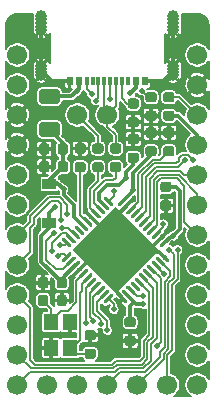
<source format=gtl>
G04 #@! TF.GenerationSoftware,KiCad,Pcbnew,(5.1.6)-1*
G04 #@! TF.CreationDate,2020-10-17T23:14:51+08:00*
G04 #@! TF.ProjectId,Alvaro,416c7661-726f-42e6-9b69-6361645f7063,C*
G04 #@! TF.SameCoordinates,Original*
G04 #@! TF.FileFunction,Copper,L1,Top*
G04 #@! TF.FilePolarity,Positive*
%FSLAX46Y46*%
G04 Gerber Fmt 4.6, Leading zero omitted, Abs format (unit mm)*
G04 Created by KiCad (PCBNEW (5.1.6)-1) date 2020-10-17 23:14:51*
%MOMM*%
%LPD*%
G01*
G04 APERTURE LIST*
G04 #@! TA.AperFunction,SMDPad,CuDef*
%ADD10R,0.300000X0.800000*%
G04 #@! TD*
G04 #@! TA.AperFunction,ComponentPad*
%ADD11C,1.000000*%
G04 #@! TD*
G04 #@! TA.AperFunction,SMDPad,CuDef*
%ADD12R,0.540000X0.800000*%
G04 #@! TD*
G04 #@! TA.AperFunction,SMDPad,CuDef*
%ADD13R,1.200000X0.900000*%
G04 #@! TD*
G04 #@! TA.AperFunction,ComponentPad*
%ADD14C,1.700000*%
G04 #@! TD*
G04 #@! TA.AperFunction,SMDPad,CuDef*
%ADD15C,0.100000*%
G04 #@! TD*
G04 #@! TA.AperFunction,SMDPad,CuDef*
%ADD16R,1.200000X1.400000*%
G04 #@! TD*
G04 #@! TA.AperFunction,ViaPad*
%ADD17C,0.500000*%
G04 #@! TD*
G04 #@! TA.AperFunction,Conductor*
%ADD18C,0.310000*%
G04 #@! TD*
G04 #@! TA.AperFunction,Conductor*
%ADD19C,0.160000*%
G04 #@! TD*
G04 APERTURE END LIST*
G04 #@! TA.AperFunction,SMDPad,CuDef*
G36*
G01*
X26675000Y-36493750D02*
X26675000Y-37006250D01*
G75*
G02*
X26456250Y-37225000I-218750J0D01*
G01*
X26018750Y-37225000D01*
G75*
G02*
X25800000Y-37006250I0J218750D01*
G01*
X25800000Y-36493750D01*
G75*
G02*
X26018750Y-36275000I218750J0D01*
G01*
X26456250Y-36275000D01*
G75*
G02*
X26675000Y-36493750I0J-218750D01*
G01*
G37*
G04 #@! TD.AperFunction*
G04 #@! TA.AperFunction,SMDPad,CuDef*
G36*
G01*
X25100000Y-36493750D02*
X25100000Y-37006250D01*
G75*
G02*
X24881250Y-37225000I-218750J0D01*
G01*
X24443750Y-37225000D01*
G75*
G02*
X24225000Y-37006250I0J218750D01*
G01*
X24225000Y-36493750D01*
G75*
G02*
X24443750Y-36275000I218750J0D01*
G01*
X24881250Y-36275000D01*
G75*
G02*
X25100000Y-36493750I0J-218750D01*
G01*
G37*
G04 #@! TD.AperFunction*
G04 #@! TA.AperFunction,SMDPad,CuDef*
G36*
G01*
X35456250Y-34300000D02*
X34943750Y-34300000D01*
G75*
G02*
X34725000Y-34081250I0J218750D01*
G01*
X34725000Y-33643750D01*
G75*
G02*
X34943750Y-33425000I218750J0D01*
G01*
X35456250Y-33425000D01*
G75*
G02*
X35675000Y-33643750I0J-218750D01*
G01*
X35675000Y-34081250D01*
G75*
G02*
X35456250Y-34300000I-218750J0D01*
G01*
G37*
G04 #@! TD.AperFunction*
G04 #@! TA.AperFunction,SMDPad,CuDef*
G36*
G01*
X35456250Y-35875000D02*
X34943750Y-35875000D01*
G75*
G02*
X34725000Y-35656250I0J218750D01*
G01*
X34725000Y-35218750D01*
G75*
G02*
X34943750Y-35000000I218750J0D01*
G01*
X35456250Y-35000000D01*
G75*
G02*
X35675000Y-35218750I0J-218750D01*
G01*
X35675000Y-35656250D01*
G75*
G02*
X35456250Y-35875000I-218750J0D01*
G01*
G37*
G04 #@! TD.AperFunction*
G04 #@! TA.AperFunction,SMDPad,CuDef*
G36*
G01*
X25725000Y-31425000D02*
X24475000Y-31425000D01*
G75*
G02*
X24225000Y-31175000I0J250000D01*
G01*
X24225000Y-30425000D01*
G75*
G02*
X24475000Y-30175000I250000J0D01*
G01*
X25725000Y-30175000D01*
G75*
G02*
X25975000Y-30425000I0J-250000D01*
G01*
X25975000Y-31175000D01*
G75*
G02*
X25725000Y-31425000I-250000J0D01*
G01*
G37*
G04 #@! TD.AperFunction*
G04 #@! TA.AperFunction,SMDPad,CuDef*
G36*
G01*
X25725000Y-34225000D02*
X24475000Y-34225000D01*
G75*
G02*
X24225000Y-33975000I0J250000D01*
G01*
X24225000Y-33225000D01*
G75*
G02*
X24475000Y-32975000I250000J0D01*
G01*
X25725000Y-32975000D01*
G75*
G02*
X25975000Y-33225000I0J-250000D01*
G01*
X25975000Y-33975000D01*
G75*
G02*
X25725000Y-34225000I-250000J0D01*
G01*
G37*
G04 #@! TD.AperFunction*
D10*
X31758000Y-29500000D03*
X28750000Y-29500000D03*
D11*
X24424400Y-23973200D03*
X24424700Y-24252600D03*
X24424700Y-24557400D03*
X24424700Y-24900300D03*
X24424700Y-25192400D03*
X35575300Y-24570100D03*
X35575300Y-24265300D03*
X35575000Y-23985900D03*
X35575300Y-25205100D03*
X35575300Y-24913000D03*
X35575300Y-28735700D03*
X35575600Y-28219000D03*
X35575600Y-28981000D03*
X35575600Y-28481700D03*
X24425000Y-28481700D03*
X24425000Y-28981000D03*
X24425000Y-28219000D03*
X24424700Y-28735700D03*
D12*
X26800000Y-29500000D03*
X33200000Y-29500000D03*
X32400000Y-29500000D03*
X27600000Y-29500000D03*
D10*
X29250000Y-29500000D03*
X30750000Y-29500000D03*
X29750000Y-29500000D03*
X30250000Y-29500000D03*
X31250000Y-29500000D03*
X28250000Y-29500000D03*
D13*
X25100000Y-38200000D03*
X25100000Y-41500000D03*
D14*
X24920000Y-55240000D03*
X27460000Y-55240000D03*
X30000000Y-55240000D03*
X32540000Y-55240000D03*
X35080000Y-55240000D03*
X22380000Y-27300000D03*
X22380000Y-29840000D03*
X22380000Y-32380000D03*
X22380000Y-34920000D03*
X22380000Y-37460000D03*
X22380000Y-40000000D03*
X22380000Y-42540000D03*
X22380000Y-45080000D03*
X22380000Y-47620000D03*
X22380000Y-50160000D03*
X22380000Y-52700000D03*
X22380000Y-55240000D03*
X37620000Y-55240000D03*
X37620000Y-52700000D03*
X37620000Y-50160000D03*
X37620000Y-47620000D03*
X37620000Y-45080000D03*
X37620000Y-42540000D03*
X37620000Y-40000000D03*
X37620000Y-37460000D03*
X37620000Y-34920000D03*
X37620000Y-32380000D03*
X37620000Y-29840000D03*
X37620000Y-27300000D03*
X30000000Y-32380000D03*
X27460000Y-32380000D03*
G04 #@! TA.AperFunction,SMDPad,CuDef*
D15*
G36*
X27023045Y-43800000D02*
G01*
X30700000Y-40123045D01*
X34376955Y-43800000D01*
X30700000Y-47476955D01*
X27023045Y-43800000D01*
G37*
G04 #@! TD.AperFunction*
G04 #@! TA.AperFunction,SMDPad,CuDef*
G36*
G01*
X30912132Y-40052334D02*
X30912132Y-40052334D01*
G75*
G02*
X30912132Y-39840202I106066J106066D01*
G01*
X31477818Y-39274516D01*
G75*
G02*
X31689950Y-39274516I106066J-106066D01*
G01*
X31689950Y-39274516D01*
G75*
G02*
X31689950Y-39486648I-106066J-106066D01*
G01*
X31124264Y-40052334D01*
G75*
G02*
X30912132Y-40052334I-106066J106066D01*
G01*
G37*
G04 #@! TD.AperFunction*
G04 #@! TA.AperFunction,SMDPad,CuDef*
G36*
G01*
X31265685Y-40405888D02*
X31265685Y-40405888D01*
G75*
G02*
X31265685Y-40193756I106066J106066D01*
G01*
X31831371Y-39628070D01*
G75*
G02*
X32043503Y-39628070I106066J-106066D01*
G01*
X32043503Y-39628070D01*
G75*
G02*
X32043503Y-39840202I-106066J-106066D01*
G01*
X31477817Y-40405888D01*
G75*
G02*
X31265685Y-40405888I-106066J106066D01*
G01*
G37*
G04 #@! TD.AperFunction*
G04 #@! TA.AperFunction,SMDPad,CuDef*
G36*
G01*
X31619239Y-40759441D02*
X31619239Y-40759441D01*
G75*
G02*
X31619239Y-40547309I106066J106066D01*
G01*
X32184925Y-39981623D01*
G75*
G02*
X32397057Y-39981623I106066J-106066D01*
G01*
X32397057Y-39981623D01*
G75*
G02*
X32397057Y-40193755I-106066J-106066D01*
G01*
X31831371Y-40759441D01*
G75*
G02*
X31619239Y-40759441I-106066J106066D01*
G01*
G37*
G04 #@! TD.AperFunction*
G04 #@! TA.AperFunction,SMDPad,CuDef*
G36*
G01*
X31972792Y-41112995D02*
X31972792Y-41112995D01*
G75*
G02*
X31972792Y-40900863I106066J106066D01*
G01*
X32538478Y-40335177D01*
G75*
G02*
X32750610Y-40335177I106066J-106066D01*
G01*
X32750610Y-40335177D01*
G75*
G02*
X32750610Y-40547309I-106066J-106066D01*
G01*
X32184924Y-41112995D01*
G75*
G02*
X31972792Y-41112995I-106066J106066D01*
G01*
G37*
G04 #@! TD.AperFunction*
G04 #@! TA.AperFunction,SMDPad,CuDef*
G36*
G01*
X32326345Y-41466548D02*
X32326345Y-41466548D01*
G75*
G02*
X32326345Y-41254416I106066J106066D01*
G01*
X32892031Y-40688730D01*
G75*
G02*
X33104163Y-40688730I106066J-106066D01*
G01*
X33104163Y-40688730D01*
G75*
G02*
X33104163Y-40900862I-106066J-106066D01*
G01*
X32538477Y-41466548D01*
G75*
G02*
X32326345Y-41466548I-106066J106066D01*
G01*
G37*
G04 #@! TD.AperFunction*
G04 #@! TA.AperFunction,SMDPad,CuDef*
G36*
G01*
X32679899Y-41820101D02*
X32679899Y-41820101D01*
G75*
G02*
X32679899Y-41607969I106066J106066D01*
G01*
X33245585Y-41042283D01*
G75*
G02*
X33457717Y-41042283I106066J-106066D01*
G01*
X33457717Y-41042283D01*
G75*
G02*
X33457717Y-41254415I-106066J-106066D01*
G01*
X32892031Y-41820101D01*
G75*
G02*
X32679899Y-41820101I-106066J106066D01*
G01*
G37*
G04 #@! TD.AperFunction*
G04 #@! TA.AperFunction,SMDPad,CuDef*
G36*
G01*
X33033452Y-42173655D02*
X33033452Y-42173655D01*
G75*
G02*
X33033452Y-41961523I106066J106066D01*
G01*
X33599138Y-41395837D01*
G75*
G02*
X33811270Y-41395837I106066J-106066D01*
G01*
X33811270Y-41395837D01*
G75*
G02*
X33811270Y-41607969I-106066J-106066D01*
G01*
X33245584Y-42173655D01*
G75*
G02*
X33033452Y-42173655I-106066J106066D01*
G01*
G37*
G04 #@! TD.AperFunction*
G04 #@! TA.AperFunction,SMDPad,CuDef*
G36*
G01*
X33387005Y-42527208D02*
X33387005Y-42527208D01*
G75*
G02*
X33387005Y-42315076I106066J106066D01*
G01*
X33952691Y-41749390D01*
G75*
G02*
X34164823Y-41749390I106066J-106066D01*
G01*
X34164823Y-41749390D01*
G75*
G02*
X34164823Y-41961522I-106066J-106066D01*
G01*
X33599137Y-42527208D01*
G75*
G02*
X33387005Y-42527208I-106066J106066D01*
G01*
G37*
G04 #@! TD.AperFunction*
G04 #@! TA.AperFunction,SMDPad,CuDef*
G36*
G01*
X33740559Y-42880761D02*
X33740559Y-42880761D01*
G75*
G02*
X33740559Y-42668629I106066J106066D01*
G01*
X34306245Y-42102943D01*
G75*
G02*
X34518377Y-42102943I106066J-106066D01*
G01*
X34518377Y-42102943D01*
G75*
G02*
X34518377Y-42315075I-106066J-106066D01*
G01*
X33952691Y-42880761D01*
G75*
G02*
X33740559Y-42880761I-106066J106066D01*
G01*
G37*
G04 #@! TD.AperFunction*
G04 #@! TA.AperFunction,SMDPad,CuDef*
G36*
G01*
X34094112Y-43234315D02*
X34094112Y-43234315D01*
G75*
G02*
X34094112Y-43022183I106066J106066D01*
G01*
X34659798Y-42456497D01*
G75*
G02*
X34871930Y-42456497I106066J-106066D01*
G01*
X34871930Y-42456497D01*
G75*
G02*
X34871930Y-42668629I-106066J-106066D01*
G01*
X34306244Y-43234315D01*
G75*
G02*
X34094112Y-43234315I-106066J106066D01*
G01*
G37*
G04 #@! TD.AperFunction*
G04 #@! TA.AperFunction,SMDPad,CuDef*
G36*
G01*
X34447666Y-43587868D02*
X34447666Y-43587868D01*
G75*
G02*
X34447666Y-43375736I106066J106066D01*
G01*
X35013352Y-42810050D01*
G75*
G02*
X35225484Y-42810050I106066J-106066D01*
G01*
X35225484Y-42810050D01*
G75*
G02*
X35225484Y-43022182I-106066J-106066D01*
G01*
X34659798Y-43587868D01*
G75*
G02*
X34447666Y-43587868I-106066J106066D01*
G01*
G37*
G04 #@! TD.AperFunction*
G04 #@! TA.AperFunction,SMDPad,CuDef*
G36*
G01*
X34447666Y-44012132D02*
X34447666Y-44012132D01*
G75*
G02*
X34659798Y-44012132I106066J-106066D01*
G01*
X35225484Y-44577818D01*
G75*
G02*
X35225484Y-44789950I-106066J-106066D01*
G01*
X35225484Y-44789950D01*
G75*
G02*
X35013352Y-44789950I-106066J106066D01*
G01*
X34447666Y-44224264D01*
G75*
G02*
X34447666Y-44012132I106066J106066D01*
G01*
G37*
G04 #@! TD.AperFunction*
G04 #@! TA.AperFunction,SMDPad,CuDef*
G36*
G01*
X34094112Y-44365685D02*
X34094112Y-44365685D01*
G75*
G02*
X34306244Y-44365685I106066J-106066D01*
G01*
X34871930Y-44931371D01*
G75*
G02*
X34871930Y-45143503I-106066J-106066D01*
G01*
X34871930Y-45143503D01*
G75*
G02*
X34659798Y-45143503I-106066J106066D01*
G01*
X34094112Y-44577817D01*
G75*
G02*
X34094112Y-44365685I106066J106066D01*
G01*
G37*
G04 #@! TD.AperFunction*
G04 #@! TA.AperFunction,SMDPad,CuDef*
G36*
G01*
X33740559Y-44719239D02*
X33740559Y-44719239D01*
G75*
G02*
X33952691Y-44719239I106066J-106066D01*
G01*
X34518377Y-45284925D01*
G75*
G02*
X34518377Y-45497057I-106066J-106066D01*
G01*
X34518377Y-45497057D01*
G75*
G02*
X34306245Y-45497057I-106066J106066D01*
G01*
X33740559Y-44931371D01*
G75*
G02*
X33740559Y-44719239I106066J106066D01*
G01*
G37*
G04 #@! TD.AperFunction*
G04 #@! TA.AperFunction,SMDPad,CuDef*
G36*
G01*
X33387005Y-45072792D02*
X33387005Y-45072792D01*
G75*
G02*
X33599137Y-45072792I106066J-106066D01*
G01*
X34164823Y-45638478D01*
G75*
G02*
X34164823Y-45850610I-106066J-106066D01*
G01*
X34164823Y-45850610D01*
G75*
G02*
X33952691Y-45850610I-106066J106066D01*
G01*
X33387005Y-45284924D01*
G75*
G02*
X33387005Y-45072792I106066J106066D01*
G01*
G37*
G04 #@! TD.AperFunction*
G04 #@! TA.AperFunction,SMDPad,CuDef*
G36*
G01*
X33033452Y-45426345D02*
X33033452Y-45426345D01*
G75*
G02*
X33245584Y-45426345I106066J-106066D01*
G01*
X33811270Y-45992031D01*
G75*
G02*
X33811270Y-46204163I-106066J-106066D01*
G01*
X33811270Y-46204163D01*
G75*
G02*
X33599138Y-46204163I-106066J106066D01*
G01*
X33033452Y-45638477D01*
G75*
G02*
X33033452Y-45426345I106066J106066D01*
G01*
G37*
G04 #@! TD.AperFunction*
G04 #@! TA.AperFunction,SMDPad,CuDef*
G36*
G01*
X32679899Y-45779899D02*
X32679899Y-45779899D01*
G75*
G02*
X32892031Y-45779899I106066J-106066D01*
G01*
X33457717Y-46345585D01*
G75*
G02*
X33457717Y-46557717I-106066J-106066D01*
G01*
X33457717Y-46557717D01*
G75*
G02*
X33245585Y-46557717I-106066J106066D01*
G01*
X32679899Y-45992031D01*
G75*
G02*
X32679899Y-45779899I106066J106066D01*
G01*
G37*
G04 #@! TD.AperFunction*
G04 #@! TA.AperFunction,SMDPad,CuDef*
G36*
G01*
X32326345Y-46133452D02*
X32326345Y-46133452D01*
G75*
G02*
X32538477Y-46133452I106066J-106066D01*
G01*
X33104163Y-46699138D01*
G75*
G02*
X33104163Y-46911270I-106066J-106066D01*
G01*
X33104163Y-46911270D01*
G75*
G02*
X32892031Y-46911270I-106066J106066D01*
G01*
X32326345Y-46345584D01*
G75*
G02*
X32326345Y-46133452I106066J106066D01*
G01*
G37*
G04 #@! TD.AperFunction*
G04 #@! TA.AperFunction,SMDPad,CuDef*
G36*
G01*
X31972792Y-46487005D02*
X31972792Y-46487005D01*
G75*
G02*
X32184924Y-46487005I106066J-106066D01*
G01*
X32750610Y-47052691D01*
G75*
G02*
X32750610Y-47264823I-106066J-106066D01*
G01*
X32750610Y-47264823D01*
G75*
G02*
X32538478Y-47264823I-106066J106066D01*
G01*
X31972792Y-46699137D01*
G75*
G02*
X31972792Y-46487005I106066J106066D01*
G01*
G37*
G04 #@! TD.AperFunction*
G04 #@! TA.AperFunction,SMDPad,CuDef*
G36*
G01*
X31619239Y-46840559D02*
X31619239Y-46840559D01*
G75*
G02*
X31831371Y-46840559I106066J-106066D01*
G01*
X32397057Y-47406245D01*
G75*
G02*
X32397057Y-47618377I-106066J-106066D01*
G01*
X32397057Y-47618377D01*
G75*
G02*
X32184925Y-47618377I-106066J106066D01*
G01*
X31619239Y-47052691D01*
G75*
G02*
X31619239Y-46840559I106066J106066D01*
G01*
G37*
G04 #@! TD.AperFunction*
G04 #@! TA.AperFunction,SMDPad,CuDef*
G36*
G01*
X31265685Y-47194112D02*
X31265685Y-47194112D01*
G75*
G02*
X31477817Y-47194112I106066J-106066D01*
G01*
X32043503Y-47759798D01*
G75*
G02*
X32043503Y-47971930I-106066J-106066D01*
G01*
X32043503Y-47971930D01*
G75*
G02*
X31831371Y-47971930I-106066J106066D01*
G01*
X31265685Y-47406244D01*
G75*
G02*
X31265685Y-47194112I106066J106066D01*
G01*
G37*
G04 #@! TD.AperFunction*
G04 #@! TA.AperFunction,SMDPad,CuDef*
G36*
G01*
X30912132Y-47547666D02*
X30912132Y-47547666D01*
G75*
G02*
X31124264Y-47547666I106066J-106066D01*
G01*
X31689950Y-48113352D01*
G75*
G02*
X31689950Y-48325484I-106066J-106066D01*
G01*
X31689950Y-48325484D01*
G75*
G02*
X31477818Y-48325484I-106066J106066D01*
G01*
X30912132Y-47759798D01*
G75*
G02*
X30912132Y-47547666I106066J106066D01*
G01*
G37*
G04 #@! TD.AperFunction*
G04 #@! TA.AperFunction,SMDPad,CuDef*
G36*
G01*
X29710050Y-48325484D02*
X29710050Y-48325484D01*
G75*
G02*
X29710050Y-48113352I106066J106066D01*
G01*
X30275736Y-47547666D01*
G75*
G02*
X30487868Y-47547666I106066J-106066D01*
G01*
X30487868Y-47547666D01*
G75*
G02*
X30487868Y-47759798I-106066J-106066D01*
G01*
X29922182Y-48325484D01*
G75*
G02*
X29710050Y-48325484I-106066J106066D01*
G01*
G37*
G04 #@! TD.AperFunction*
G04 #@! TA.AperFunction,SMDPad,CuDef*
G36*
G01*
X29356497Y-47971930D02*
X29356497Y-47971930D01*
G75*
G02*
X29356497Y-47759798I106066J106066D01*
G01*
X29922183Y-47194112D01*
G75*
G02*
X30134315Y-47194112I106066J-106066D01*
G01*
X30134315Y-47194112D01*
G75*
G02*
X30134315Y-47406244I-106066J-106066D01*
G01*
X29568629Y-47971930D01*
G75*
G02*
X29356497Y-47971930I-106066J106066D01*
G01*
G37*
G04 #@! TD.AperFunction*
G04 #@! TA.AperFunction,SMDPad,CuDef*
G36*
G01*
X29002943Y-47618377D02*
X29002943Y-47618377D01*
G75*
G02*
X29002943Y-47406245I106066J106066D01*
G01*
X29568629Y-46840559D01*
G75*
G02*
X29780761Y-46840559I106066J-106066D01*
G01*
X29780761Y-46840559D01*
G75*
G02*
X29780761Y-47052691I-106066J-106066D01*
G01*
X29215075Y-47618377D01*
G75*
G02*
X29002943Y-47618377I-106066J106066D01*
G01*
G37*
G04 #@! TD.AperFunction*
G04 #@! TA.AperFunction,SMDPad,CuDef*
G36*
G01*
X28649390Y-47264823D02*
X28649390Y-47264823D01*
G75*
G02*
X28649390Y-47052691I106066J106066D01*
G01*
X29215076Y-46487005D01*
G75*
G02*
X29427208Y-46487005I106066J-106066D01*
G01*
X29427208Y-46487005D01*
G75*
G02*
X29427208Y-46699137I-106066J-106066D01*
G01*
X28861522Y-47264823D01*
G75*
G02*
X28649390Y-47264823I-106066J106066D01*
G01*
G37*
G04 #@! TD.AperFunction*
G04 #@! TA.AperFunction,SMDPad,CuDef*
G36*
G01*
X28295837Y-46911270D02*
X28295837Y-46911270D01*
G75*
G02*
X28295837Y-46699138I106066J106066D01*
G01*
X28861523Y-46133452D01*
G75*
G02*
X29073655Y-46133452I106066J-106066D01*
G01*
X29073655Y-46133452D01*
G75*
G02*
X29073655Y-46345584I-106066J-106066D01*
G01*
X28507969Y-46911270D01*
G75*
G02*
X28295837Y-46911270I-106066J106066D01*
G01*
G37*
G04 #@! TD.AperFunction*
G04 #@! TA.AperFunction,SMDPad,CuDef*
G36*
G01*
X27942283Y-46557717D02*
X27942283Y-46557717D01*
G75*
G02*
X27942283Y-46345585I106066J106066D01*
G01*
X28507969Y-45779899D01*
G75*
G02*
X28720101Y-45779899I106066J-106066D01*
G01*
X28720101Y-45779899D01*
G75*
G02*
X28720101Y-45992031I-106066J-106066D01*
G01*
X28154415Y-46557717D01*
G75*
G02*
X27942283Y-46557717I-106066J106066D01*
G01*
G37*
G04 #@! TD.AperFunction*
G04 #@! TA.AperFunction,SMDPad,CuDef*
G36*
G01*
X27588730Y-46204163D02*
X27588730Y-46204163D01*
G75*
G02*
X27588730Y-45992031I106066J106066D01*
G01*
X28154416Y-45426345D01*
G75*
G02*
X28366548Y-45426345I106066J-106066D01*
G01*
X28366548Y-45426345D01*
G75*
G02*
X28366548Y-45638477I-106066J-106066D01*
G01*
X27800862Y-46204163D01*
G75*
G02*
X27588730Y-46204163I-106066J106066D01*
G01*
G37*
G04 #@! TD.AperFunction*
G04 #@! TA.AperFunction,SMDPad,CuDef*
G36*
G01*
X27235177Y-45850610D02*
X27235177Y-45850610D01*
G75*
G02*
X27235177Y-45638478I106066J106066D01*
G01*
X27800863Y-45072792D01*
G75*
G02*
X28012995Y-45072792I106066J-106066D01*
G01*
X28012995Y-45072792D01*
G75*
G02*
X28012995Y-45284924I-106066J-106066D01*
G01*
X27447309Y-45850610D01*
G75*
G02*
X27235177Y-45850610I-106066J106066D01*
G01*
G37*
G04 #@! TD.AperFunction*
G04 #@! TA.AperFunction,SMDPad,CuDef*
G36*
G01*
X26881623Y-45497057D02*
X26881623Y-45497057D01*
G75*
G02*
X26881623Y-45284925I106066J106066D01*
G01*
X27447309Y-44719239D01*
G75*
G02*
X27659441Y-44719239I106066J-106066D01*
G01*
X27659441Y-44719239D01*
G75*
G02*
X27659441Y-44931371I-106066J-106066D01*
G01*
X27093755Y-45497057D01*
G75*
G02*
X26881623Y-45497057I-106066J106066D01*
G01*
G37*
G04 #@! TD.AperFunction*
G04 #@! TA.AperFunction,SMDPad,CuDef*
G36*
G01*
X26528070Y-45143503D02*
X26528070Y-45143503D01*
G75*
G02*
X26528070Y-44931371I106066J106066D01*
G01*
X27093756Y-44365685D01*
G75*
G02*
X27305888Y-44365685I106066J-106066D01*
G01*
X27305888Y-44365685D01*
G75*
G02*
X27305888Y-44577817I-106066J-106066D01*
G01*
X26740202Y-45143503D01*
G75*
G02*
X26528070Y-45143503I-106066J106066D01*
G01*
G37*
G04 #@! TD.AperFunction*
G04 #@! TA.AperFunction,SMDPad,CuDef*
G36*
G01*
X26174516Y-44789950D02*
X26174516Y-44789950D01*
G75*
G02*
X26174516Y-44577818I106066J106066D01*
G01*
X26740202Y-44012132D01*
G75*
G02*
X26952334Y-44012132I106066J-106066D01*
G01*
X26952334Y-44012132D01*
G75*
G02*
X26952334Y-44224264I-106066J-106066D01*
G01*
X26386648Y-44789950D01*
G75*
G02*
X26174516Y-44789950I-106066J106066D01*
G01*
G37*
G04 #@! TD.AperFunction*
G04 #@! TA.AperFunction,SMDPad,CuDef*
G36*
G01*
X26174516Y-42810050D02*
X26174516Y-42810050D01*
G75*
G02*
X26386648Y-42810050I106066J-106066D01*
G01*
X26952334Y-43375736D01*
G75*
G02*
X26952334Y-43587868I-106066J-106066D01*
G01*
X26952334Y-43587868D01*
G75*
G02*
X26740202Y-43587868I-106066J106066D01*
G01*
X26174516Y-43022182D01*
G75*
G02*
X26174516Y-42810050I106066J106066D01*
G01*
G37*
G04 #@! TD.AperFunction*
G04 #@! TA.AperFunction,SMDPad,CuDef*
G36*
G01*
X26528070Y-42456497D02*
X26528070Y-42456497D01*
G75*
G02*
X26740202Y-42456497I106066J-106066D01*
G01*
X27305888Y-43022183D01*
G75*
G02*
X27305888Y-43234315I-106066J-106066D01*
G01*
X27305888Y-43234315D01*
G75*
G02*
X27093756Y-43234315I-106066J106066D01*
G01*
X26528070Y-42668629D01*
G75*
G02*
X26528070Y-42456497I106066J106066D01*
G01*
G37*
G04 #@! TD.AperFunction*
G04 #@! TA.AperFunction,SMDPad,CuDef*
G36*
G01*
X26881623Y-42102943D02*
X26881623Y-42102943D01*
G75*
G02*
X27093755Y-42102943I106066J-106066D01*
G01*
X27659441Y-42668629D01*
G75*
G02*
X27659441Y-42880761I-106066J-106066D01*
G01*
X27659441Y-42880761D01*
G75*
G02*
X27447309Y-42880761I-106066J106066D01*
G01*
X26881623Y-42315075D01*
G75*
G02*
X26881623Y-42102943I106066J106066D01*
G01*
G37*
G04 #@! TD.AperFunction*
G04 #@! TA.AperFunction,SMDPad,CuDef*
G36*
G01*
X27235177Y-41749390D02*
X27235177Y-41749390D01*
G75*
G02*
X27447309Y-41749390I106066J-106066D01*
G01*
X28012995Y-42315076D01*
G75*
G02*
X28012995Y-42527208I-106066J-106066D01*
G01*
X28012995Y-42527208D01*
G75*
G02*
X27800863Y-42527208I-106066J106066D01*
G01*
X27235177Y-41961522D01*
G75*
G02*
X27235177Y-41749390I106066J106066D01*
G01*
G37*
G04 #@! TD.AperFunction*
G04 #@! TA.AperFunction,SMDPad,CuDef*
G36*
G01*
X27588730Y-41395837D02*
X27588730Y-41395837D01*
G75*
G02*
X27800862Y-41395837I106066J-106066D01*
G01*
X28366548Y-41961523D01*
G75*
G02*
X28366548Y-42173655I-106066J-106066D01*
G01*
X28366548Y-42173655D01*
G75*
G02*
X28154416Y-42173655I-106066J106066D01*
G01*
X27588730Y-41607969D01*
G75*
G02*
X27588730Y-41395837I106066J106066D01*
G01*
G37*
G04 #@! TD.AperFunction*
G04 #@! TA.AperFunction,SMDPad,CuDef*
G36*
G01*
X27942283Y-41042283D02*
X27942283Y-41042283D01*
G75*
G02*
X28154415Y-41042283I106066J-106066D01*
G01*
X28720101Y-41607969D01*
G75*
G02*
X28720101Y-41820101I-106066J-106066D01*
G01*
X28720101Y-41820101D01*
G75*
G02*
X28507969Y-41820101I-106066J106066D01*
G01*
X27942283Y-41254415D01*
G75*
G02*
X27942283Y-41042283I106066J106066D01*
G01*
G37*
G04 #@! TD.AperFunction*
G04 #@! TA.AperFunction,SMDPad,CuDef*
G36*
G01*
X28295837Y-40688730D02*
X28295837Y-40688730D01*
G75*
G02*
X28507969Y-40688730I106066J-106066D01*
G01*
X29073655Y-41254416D01*
G75*
G02*
X29073655Y-41466548I-106066J-106066D01*
G01*
X29073655Y-41466548D01*
G75*
G02*
X28861523Y-41466548I-106066J106066D01*
G01*
X28295837Y-40900862D01*
G75*
G02*
X28295837Y-40688730I106066J106066D01*
G01*
G37*
G04 #@! TD.AperFunction*
G04 #@! TA.AperFunction,SMDPad,CuDef*
G36*
G01*
X28649390Y-40335177D02*
X28649390Y-40335177D01*
G75*
G02*
X28861522Y-40335177I106066J-106066D01*
G01*
X29427208Y-40900863D01*
G75*
G02*
X29427208Y-41112995I-106066J-106066D01*
G01*
X29427208Y-41112995D01*
G75*
G02*
X29215076Y-41112995I-106066J106066D01*
G01*
X28649390Y-40547309D01*
G75*
G02*
X28649390Y-40335177I106066J106066D01*
G01*
G37*
G04 #@! TD.AperFunction*
G04 #@! TA.AperFunction,SMDPad,CuDef*
G36*
G01*
X29002943Y-39981623D02*
X29002943Y-39981623D01*
G75*
G02*
X29215075Y-39981623I106066J-106066D01*
G01*
X29780761Y-40547309D01*
G75*
G02*
X29780761Y-40759441I-106066J-106066D01*
G01*
X29780761Y-40759441D01*
G75*
G02*
X29568629Y-40759441I-106066J106066D01*
G01*
X29002943Y-40193755D01*
G75*
G02*
X29002943Y-39981623I106066J106066D01*
G01*
G37*
G04 #@! TD.AperFunction*
G04 #@! TA.AperFunction,SMDPad,CuDef*
G36*
G01*
X29356497Y-39628070D02*
X29356497Y-39628070D01*
G75*
G02*
X29568629Y-39628070I106066J-106066D01*
G01*
X30134315Y-40193756D01*
G75*
G02*
X30134315Y-40405888I-106066J-106066D01*
G01*
X30134315Y-40405888D01*
G75*
G02*
X29922183Y-40405888I-106066J106066D01*
G01*
X29356497Y-39840202D01*
G75*
G02*
X29356497Y-39628070I106066J106066D01*
G01*
G37*
G04 #@! TD.AperFunction*
G04 #@! TA.AperFunction,SMDPad,CuDef*
G36*
G01*
X29710050Y-39274516D02*
X29710050Y-39274516D01*
G75*
G02*
X29922182Y-39274516I106066J-106066D01*
G01*
X30487868Y-39840202D01*
G75*
G02*
X30487868Y-40052334I-106066J-106066D01*
G01*
X30487868Y-40052334D01*
G75*
G02*
X30275736Y-40052334I-106066J106066D01*
G01*
X29710050Y-39486648D01*
G75*
G02*
X29710050Y-39274516I106066J106066D01*
G01*
G37*
G04 #@! TD.AperFunction*
G04 #@! TA.AperFunction,SMDPad,CuDef*
G36*
G01*
X24225000Y-35506250D02*
X24225000Y-34993750D01*
G75*
G02*
X24443750Y-34775000I218750J0D01*
G01*
X24881250Y-34775000D01*
G75*
G02*
X25100000Y-34993750I0J-218750D01*
G01*
X25100000Y-35506250D01*
G75*
G02*
X24881250Y-35725000I-218750J0D01*
G01*
X24443750Y-35725000D01*
G75*
G02*
X24225000Y-35506250I0J218750D01*
G01*
G37*
G04 #@! TD.AperFunction*
G04 #@! TA.AperFunction,SMDPad,CuDef*
G36*
G01*
X25800000Y-35506250D02*
X25800000Y-34993750D01*
G75*
G02*
X26018750Y-34775000I218750J0D01*
G01*
X26456250Y-34775000D01*
G75*
G02*
X26675000Y-34993750I0J-218750D01*
G01*
X26675000Y-35506250D01*
G75*
G02*
X26456250Y-35725000I-218750J0D01*
G01*
X26018750Y-35725000D01*
G75*
G02*
X25800000Y-35506250I0J218750D01*
G01*
G37*
G04 #@! TD.AperFunction*
G04 #@! TA.AperFunction,SMDPad,CuDef*
G36*
G01*
X30956250Y-35650000D02*
X30443750Y-35650000D01*
G75*
G02*
X30225000Y-35431250I0J218750D01*
G01*
X30225000Y-34993750D01*
G75*
G02*
X30443750Y-34775000I218750J0D01*
G01*
X30956250Y-34775000D01*
G75*
G02*
X31175000Y-34993750I0J-218750D01*
G01*
X31175000Y-35431250D01*
G75*
G02*
X30956250Y-35650000I-218750J0D01*
G01*
G37*
G04 #@! TD.AperFunction*
G04 #@! TA.AperFunction,SMDPad,CuDef*
G36*
G01*
X30956250Y-37225000D02*
X30443750Y-37225000D01*
G75*
G02*
X30225000Y-37006250I0J218750D01*
G01*
X30225000Y-36568750D01*
G75*
G02*
X30443750Y-36350000I218750J0D01*
G01*
X30956250Y-36350000D01*
G75*
G02*
X31175000Y-36568750I0J-218750D01*
G01*
X31175000Y-37006250D01*
G75*
G02*
X30956250Y-37225000I-218750J0D01*
G01*
G37*
G04 #@! TD.AperFunction*
G04 #@! TA.AperFunction,SMDPad,CuDef*
G36*
G01*
X29456250Y-35650000D02*
X28943750Y-35650000D01*
G75*
G02*
X28725000Y-35431250I0J218750D01*
G01*
X28725000Y-34993750D01*
G75*
G02*
X28943750Y-34775000I218750J0D01*
G01*
X29456250Y-34775000D01*
G75*
G02*
X29675000Y-34993750I0J-218750D01*
G01*
X29675000Y-35431250D01*
G75*
G02*
X29456250Y-35650000I-218750J0D01*
G01*
G37*
G04 #@! TD.AperFunction*
G04 #@! TA.AperFunction,SMDPad,CuDef*
G36*
G01*
X29456250Y-37225000D02*
X28943750Y-37225000D01*
G75*
G02*
X28725000Y-37006250I0J218750D01*
G01*
X28725000Y-36568750D01*
G75*
G02*
X28943750Y-36350000I218750J0D01*
G01*
X29456250Y-36350000D01*
G75*
G02*
X29675000Y-36568750I0J-218750D01*
G01*
X29675000Y-37006250D01*
G75*
G02*
X29456250Y-37225000I-218750J0D01*
G01*
G37*
G04 #@! TD.AperFunction*
G04 #@! TA.AperFunction,SMDPad,CuDef*
G36*
G01*
X34943750Y-30425000D02*
X35456250Y-30425000D01*
G75*
G02*
X35675000Y-30643750I0J-218750D01*
G01*
X35675000Y-31081250D01*
G75*
G02*
X35456250Y-31300000I-218750J0D01*
G01*
X34943750Y-31300000D01*
G75*
G02*
X34725000Y-31081250I0J218750D01*
G01*
X34725000Y-30643750D01*
G75*
G02*
X34943750Y-30425000I218750J0D01*
G01*
G37*
G04 #@! TD.AperFunction*
G04 #@! TA.AperFunction,SMDPad,CuDef*
G36*
G01*
X34943750Y-32000000D02*
X35456250Y-32000000D01*
G75*
G02*
X35675000Y-32218750I0J-218750D01*
G01*
X35675000Y-32656250D01*
G75*
G02*
X35456250Y-32875000I-218750J0D01*
G01*
X34943750Y-32875000D01*
G75*
G02*
X34725000Y-32656250I0J218750D01*
G01*
X34725000Y-32218750D01*
G75*
G02*
X34943750Y-32000000I218750J0D01*
G01*
G37*
G04 #@! TD.AperFunction*
G04 #@! TA.AperFunction,SMDPad,CuDef*
G36*
G01*
X33956250Y-32875000D02*
X33443750Y-32875000D01*
G75*
G02*
X33225000Y-32656250I0J218750D01*
G01*
X33225000Y-32218750D01*
G75*
G02*
X33443750Y-32000000I218750J0D01*
G01*
X33956250Y-32000000D01*
G75*
G02*
X34175000Y-32218750I0J-218750D01*
G01*
X34175000Y-32656250D01*
G75*
G02*
X33956250Y-32875000I-218750J0D01*
G01*
G37*
G04 #@! TD.AperFunction*
G04 #@! TA.AperFunction,SMDPad,CuDef*
G36*
G01*
X33956250Y-31300000D02*
X33443750Y-31300000D01*
G75*
G02*
X33225000Y-31081250I0J218750D01*
G01*
X33225000Y-30643750D01*
G75*
G02*
X33443750Y-30425000I218750J0D01*
G01*
X33956250Y-30425000D01*
G75*
G02*
X34175000Y-30643750I0J-218750D01*
G01*
X34175000Y-31081250D01*
G75*
G02*
X33956250Y-31300000I-218750J0D01*
G01*
G37*
G04 #@! TD.AperFunction*
G04 #@! TA.AperFunction,SMDPad,CuDef*
G36*
G01*
X32456250Y-31850000D02*
X31943750Y-31850000D01*
G75*
G02*
X31725000Y-31631250I0J218750D01*
G01*
X31725000Y-31193750D01*
G75*
G02*
X31943750Y-30975000I218750J0D01*
G01*
X32456250Y-30975000D01*
G75*
G02*
X32675000Y-31193750I0J-218750D01*
G01*
X32675000Y-31631250D01*
G75*
G02*
X32456250Y-31850000I-218750J0D01*
G01*
G37*
G04 #@! TD.AperFunction*
G04 #@! TA.AperFunction,SMDPad,CuDef*
G36*
G01*
X32456250Y-33425000D02*
X31943750Y-33425000D01*
G75*
G02*
X31725000Y-33206250I0J218750D01*
G01*
X31725000Y-32768750D01*
G75*
G02*
X31943750Y-32550000I218750J0D01*
G01*
X32456250Y-32550000D01*
G75*
G02*
X32675000Y-32768750I0J-218750D01*
G01*
X32675000Y-33206250D01*
G75*
G02*
X32456250Y-33425000I-218750J0D01*
G01*
G37*
G04 #@! TD.AperFunction*
G04 #@! TA.AperFunction,SMDPad,CuDef*
G36*
G01*
X27956250Y-35650000D02*
X27443750Y-35650000D01*
G75*
G02*
X27225000Y-35431250I0J218750D01*
G01*
X27225000Y-34993750D01*
G75*
G02*
X27443750Y-34775000I218750J0D01*
G01*
X27956250Y-34775000D01*
G75*
G02*
X28175000Y-34993750I0J-218750D01*
G01*
X28175000Y-35431250D01*
G75*
G02*
X27956250Y-35650000I-218750J0D01*
G01*
G37*
G04 #@! TD.AperFunction*
G04 #@! TA.AperFunction,SMDPad,CuDef*
G36*
G01*
X27956250Y-37225000D02*
X27443750Y-37225000D01*
G75*
G02*
X27225000Y-37006250I0J218750D01*
G01*
X27225000Y-36568750D01*
G75*
G02*
X27443750Y-36350000I218750J0D01*
G01*
X27956250Y-36350000D01*
G75*
G02*
X28175000Y-36568750I0J-218750D01*
G01*
X28175000Y-37006250D01*
G75*
G02*
X27956250Y-37225000I-218750J0D01*
G01*
G37*
G04 #@! TD.AperFunction*
G04 #@! TA.AperFunction,SMDPad,CuDef*
G36*
G01*
X25700000Y-48331250D02*
X25700000Y-47818750D01*
G75*
G02*
X25918750Y-47600000I218750J0D01*
G01*
X26356250Y-47600000D01*
G75*
G02*
X26575000Y-47818750I0J-218750D01*
G01*
X26575000Y-48331250D01*
G75*
G02*
X26356250Y-48550000I-218750J0D01*
G01*
X25918750Y-48550000D01*
G75*
G02*
X25700000Y-48331250I0J218750D01*
G01*
G37*
G04 #@! TD.AperFunction*
G04 #@! TA.AperFunction,SMDPad,CuDef*
G36*
G01*
X24125000Y-48331250D02*
X24125000Y-47818750D01*
G75*
G02*
X24343750Y-47600000I218750J0D01*
G01*
X24781250Y-47600000D01*
G75*
G02*
X25000000Y-47818750I0J-218750D01*
G01*
X25000000Y-48331250D01*
G75*
G02*
X24781250Y-48550000I-218750J0D01*
G01*
X24343750Y-48550000D01*
G75*
G02*
X24125000Y-48331250I0J218750D01*
G01*
G37*
G04 #@! TD.AperFunction*
G04 #@! TA.AperFunction,SMDPad,CuDef*
G36*
G01*
X28806250Y-53025000D02*
X28293750Y-53025000D01*
G75*
G02*
X28075000Y-52806250I0J218750D01*
G01*
X28075000Y-52368750D01*
G75*
G02*
X28293750Y-52150000I218750J0D01*
G01*
X28806250Y-52150000D01*
G75*
G02*
X29025000Y-52368750I0J-218750D01*
G01*
X29025000Y-52806250D01*
G75*
G02*
X28806250Y-53025000I-218750J0D01*
G01*
G37*
G04 #@! TD.AperFunction*
G04 #@! TA.AperFunction,SMDPad,CuDef*
G36*
G01*
X28806250Y-51450000D02*
X28293750Y-51450000D01*
G75*
G02*
X28075000Y-51231250I0J218750D01*
G01*
X28075000Y-50793750D01*
G75*
G02*
X28293750Y-50575000I218750J0D01*
G01*
X28806250Y-50575000D01*
G75*
G02*
X29025000Y-50793750I0J-218750D01*
G01*
X29025000Y-51231250D01*
G75*
G02*
X28806250Y-51450000I-218750J0D01*
G01*
G37*
G04 #@! TD.AperFunction*
G04 #@! TA.AperFunction,SMDPad,CuDef*
G36*
G01*
X32456250Y-34850000D02*
X31943750Y-34850000D01*
G75*
G02*
X31725000Y-34631250I0J218750D01*
G01*
X31725000Y-34193750D01*
G75*
G02*
X31943750Y-33975000I218750J0D01*
G01*
X32456250Y-33975000D01*
G75*
G02*
X32675000Y-34193750I0J-218750D01*
G01*
X32675000Y-34631250D01*
G75*
G02*
X32456250Y-34850000I-218750J0D01*
G01*
G37*
G04 #@! TD.AperFunction*
G04 #@! TA.AperFunction,SMDPad,CuDef*
G36*
G01*
X32456250Y-36425000D02*
X31943750Y-36425000D01*
G75*
G02*
X31725000Y-36206250I0J218750D01*
G01*
X31725000Y-35768750D01*
G75*
G02*
X31943750Y-35550000I218750J0D01*
G01*
X32456250Y-35550000D01*
G75*
G02*
X32675000Y-35768750I0J-218750D01*
G01*
X32675000Y-36206250D01*
G75*
G02*
X32456250Y-36425000I-218750J0D01*
G01*
G37*
G04 #@! TD.AperFunction*
G04 #@! TA.AperFunction,SMDPad,CuDef*
G36*
G01*
X33956250Y-34300000D02*
X33443750Y-34300000D01*
G75*
G02*
X33225000Y-34081250I0J218750D01*
G01*
X33225000Y-33643750D01*
G75*
G02*
X33443750Y-33425000I218750J0D01*
G01*
X33956250Y-33425000D01*
G75*
G02*
X34175000Y-33643750I0J-218750D01*
G01*
X34175000Y-34081250D01*
G75*
G02*
X33956250Y-34300000I-218750J0D01*
G01*
G37*
G04 #@! TD.AperFunction*
G04 #@! TA.AperFunction,SMDPad,CuDef*
G36*
G01*
X33956250Y-35875000D02*
X33443750Y-35875000D01*
G75*
G02*
X33225000Y-35656250I0J218750D01*
G01*
X33225000Y-35218750D01*
G75*
G02*
X33443750Y-35000000I218750J0D01*
G01*
X33956250Y-35000000D01*
G75*
G02*
X34175000Y-35218750I0J-218750D01*
G01*
X34175000Y-35656250D01*
G75*
G02*
X33956250Y-35875000I-218750J0D01*
G01*
G37*
G04 #@! TD.AperFunction*
G04 #@! TA.AperFunction,SMDPad,CuDef*
G36*
G01*
X34693750Y-38025000D02*
X35206250Y-38025000D01*
G75*
G02*
X35425000Y-38243750I0J-218750D01*
G01*
X35425000Y-38681250D01*
G75*
G02*
X35206250Y-38900000I-218750J0D01*
G01*
X34693750Y-38900000D01*
G75*
G02*
X34475000Y-38681250I0J218750D01*
G01*
X34475000Y-38243750D01*
G75*
G02*
X34693750Y-38025000I218750J0D01*
G01*
G37*
G04 #@! TD.AperFunction*
G04 #@! TA.AperFunction,SMDPad,CuDef*
G36*
G01*
X34693750Y-39600000D02*
X35206250Y-39600000D01*
G75*
G02*
X35425000Y-39818750I0J-218750D01*
G01*
X35425000Y-40256250D01*
G75*
G02*
X35206250Y-40475000I-218750J0D01*
G01*
X34693750Y-40475000D01*
G75*
G02*
X34475000Y-40256250I0J218750D01*
G01*
X34475000Y-39818750D01*
G75*
G02*
X34693750Y-39600000I218750J0D01*
G01*
G37*
G04 #@! TD.AperFunction*
G04 #@! TA.AperFunction,SMDPad,CuDef*
G36*
G01*
X31668750Y-49475000D02*
X32181250Y-49475000D01*
G75*
G02*
X32400000Y-49693750I0J-218750D01*
G01*
X32400000Y-50131250D01*
G75*
G02*
X32181250Y-50350000I-218750J0D01*
G01*
X31668750Y-50350000D01*
G75*
G02*
X31450000Y-50131250I0J218750D01*
G01*
X31450000Y-49693750D01*
G75*
G02*
X31668750Y-49475000I218750J0D01*
G01*
G37*
G04 #@! TD.AperFunction*
G04 #@! TA.AperFunction,SMDPad,CuDef*
G36*
G01*
X31668750Y-51050000D02*
X32181250Y-51050000D01*
G75*
G02*
X32400000Y-51268750I0J-218750D01*
G01*
X32400000Y-51706250D01*
G75*
G02*
X32181250Y-51925000I-218750J0D01*
G01*
X31668750Y-51925000D01*
G75*
G02*
X31450000Y-51706250I0J218750D01*
G01*
X31450000Y-51268750D01*
G75*
G02*
X31668750Y-51050000I218750J0D01*
G01*
G37*
G04 #@! TD.AperFunction*
G04 #@! TA.AperFunction,SMDPad,CuDef*
G36*
G01*
X26575000Y-46318750D02*
X26575000Y-46831250D01*
G75*
G02*
X26356250Y-47050000I-218750J0D01*
G01*
X25918750Y-47050000D01*
G75*
G02*
X25700000Y-46831250I0J218750D01*
G01*
X25700000Y-46318750D01*
G75*
G02*
X25918750Y-46100000I218750J0D01*
G01*
X26356250Y-46100000D01*
G75*
G02*
X26575000Y-46318750I0J-218750D01*
G01*
G37*
G04 #@! TD.AperFunction*
G04 #@! TA.AperFunction,SMDPad,CuDef*
G36*
G01*
X25000000Y-46318750D02*
X25000000Y-46831250D01*
G75*
G02*
X24781250Y-47050000I-218750J0D01*
G01*
X24343750Y-47050000D01*
G75*
G02*
X24125000Y-46831250I0J218750D01*
G01*
X24125000Y-46318750D01*
G75*
G02*
X24343750Y-46100000I218750J0D01*
G01*
X24781250Y-46100000D01*
G75*
G02*
X25000000Y-46318750I0J-218750D01*
G01*
G37*
G04 #@! TD.AperFunction*
D16*
X25250000Y-52100000D03*
X25250000Y-49900000D03*
X26850000Y-49900000D03*
X26850000Y-52100000D03*
D17*
X32144943Y-38744456D03*
X25584999Y-40150000D03*
X33050000Y-48370003D03*
X35599993Y-42600000D03*
X36800000Y-43850000D03*
X24100000Y-51550000D03*
X24100000Y-50450000D03*
X24100000Y-52650000D03*
X27600000Y-34000000D03*
X36000000Y-49150000D03*
X36200000Y-47500000D03*
X23450000Y-46500000D03*
X35900000Y-53300000D03*
X35575000Y-27225000D03*
X35575000Y-26175000D03*
X24425000Y-27225000D03*
X24425000Y-26200000D03*
X32125000Y-52450000D03*
X32900000Y-49925000D03*
X29775000Y-52900000D03*
X29800000Y-51400000D03*
X24125000Y-49300000D03*
X26500000Y-37650000D03*
X32200000Y-33700000D03*
X33700000Y-34550000D03*
X32200000Y-35100000D03*
X29825000Y-34025000D03*
X24425000Y-32225000D03*
X25775000Y-32225000D03*
X24650000Y-36000000D03*
X27700000Y-35900000D03*
X34450000Y-29925000D03*
X25450555Y-42400555D03*
X34735854Y-41614146D03*
X26150526Y-41910000D03*
X25968156Y-43369947D03*
X25309999Y-43859999D03*
X34229687Y-51929687D03*
X30541118Y-38841118D03*
X34803589Y-45796411D03*
X26110002Y-41251244D03*
X33050000Y-47710000D03*
X26600002Y-40778701D03*
X28182768Y-50012814D03*
X28814335Y-49821175D03*
X29488133Y-50042411D03*
X29999970Y-50600000D03*
X35250000Y-43800000D03*
X36561916Y-36211916D03*
X35942965Y-43800000D03*
X37221721Y-36195808D03*
X25800000Y-44350000D03*
X30250000Y-31050000D03*
X29000000Y-31150000D03*
X26300000Y-38678306D03*
X31579943Y-37700000D03*
X30555889Y-48819111D03*
X28670961Y-30577868D03*
X32923168Y-30309945D03*
X27425000Y-30325000D03*
X31944344Y-30530656D03*
D18*
X31700000Y-49712500D02*
X31822510Y-49712500D01*
X35435534Y-42600000D02*
X34836575Y-43198959D01*
X35599993Y-42600000D02*
X35435534Y-42600000D01*
X32144943Y-38819523D02*
X31301041Y-39663425D01*
X32144943Y-38744456D02*
X32144943Y-38819523D01*
X31654594Y-47583021D02*
X32123287Y-48051713D01*
X32123287Y-48051713D02*
X32269675Y-48198101D01*
X36134989Y-42065004D02*
X35599993Y-42600000D01*
X34950000Y-38462500D02*
X35797489Y-38462500D01*
X36134989Y-38800000D02*
X36134989Y-42065004D01*
X35797489Y-38462500D02*
X36134989Y-38800000D01*
X25100000Y-40634999D02*
X25584999Y-40150000D01*
X32144943Y-38744456D02*
X32144943Y-37283929D01*
X35100000Y-32487500D02*
X35187500Y-32487500D01*
X33700000Y-35728872D02*
X33700000Y-35437500D01*
X32144943Y-37283929D02*
X33700000Y-35728872D01*
X26137500Y-46241180D02*
X27270532Y-45108148D01*
X25100000Y-41500000D02*
X25100000Y-41914908D01*
X24424988Y-44787488D02*
X26137500Y-46500000D01*
X25100000Y-41914908D02*
X24424988Y-42589920D01*
X24424988Y-42589920D02*
X24424988Y-44787488D01*
X26137500Y-46500000D02*
X26137500Y-46241180D01*
X25100000Y-40634999D02*
X25100000Y-41500000D01*
X31925000Y-48542776D02*
X32269675Y-48198101D01*
X31925000Y-49912500D02*
X31925000Y-48542776D01*
X31654594Y-47583021D02*
X32441576Y-48370003D01*
X32441576Y-48370003D02*
X33050000Y-48370003D01*
X35200000Y-32437500D02*
X36012500Y-32437500D01*
X37620000Y-34045000D02*
X37620000Y-34920000D01*
X36012500Y-32437500D02*
X37620000Y-34045000D01*
X30700000Y-43800000D02*
X30700000Y-43092893D01*
X30700000Y-40971573D02*
X31654594Y-40016979D01*
X30700000Y-43800000D02*
X30700000Y-40971573D01*
X33528427Y-43800000D02*
X34483021Y-42845406D01*
X30700000Y-43800000D02*
X33528427Y-43800000D01*
X34381775Y-43946241D02*
X34836575Y-44401041D01*
X30846241Y-43946241D02*
X34381775Y-43946241D01*
X30700000Y-43800000D02*
X30846241Y-43946241D01*
X31301041Y-47915345D02*
X31301041Y-47936575D01*
X30700000Y-47314304D02*
X31301041Y-47915345D01*
X30700000Y-43800000D02*
X30700000Y-47314304D01*
X29285787Y-43800000D02*
X27624086Y-45461701D01*
X30700000Y-43800000D02*
X29285787Y-43800000D01*
X24512500Y-46700000D02*
X24587500Y-46700000D01*
X25100000Y-51832998D02*
X25100000Y-52100000D01*
X26137500Y-48000000D02*
X26062500Y-48000000D01*
X34950000Y-40000000D02*
X34950000Y-40520042D01*
X30700000Y-43092893D02*
X28684746Y-41077639D01*
X33725000Y-32250000D02*
X33950000Y-32250000D01*
X34723557Y-29500000D02*
X33200000Y-29500000D01*
X35575000Y-28648557D02*
X34723557Y-29500000D01*
X35575000Y-23985900D02*
X35575000Y-28648557D01*
X25276443Y-29500000D02*
X26800000Y-29500000D01*
X24424400Y-28647957D02*
X25276443Y-29500000D01*
X24424400Y-23973200D02*
X24424400Y-28647957D01*
D19*
X25250000Y-49767998D02*
X25250000Y-49900000D01*
X26640001Y-48959999D02*
X26057999Y-48959999D01*
X26057999Y-48959999D02*
X25250000Y-49767998D01*
X27369991Y-48230009D02*
X26640001Y-48959999D01*
X27369991Y-46422902D02*
X27369991Y-48230009D01*
X27977639Y-45815254D02*
X27369991Y-46422902D01*
X25250000Y-48762500D02*
X25250000Y-49900000D01*
X24562500Y-48075000D02*
X25250000Y-48762500D01*
X27700000Y-40800000D02*
X28331192Y-41431192D01*
X27700000Y-36787500D02*
X27700000Y-40800000D01*
X26598250Y-45073323D02*
X26916979Y-44754594D01*
X24819998Y-43031112D02*
X25450555Y-42400555D01*
X24819998Y-43031112D02*
X24819998Y-44623870D01*
X24819998Y-44623870D02*
X25646128Y-45450000D01*
X26221573Y-45450000D02*
X26916979Y-44754594D01*
X25646128Y-45450000D02*
X26221573Y-45450000D01*
X36102500Y-30862500D02*
X37620000Y-32380000D01*
X35200000Y-30862500D02*
X36102500Y-30862500D01*
X33594972Y-40905028D02*
X33068808Y-41431192D01*
X33594972Y-37751120D02*
X33594972Y-40905028D01*
X36512562Y-37460000D02*
X36160033Y-37107471D01*
X34238619Y-37107471D02*
X33594972Y-37751120D01*
X37620000Y-37460000D02*
X36512562Y-37460000D01*
X36160033Y-37107471D02*
X34238619Y-37107471D01*
X33914980Y-41292127D02*
X33422361Y-41784746D01*
X33914981Y-37883671D02*
X33914980Y-41292127D01*
X34371172Y-37427480D02*
X33914981Y-37883671D01*
X37620000Y-40000000D02*
X37620000Y-39020000D01*
X36027480Y-37427480D02*
X34371172Y-37427480D01*
X37620000Y-39020000D02*
X36027480Y-37427480D01*
X36529999Y-41449999D02*
X37620000Y-42540000D01*
X36529999Y-38382561D02*
X36529999Y-41449999D01*
X34234990Y-38016224D02*
X34503724Y-37747490D01*
X33775914Y-42138299D02*
X34234990Y-41679223D01*
X34234990Y-41679223D02*
X34234990Y-38016224D01*
X34503724Y-37747490D02*
X35894928Y-37747490D01*
X35894928Y-37747490D02*
X36529999Y-38382561D01*
X34129468Y-42491852D02*
X34735854Y-41885466D01*
X34735854Y-41885466D02*
X34735854Y-41614146D01*
X26688680Y-41910000D02*
X27270532Y-42491852D01*
X26150526Y-41910000D02*
X26688680Y-41910000D01*
X26392437Y-43369947D02*
X26563425Y-43198959D01*
X25968156Y-43369947D02*
X26392437Y-43369947D01*
X25309999Y-43234076D02*
X25309999Y-43859999D01*
X26144075Y-42400000D02*
X25309999Y-43234076D01*
X26916979Y-42845406D02*
X26471573Y-42400000D01*
X26471573Y-42400000D02*
X26144075Y-42400000D01*
X34525037Y-51634337D02*
X34229687Y-51929687D01*
X33775914Y-45461701D02*
X34525037Y-46210824D01*
X34525037Y-46210824D02*
X34525037Y-51634337D01*
X33708205Y-51758205D02*
X34205028Y-51261380D01*
X33708205Y-53166671D02*
X33708205Y-51758205D01*
X34205028Y-51261380D02*
X34205028Y-46597921D01*
X22380000Y-55240000D02*
X23470001Y-54149999D01*
X30957449Y-53829989D02*
X33044887Y-53829989D01*
X34205028Y-46597921D02*
X33422361Y-45815254D01*
X23470001Y-54149999D02*
X30637439Y-54149999D01*
X30637439Y-54149999D02*
X30957449Y-53829989D01*
X33044887Y-53829989D02*
X33708205Y-53166671D01*
X30504887Y-53829989D02*
X23509989Y-53829989D01*
X23509989Y-53829989D02*
X22380000Y-52700000D01*
X30824897Y-53509979D02*
X30504887Y-53829989D01*
X33885020Y-46985020D02*
X33885019Y-51128829D01*
X33388195Y-53034119D02*
X32912335Y-53509979D01*
X33068808Y-46168808D02*
X33885020Y-46985020D01*
X32912335Y-53509979D02*
X30824897Y-53509979D01*
X33885019Y-51128829D02*
X33388195Y-51625653D01*
X33388195Y-51625653D02*
X33388195Y-53034119D01*
X30541118Y-39221266D02*
X30098959Y-39663425D01*
X30541118Y-38841118D02*
X30541118Y-39221266D01*
X33540001Y-47347108D02*
X32715254Y-46522361D01*
X30372335Y-53509979D02*
X30692345Y-53189969D01*
X23470001Y-53120001D02*
X23859979Y-53509979D01*
X23470001Y-48710001D02*
X23470001Y-53120001D01*
X33565010Y-50996276D02*
X33565010Y-47372117D01*
X33565010Y-47372117D02*
X33540001Y-47347108D01*
X23859979Y-53509979D02*
X30372335Y-53509979D01*
X22380000Y-47620000D02*
X23470001Y-48710001D01*
X30692345Y-53189969D02*
X32779783Y-53189969D01*
X32779783Y-53189969D02*
X33068185Y-52901567D01*
X33068185Y-52901567D02*
X33068185Y-51493101D01*
X33068185Y-51493101D02*
X33565010Y-50996276D01*
X34129468Y-45122290D02*
X34803589Y-45796411D01*
X34129468Y-45108148D02*
X34129468Y-45122290D01*
X25207999Y-39659999D02*
X23790011Y-41077987D01*
X25820200Y-39659999D02*
X25207999Y-39659999D01*
X26110002Y-39949801D02*
X25820200Y-39659999D01*
X26110002Y-41251244D02*
X26110002Y-39949801D01*
X22380000Y-45080000D02*
X23470001Y-43989999D01*
X23790011Y-41582551D02*
X23790011Y-41077987D01*
X23470001Y-41902561D02*
X23790011Y-41582551D01*
X23470001Y-43989999D02*
X23470001Y-41902561D01*
X32488680Y-47710000D02*
X33050000Y-47710000D01*
X32008148Y-47229468D02*
X32488680Y-47710000D01*
X26600001Y-39987239D02*
X25952752Y-39339990D01*
X26600002Y-40778701D02*
X26600001Y-39987239D01*
X25075446Y-39339990D02*
X23470001Y-40945435D01*
X25952752Y-39339990D02*
X25075446Y-39339990D01*
X23470001Y-41449999D02*
X22380000Y-42540000D01*
X23470001Y-40945435D02*
X23470001Y-41449999D01*
X28684746Y-46522361D02*
X28366017Y-46841090D01*
X28182768Y-47024339D02*
X28684746Y-46522361D01*
X28182768Y-50012814D02*
X28182768Y-47024339D01*
X28502778Y-49509618D02*
X28814335Y-49821175D01*
X28502778Y-47411435D02*
X28502778Y-49509618D01*
X29038299Y-46875914D02*
X28502778Y-47411435D01*
X29391852Y-47229468D02*
X28822788Y-47798532D01*
X28822788Y-49104426D02*
X28822788Y-48702212D01*
X29488133Y-49769771D02*
X28822788Y-49104426D01*
X28822788Y-47798532D02*
X28822788Y-48702212D01*
X29488133Y-50042411D02*
X29488133Y-49769771D01*
X29999970Y-50600000D02*
X29999970Y-49829046D01*
X29999970Y-49829046D02*
X29142798Y-48971874D01*
X29142798Y-48185629D02*
X29745406Y-47583021D01*
X29142798Y-48971874D02*
X29142798Y-48185629D01*
X33274962Y-40517931D02*
X33274962Y-37618568D01*
X33274962Y-37618568D02*
X33771765Y-37121765D01*
X32715254Y-41077639D02*
X33274962Y-40517931D01*
X33771765Y-37121765D02*
X34106067Y-36787461D01*
X33274963Y-37618568D02*
X34106067Y-36787461D01*
X33274962Y-37618568D02*
X33274963Y-37618568D01*
X35165057Y-52172081D02*
X35165057Y-46624685D01*
X34759990Y-53020010D02*
X34759990Y-52577148D01*
X32540000Y-55240000D02*
X34759990Y-53020010D01*
X35613600Y-44163600D02*
X35250000Y-43800000D01*
X35613599Y-46176143D02*
X35613600Y-44163600D01*
X35165057Y-46624685D02*
X35613599Y-46176143D01*
X34759990Y-52577148D02*
X35165057Y-52172081D01*
X34106067Y-36787461D02*
X35986371Y-36787461D01*
X35986371Y-36787461D02*
X36561916Y-36211916D01*
X35485067Y-52304633D02*
X35485067Y-46757237D01*
X35080000Y-52709700D02*
X35080000Y-55240000D01*
X35080000Y-52709700D02*
X35485067Y-52304633D01*
X35942965Y-46299339D02*
X35942965Y-45757035D01*
X35942965Y-43800000D02*
X35942965Y-45757035D01*
X35485067Y-46757237D02*
X35942965Y-46299339D01*
X32954952Y-40130835D02*
X32361701Y-40724086D01*
X32954953Y-37486015D02*
X32954952Y-40130835D01*
X32954953Y-37486015D02*
X33973517Y-36467451D01*
X36071915Y-35976715D02*
X36071915Y-36249355D01*
X36326715Y-35721915D02*
X36071915Y-35976715D01*
X37400000Y-36200000D02*
X37275202Y-36200000D01*
X37275202Y-36200000D02*
X36797117Y-35721915D01*
X35853819Y-36467451D02*
X33973517Y-36467451D01*
X36071915Y-36249355D02*
X35853819Y-36467451D01*
X37221721Y-36146519D02*
X37221721Y-36195808D01*
X36797117Y-35721915D02*
X37221721Y-36146519D01*
X36326715Y-35721915D02*
X36797117Y-35721915D01*
X31090001Y-54149999D02*
X30000000Y-55240000D01*
X34439980Y-52444596D02*
X34439980Y-52887458D01*
X34483021Y-44754594D02*
X34486974Y-44754594D01*
X34845047Y-52039529D02*
X34439980Y-52444596D01*
X34486974Y-44754594D02*
X35293590Y-45561210D01*
X35293590Y-45561210D02*
X35293590Y-46043590D01*
X35293590Y-46043590D02*
X34845047Y-46492133D01*
X33177439Y-54149999D02*
X31090001Y-54149999D01*
X34439980Y-52887458D02*
X33177439Y-54149999D01*
X34845047Y-46492133D02*
X34845047Y-52039529D01*
X26312384Y-44150000D02*
X26331192Y-44168808D01*
X26000000Y-44150000D02*
X25800000Y-44350000D01*
X26000000Y-44150000D02*
X26312384Y-44150000D01*
X26563425Y-44401041D02*
X26331192Y-44168808D01*
X29750000Y-32130000D02*
X30000000Y-32380000D01*
X29750000Y-29500000D02*
X29750000Y-32130000D01*
X30750000Y-31630000D02*
X30000000Y-32380000D01*
X30750000Y-29500000D02*
X30750000Y-31630000D01*
X30000000Y-33350000D02*
X30700000Y-34050000D01*
X30000000Y-32380000D02*
X30000000Y-33350000D01*
X30700000Y-35212500D02*
X30700000Y-34050000D01*
X30250000Y-29500000D02*
X30250000Y-31050000D01*
X29250000Y-29500000D02*
X29250000Y-30900000D01*
X29250000Y-30900000D02*
X29000000Y-31150000D01*
X29200000Y-34120000D02*
X29200000Y-35212500D01*
X27460000Y-32380000D02*
X29200000Y-34120000D01*
X27690001Y-47458689D02*
X27858543Y-47290147D01*
X27858543Y-47290147D02*
X27858543Y-46641457D01*
X27858543Y-46641457D02*
X28331192Y-46168808D01*
X26850000Y-52250000D02*
X27690001Y-51409999D01*
X27690001Y-51409999D02*
X27690001Y-47458689D01*
X26587500Y-52537500D02*
X26300000Y-52250000D01*
X26937500Y-52587500D02*
X26600000Y-52250000D01*
X28300000Y-52587500D02*
X26937500Y-52587500D01*
X28554516Y-40240303D02*
X29038299Y-40724086D01*
X28554516Y-38645484D02*
X28554516Y-40240303D01*
X29200000Y-36787500D02*
X29200000Y-38000000D01*
X29200000Y-38000000D02*
X28554516Y-38645484D01*
X28874526Y-39853206D02*
X28874526Y-38778036D01*
X28874526Y-38778036D02*
X29771454Y-37881108D01*
X29771454Y-37881108D02*
X30518892Y-37881108D01*
X30700000Y-37700000D02*
X30700000Y-36787500D01*
X30518892Y-37881108D02*
X30700000Y-37700000D01*
X29391852Y-40370532D02*
X28874526Y-39853206D01*
X32008148Y-40370532D02*
X32634943Y-39743737D01*
X32634943Y-39743737D02*
X32634943Y-37352557D01*
X32634943Y-37352557D02*
X32635849Y-37352557D01*
X32635849Y-37352557D02*
X33840965Y-36147441D01*
X34490059Y-36147441D02*
X35200000Y-35437500D01*
X33840965Y-36147441D02*
X34490059Y-36147441D01*
D18*
X27977639Y-41784746D02*
X27165003Y-40972110D01*
X27165003Y-40972110D02*
X27165003Y-39993613D01*
X26300000Y-39128610D02*
X26300000Y-38678306D01*
X27165003Y-39993613D02*
X26300000Y-39128610D01*
X31579943Y-37184235D02*
X31579943Y-37700000D01*
X32200000Y-35987500D02*
X32200000Y-36564178D01*
X32200000Y-36564178D02*
X31579943Y-37184235D01*
X25771694Y-38150000D02*
X26300000Y-38678306D01*
X25100000Y-38150000D02*
X25771694Y-38150000D01*
X25821694Y-38200000D02*
X26300000Y-38678306D01*
X25100000Y-38200000D02*
X25821694Y-38200000D01*
X25100000Y-37887500D02*
X26237500Y-36750000D01*
X25100000Y-38200000D02*
X25100000Y-37887500D01*
X26237500Y-35250000D02*
X26237500Y-36750000D01*
X26237500Y-34737500D02*
X25100000Y-33600000D01*
X26237500Y-35250000D02*
X26237500Y-34737500D01*
X31579943Y-37700000D02*
X31003825Y-38276118D01*
X31003825Y-38276118D02*
X29935072Y-38276118D01*
X29935072Y-38276118D02*
X29269536Y-38941654D01*
X29269536Y-39541109D02*
X29745406Y-40016979D01*
X29269536Y-38941654D02*
X29269536Y-39541109D01*
D19*
X30555889Y-48393505D02*
X30098959Y-47936575D01*
X30555889Y-48819111D02*
X30555889Y-48393505D01*
X28250000Y-29500000D02*
X28250000Y-30156907D01*
X28250000Y-30156907D02*
X28670961Y-30577868D01*
X33700000Y-30862500D02*
X33475723Y-30862500D01*
X33475723Y-30862500D02*
X32923168Y-30309945D01*
X31250000Y-29500000D02*
X31250000Y-30447702D01*
X32200000Y-31412500D02*
X31687500Y-31412500D01*
X31250000Y-30975000D02*
X31250000Y-30447702D01*
X31687500Y-31412500D02*
X31250000Y-30975000D01*
D18*
X27600000Y-30150000D02*
X27425000Y-30325000D01*
X27600000Y-29500000D02*
X27600000Y-30150000D01*
X26950000Y-30800000D02*
X27425000Y-30325000D01*
X25100000Y-30800000D02*
X26950000Y-30800000D01*
X32400000Y-29500000D02*
X32400000Y-30075000D01*
X31944344Y-30530656D02*
X31944344Y-30530656D01*
X32400000Y-30075000D02*
X31944344Y-30530656D01*
D19*
G36*
X36653202Y-42025750D02*
G01*
X36571888Y-42222059D01*
X36530000Y-42432644D01*
X36530000Y-42647356D01*
X36571888Y-42857941D01*
X36654055Y-43056309D01*
X36773342Y-43234834D01*
X36925166Y-43386658D01*
X37103691Y-43505945D01*
X37302059Y-43588112D01*
X37512644Y-43630000D01*
X37727356Y-43630000D01*
X37937941Y-43588112D01*
X38136309Y-43505945D01*
X38314834Y-43386658D01*
X38466658Y-43234834D01*
X38575000Y-43072689D01*
X38575000Y-44547311D01*
X38466658Y-44385166D01*
X38314834Y-44233342D01*
X38136309Y-44114055D01*
X37937941Y-44031888D01*
X37727356Y-43990000D01*
X37512644Y-43990000D01*
X37302059Y-44031888D01*
X37103691Y-44114055D01*
X36925166Y-44233342D01*
X36773342Y-44385166D01*
X36654055Y-44563691D01*
X36571888Y-44762059D01*
X36530000Y-44972644D01*
X36530000Y-45187356D01*
X36571888Y-45397941D01*
X36654055Y-45596309D01*
X36773342Y-45774834D01*
X36925166Y-45926658D01*
X37103691Y-46045945D01*
X37302059Y-46128112D01*
X37512644Y-46170000D01*
X37727356Y-46170000D01*
X37937941Y-46128112D01*
X38136309Y-46045945D01*
X38314834Y-45926658D01*
X38466658Y-45774834D01*
X38575000Y-45612689D01*
X38575000Y-47087311D01*
X38466658Y-46925166D01*
X38314834Y-46773342D01*
X38136309Y-46654055D01*
X37937941Y-46571888D01*
X37727356Y-46530000D01*
X37512644Y-46530000D01*
X37302059Y-46571888D01*
X37103691Y-46654055D01*
X36925166Y-46773342D01*
X36773342Y-46925166D01*
X36654055Y-47103691D01*
X36571888Y-47302059D01*
X36530000Y-47512644D01*
X36530000Y-47727356D01*
X36571888Y-47937941D01*
X36654055Y-48136309D01*
X36773342Y-48314834D01*
X36925166Y-48466658D01*
X37103691Y-48585945D01*
X37302059Y-48668112D01*
X37512644Y-48710000D01*
X37727356Y-48710000D01*
X37937941Y-48668112D01*
X38136309Y-48585945D01*
X38314834Y-48466658D01*
X38466658Y-48314834D01*
X38575000Y-48152689D01*
X38575000Y-49627311D01*
X38466658Y-49465166D01*
X38314834Y-49313342D01*
X38136309Y-49194055D01*
X37937941Y-49111888D01*
X37727356Y-49070000D01*
X37512644Y-49070000D01*
X37302059Y-49111888D01*
X37103691Y-49194055D01*
X36925166Y-49313342D01*
X36773342Y-49465166D01*
X36654055Y-49643691D01*
X36571888Y-49842059D01*
X36530000Y-50052644D01*
X36530000Y-50267356D01*
X36571888Y-50477941D01*
X36654055Y-50676309D01*
X36773342Y-50854834D01*
X36925166Y-51006658D01*
X37103691Y-51125945D01*
X37302059Y-51208112D01*
X37512644Y-51250000D01*
X37727356Y-51250000D01*
X37937941Y-51208112D01*
X38136309Y-51125945D01*
X38314834Y-51006658D01*
X38466658Y-50854834D01*
X38575000Y-50692689D01*
X38575000Y-52167311D01*
X38466658Y-52005166D01*
X38314834Y-51853342D01*
X38136309Y-51734055D01*
X37937941Y-51651888D01*
X37727356Y-51610000D01*
X37512644Y-51610000D01*
X37302059Y-51651888D01*
X37103691Y-51734055D01*
X36925166Y-51853342D01*
X36773342Y-52005166D01*
X36654055Y-52183691D01*
X36571888Y-52382059D01*
X36530000Y-52592644D01*
X36530000Y-52807356D01*
X36571888Y-53017941D01*
X36654055Y-53216309D01*
X36773342Y-53394834D01*
X36925166Y-53546658D01*
X37103691Y-53665945D01*
X37302059Y-53748112D01*
X37512644Y-53790000D01*
X37727356Y-53790000D01*
X37937941Y-53748112D01*
X38136309Y-53665945D01*
X38314834Y-53546658D01*
X38466658Y-53394834D01*
X38575000Y-53232689D01*
X38575000Y-54707311D01*
X38466658Y-54545166D01*
X38314834Y-54393342D01*
X38136309Y-54274055D01*
X37937941Y-54191888D01*
X37727356Y-54150000D01*
X37512644Y-54150000D01*
X37302059Y-54191888D01*
X37103691Y-54274055D01*
X36925166Y-54393342D01*
X36773342Y-54545166D01*
X36654055Y-54723691D01*
X36571888Y-54922059D01*
X36530000Y-55132644D01*
X36530000Y-55347356D01*
X36571888Y-55557941D01*
X36654055Y-55756309D01*
X36773342Y-55934834D01*
X36925166Y-56086658D01*
X37087311Y-56195000D01*
X35612689Y-56195000D01*
X35774834Y-56086658D01*
X35926658Y-55934834D01*
X36045945Y-55756309D01*
X36128112Y-55557941D01*
X36170000Y-55347356D01*
X36170000Y-55132644D01*
X36128112Y-54922059D01*
X36045945Y-54723691D01*
X35926658Y-54545166D01*
X35774834Y-54393342D01*
X35596309Y-54274055D01*
X35400000Y-54192741D01*
X35400000Y-52842247D01*
X35700231Y-52542018D01*
X35712436Y-52532002D01*
X35722455Y-52519794D01*
X35752424Y-52483276D01*
X35781500Y-52428879D01*
X35782139Y-52427684D01*
X35800437Y-52367364D01*
X35805067Y-52320351D01*
X35805067Y-52320347D01*
X35806615Y-52304634D01*
X35805067Y-52288921D01*
X35805067Y-46889784D01*
X36158124Y-46536728D01*
X36170334Y-46526708D01*
X36190822Y-46501743D01*
X36210323Y-46477982D01*
X36240037Y-46422391D01*
X36251692Y-46383968D01*
X36258335Y-46362070D01*
X36262965Y-46315057D01*
X36262965Y-46315055D01*
X36264513Y-46299339D01*
X36262965Y-46283623D01*
X36262965Y-44172965D01*
X36323573Y-44112357D01*
X36377197Y-44032102D01*
X36414135Y-43942928D01*
X36432965Y-43848261D01*
X36432965Y-43751739D01*
X36414135Y-43657072D01*
X36377197Y-43567898D01*
X36323573Y-43487643D01*
X36255322Y-43419392D01*
X36175067Y-43365768D01*
X36085893Y-43328830D01*
X35991226Y-43310000D01*
X35894704Y-43310000D01*
X35800037Y-43328830D01*
X35710863Y-43365768D01*
X35630608Y-43419392D01*
X35596483Y-43453518D01*
X35562357Y-43419392D01*
X35482102Y-43365768D01*
X35392928Y-43328830D01*
X35298261Y-43310000D01*
X35284147Y-43310000D01*
X35512042Y-43082105D01*
X35551732Y-43090000D01*
X35648254Y-43090000D01*
X35742921Y-43071170D01*
X35832095Y-43034232D01*
X35912350Y-42980608D01*
X35980601Y-42912357D01*
X36034225Y-42832102D01*
X36071163Y-42742928D01*
X36084939Y-42673667D01*
X36400583Y-42358024D01*
X36415647Y-42345662D01*
X36428009Y-42330599D01*
X36428015Y-42330593D01*
X36465008Y-42285516D01*
X36501687Y-42216896D01*
X36524273Y-42142437D01*
X36526711Y-42117680D01*
X36529989Y-42084405D01*
X36529989Y-42084398D01*
X36531899Y-42065004D01*
X36529989Y-42045610D01*
X36529989Y-41902536D01*
X36653202Y-42025750D01*
G37*
X36653202Y-42025750D02*
X36571888Y-42222059D01*
X36530000Y-42432644D01*
X36530000Y-42647356D01*
X36571888Y-42857941D01*
X36654055Y-43056309D01*
X36773342Y-43234834D01*
X36925166Y-43386658D01*
X37103691Y-43505945D01*
X37302059Y-43588112D01*
X37512644Y-43630000D01*
X37727356Y-43630000D01*
X37937941Y-43588112D01*
X38136309Y-43505945D01*
X38314834Y-43386658D01*
X38466658Y-43234834D01*
X38575000Y-43072689D01*
X38575000Y-44547311D01*
X38466658Y-44385166D01*
X38314834Y-44233342D01*
X38136309Y-44114055D01*
X37937941Y-44031888D01*
X37727356Y-43990000D01*
X37512644Y-43990000D01*
X37302059Y-44031888D01*
X37103691Y-44114055D01*
X36925166Y-44233342D01*
X36773342Y-44385166D01*
X36654055Y-44563691D01*
X36571888Y-44762059D01*
X36530000Y-44972644D01*
X36530000Y-45187356D01*
X36571888Y-45397941D01*
X36654055Y-45596309D01*
X36773342Y-45774834D01*
X36925166Y-45926658D01*
X37103691Y-46045945D01*
X37302059Y-46128112D01*
X37512644Y-46170000D01*
X37727356Y-46170000D01*
X37937941Y-46128112D01*
X38136309Y-46045945D01*
X38314834Y-45926658D01*
X38466658Y-45774834D01*
X38575000Y-45612689D01*
X38575000Y-47087311D01*
X38466658Y-46925166D01*
X38314834Y-46773342D01*
X38136309Y-46654055D01*
X37937941Y-46571888D01*
X37727356Y-46530000D01*
X37512644Y-46530000D01*
X37302059Y-46571888D01*
X37103691Y-46654055D01*
X36925166Y-46773342D01*
X36773342Y-46925166D01*
X36654055Y-47103691D01*
X36571888Y-47302059D01*
X36530000Y-47512644D01*
X36530000Y-47727356D01*
X36571888Y-47937941D01*
X36654055Y-48136309D01*
X36773342Y-48314834D01*
X36925166Y-48466658D01*
X37103691Y-48585945D01*
X37302059Y-48668112D01*
X37512644Y-48710000D01*
X37727356Y-48710000D01*
X37937941Y-48668112D01*
X38136309Y-48585945D01*
X38314834Y-48466658D01*
X38466658Y-48314834D01*
X38575000Y-48152689D01*
X38575000Y-49627311D01*
X38466658Y-49465166D01*
X38314834Y-49313342D01*
X38136309Y-49194055D01*
X37937941Y-49111888D01*
X37727356Y-49070000D01*
X37512644Y-49070000D01*
X37302059Y-49111888D01*
X37103691Y-49194055D01*
X36925166Y-49313342D01*
X36773342Y-49465166D01*
X36654055Y-49643691D01*
X36571888Y-49842059D01*
X36530000Y-50052644D01*
X36530000Y-50267356D01*
X36571888Y-50477941D01*
X36654055Y-50676309D01*
X36773342Y-50854834D01*
X36925166Y-51006658D01*
X37103691Y-51125945D01*
X37302059Y-51208112D01*
X37512644Y-51250000D01*
X37727356Y-51250000D01*
X37937941Y-51208112D01*
X38136309Y-51125945D01*
X38314834Y-51006658D01*
X38466658Y-50854834D01*
X38575000Y-50692689D01*
X38575000Y-52167311D01*
X38466658Y-52005166D01*
X38314834Y-51853342D01*
X38136309Y-51734055D01*
X37937941Y-51651888D01*
X37727356Y-51610000D01*
X37512644Y-51610000D01*
X37302059Y-51651888D01*
X37103691Y-51734055D01*
X36925166Y-51853342D01*
X36773342Y-52005166D01*
X36654055Y-52183691D01*
X36571888Y-52382059D01*
X36530000Y-52592644D01*
X36530000Y-52807356D01*
X36571888Y-53017941D01*
X36654055Y-53216309D01*
X36773342Y-53394834D01*
X36925166Y-53546658D01*
X37103691Y-53665945D01*
X37302059Y-53748112D01*
X37512644Y-53790000D01*
X37727356Y-53790000D01*
X37937941Y-53748112D01*
X38136309Y-53665945D01*
X38314834Y-53546658D01*
X38466658Y-53394834D01*
X38575000Y-53232689D01*
X38575000Y-54707311D01*
X38466658Y-54545166D01*
X38314834Y-54393342D01*
X38136309Y-54274055D01*
X37937941Y-54191888D01*
X37727356Y-54150000D01*
X37512644Y-54150000D01*
X37302059Y-54191888D01*
X37103691Y-54274055D01*
X36925166Y-54393342D01*
X36773342Y-54545166D01*
X36654055Y-54723691D01*
X36571888Y-54922059D01*
X36530000Y-55132644D01*
X36530000Y-55347356D01*
X36571888Y-55557941D01*
X36654055Y-55756309D01*
X36773342Y-55934834D01*
X36925166Y-56086658D01*
X37087311Y-56195000D01*
X35612689Y-56195000D01*
X35774834Y-56086658D01*
X35926658Y-55934834D01*
X36045945Y-55756309D01*
X36128112Y-55557941D01*
X36170000Y-55347356D01*
X36170000Y-55132644D01*
X36128112Y-54922059D01*
X36045945Y-54723691D01*
X35926658Y-54545166D01*
X35774834Y-54393342D01*
X35596309Y-54274055D01*
X35400000Y-54192741D01*
X35400000Y-52842247D01*
X35700231Y-52542018D01*
X35712436Y-52532002D01*
X35722455Y-52519794D01*
X35752424Y-52483276D01*
X35781500Y-52428879D01*
X35782139Y-52427684D01*
X35800437Y-52367364D01*
X35805067Y-52320351D01*
X35805067Y-52320347D01*
X35806615Y-52304634D01*
X35805067Y-52288921D01*
X35805067Y-46889784D01*
X36158124Y-46536728D01*
X36170334Y-46526708D01*
X36190822Y-46501743D01*
X36210323Y-46477982D01*
X36240037Y-46422391D01*
X36251692Y-46383968D01*
X36258335Y-46362070D01*
X36262965Y-46315057D01*
X36262965Y-46315055D01*
X36264513Y-46299339D01*
X36262965Y-46283623D01*
X36262965Y-44172965D01*
X36323573Y-44112357D01*
X36377197Y-44032102D01*
X36414135Y-43942928D01*
X36432965Y-43848261D01*
X36432965Y-43751739D01*
X36414135Y-43657072D01*
X36377197Y-43567898D01*
X36323573Y-43487643D01*
X36255322Y-43419392D01*
X36175067Y-43365768D01*
X36085893Y-43328830D01*
X35991226Y-43310000D01*
X35894704Y-43310000D01*
X35800037Y-43328830D01*
X35710863Y-43365768D01*
X35630608Y-43419392D01*
X35596483Y-43453518D01*
X35562357Y-43419392D01*
X35482102Y-43365768D01*
X35392928Y-43328830D01*
X35298261Y-43310000D01*
X35284147Y-43310000D01*
X35512042Y-43082105D01*
X35551732Y-43090000D01*
X35648254Y-43090000D01*
X35742921Y-43071170D01*
X35832095Y-43034232D01*
X35912350Y-42980608D01*
X35980601Y-42912357D01*
X36034225Y-42832102D01*
X36071163Y-42742928D01*
X36084939Y-42673667D01*
X36400583Y-42358024D01*
X36415647Y-42345662D01*
X36428009Y-42330599D01*
X36428015Y-42330593D01*
X36465008Y-42285516D01*
X36501687Y-42216896D01*
X36524273Y-42142437D01*
X36526711Y-42117680D01*
X36529989Y-42084405D01*
X36529989Y-42084398D01*
X36531899Y-42065004D01*
X36529989Y-42045610D01*
X36529989Y-41902536D01*
X36653202Y-42025750D01*
G36*
X24258839Y-41950000D02*
G01*
X24263473Y-41997048D01*
X24277196Y-42042288D01*
X24299482Y-42083982D01*
X24329473Y-42120527D01*
X24332930Y-42123364D01*
X24159404Y-42296891D01*
X24144330Y-42309262D01*
X24094969Y-42369409D01*
X24058290Y-42438030D01*
X24035704Y-42512488D01*
X24029988Y-42570520D01*
X24029988Y-42570526D01*
X24028078Y-42589920D01*
X24029988Y-42609314D01*
X24029989Y-44768084D01*
X24028078Y-44787488D01*
X24035704Y-44864921D01*
X24046879Y-44901758D01*
X24058291Y-44939379D01*
X24094970Y-45008000D01*
X24144331Y-45068146D01*
X24159399Y-45080512D01*
X24937968Y-45859081D01*
X24702500Y-45860000D01*
X24642500Y-45920000D01*
X24642500Y-46495000D01*
X25180000Y-46495000D01*
X25240000Y-46435000D01*
X25240946Y-46162060D01*
X25458839Y-46379953D01*
X25458839Y-46831250D01*
X25467676Y-46920974D01*
X25493848Y-47007250D01*
X25536348Y-47086763D01*
X25593544Y-47156456D01*
X25663237Y-47213652D01*
X25742750Y-47256152D01*
X25829026Y-47282324D01*
X25918750Y-47291161D01*
X26356250Y-47291161D01*
X26445974Y-47282324D01*
X26532250Y-47256152D01*
X26611763Y-47213652D01*
X26681456Y-47156456D01*
X26738652Y-47086763D01*
X26781152Y-47007250D01*
X26807324Y-46920974D01*
X26816161Y-46831250D01*
X26816161Y-46318750D01*
X26807324Y-46229026D01*
X26784269Y-46153025D01*
X27019925Y-45917369D01*
X27063711Y-45923081D01*
X27518020Y-45468772D01*
X27496807Y-45447559D01*
X27609944Y-45334422D01*
X27631157Y-45355635D01*
X27645300Y-45341493D01*
X27744295Y-45440488D01*
X27730152Y-45454630D01*
X27751366Y-45475844D01*
X27638229Y-45588981D01*
X27617015Y-45567767D01*
X27162706Y-46022076D01*
X27172361Y-46096082D01*
X27222547Y-46117799D01*
X27154838Y-46185508D01*
X27142622Y-46195533D01*
X27130074Y-46210824D01*
X27102634Y-46244260D01*
X27090357Y-46267229D01*
X27072919Y-46299852D01*
X27054621Y-46360172D01*
X27050767Y-46399310D01*
X27048443Y-46422902D01*
X27049991Y-46438615D01*
X27049992Y-48097460D01*
X26815406Y-48332047D01*
X26815000Y-48215000D01*
X26755000Y-48155000D01*
X26217500Y-48155000D01*
X26217500Y-48175000D01*
X26057500Y-48175000D01*
X26057500Y-48155000D01*
X25520000Y-48155000D01*
X25460000Y-48215000D01*
X25458947Y-48518899D01*
X25241161Y-48301113D01*
X25241161Y-47818750D01*
X25232324Y-47729026D01*
X25206152Y-47642750D01*
X25183302Y-47600000D01*
X25458839Y-47600000D01*
X25460000Y-47935000D01*
X25520000Y-47995000D01*
X26057500Y-47995000D01*
X26057500Y-47420000D01*
X26217500Y-47420000D01*
X26217500Y-47995000D01*
X26755000Y-47995000D01*
X26815000Y-47935000D01*
X26816161Y-47600000D01*
X26811527Y-47552952D01*
X26797804Y-47507712D01*
X26775518Y-47466018D01*
X26745527Y-47429473D01*
X26708982Y-47399482D01*
X26667288Y-47377196D01*
X26622048Y-47363473D01*
X26575000Y-47358839D01*
X26277500Y-47360000D01*
X26217500Y-47420000D01*
X26057500Y-47420000D01*
X25997500Y-47360000D01*
X25700000Y-47358839D01*
X25652952Y-47363473D01*
X25607712Y-47377196D01*
X25566018Y-47399482D01*
X25529473Y-47429473D01*
X25499482Y-47466018D01*
X25477196Y-47507712D01*
X25463473Y-47552952D01*
X25458839Y-47600000D01*
X25183302Y-47600000D01*
X25163652Y-47563237D01*
X25106456Y-47493544D01*
X25036763Y-47436348D01*
X24957250Y-47393848D01*
X24870974Y-47367676D01*
X24781250Y-47358839D01*
X24343750Y-47358839D01*
X24254026Y-47367676D01*
X24167750Y-47393848D01*
X24088237Y-47436348D01*
X24018544Y-47493544D01*
X23961348Y-47563237D01*
X23918848Y-47642750D01*
X23892676Y-47729026D01*
X23883839Y-47818750D01*
X23883839Y-48331250D01*
X23892676Y-48420974D01*
X23918848Y-48507250D01*
X23961348Y-48586763D01*
X24018544Y-48656456D01*
X24088237Y-48713652D01*
X24167750Y-48756152D01*
X24254026Y-48782324D01*
X24343750Y-48791161D01*
X24781250Y-48791161D01*
X24822091Y-48787139D01*
X24930000Y-48895048D01*
X24930000Y-48958839D01*
X24650000Y-48958839D01*
X24602952Y-48963473D01*
X24557712Y-48977196D01*
X24516018Y-48999482D01*
X24479473Y-49029473D01*
X24449482Y-49066018D01*
X24427196Y-49107712D01*
X24413473Y-49152952D01*
X24408839Y-49200000D01*
X24408839Y-50600000D01*
X24413473Y-50647048D01*
X24427196Y-50692288D01*
X24449482Y-50733982D01*
X24479473Y-50770527D01*
X24516018Y-50800518D01*
X24557712Y-50822804D01*
X24602952Y-50836527D01*
X24650000Y-50841161D01*
X25850000Y-50841161D01*
X25897048Y-50836527D01*
X25942288Y-50822804D01*
X25983982Y-50800518D01*
X26020527Y-50770527D01*
X26050000Y-50734613D01*
X26079473Y-50770527D01*
X26116018Y-50800518D01*
X26157712Y-50822804D01*
X26202952Y-50836527D01*
X26250000Y-50841161D01*
X26710000Y-50840000D01*
X26770000Y-50780000D01*
X26770000Y-49980000D01*
X26750000Y-49980000D01*
X26750000Y-49820000D01*
X26770000Y-49820000D01*
X26770000Y-49800000D01*
X26930000Y-49800000D01*
X26930000Y-49820000D01*
X26950000Y-49820000D01*
X26950000Y-49980000D01*
X26930000Y-49980000D01*
X26930000Y-50780000D01*
X26990000Y-50840000D01*
X27370001Y-50840959D01*
X27370001Y-51158839D01*
X26250000Y-51158839D01*
X26202952Y-51163473D01*
X26157712Y-51177196D01*
X26116018Y-51199482D01*
X26079473Y-51229473D01*
X26050000Y-51265387D01*
X26020527Y-51229473D01*
X25983982Y-51199482D01*
X25942288Y-51177196D01*
X25897048Y-51163473D01*
X25850000Y-51158839D01*
X25390000Y-51160000D01*
X25330000Y-51220000D01*
X25330000Y-52020000D01*
X25350000Y-52020000D01*
X25350000Y-52180000D01*
X25330000Y-52180000D01*
X25330000Y-52980000D01*
X25390000Y-53040000D01*
X25850000Y-53041161D01*
X25897048Y-53036527D01*
X25942288Y-53022804D01*
X25983982Y-53000518D01*
X26020527Y-52970527D01*
X26050000Y-52934613D01*
X26079473Y-52970527D01*
X26116018Y-53000518D01*
X26157712Y-53022804D01*
X26202952Y-53036527D01*
X26250000Y-53041161D01*
X27450000Y-53041161D01*
X27497048Y-53036527D01*
X27542288Y-53022804D01*
X27583982Y-53000518D01*
X27620527Y-52970527D01*
X27650518Y-52933982D01*
X27664673Y-52907500D01*
X27846172Y-52907500D01*
X27868848Y-52982250D01*
X27911348Y-53061763D01*
X27968544Y-53131456D01*
X28038237Y-53188652D01*
X28040720Y-53189979D01*
X23992527Y-53189979D01*
X23790001Y-52987454D01*
X23790001Y-52800000D01*
X24408839Y-52800000D01*
X24413473Y-52847048D01*
X24427196Y-52892288D01*
X24449482Y-52933982D01*
X24479473Y-52970527D01*
X24516018Y-53000518D01*
X24557712Y-53022804D01*
X24602952Y-53036527D01*
X24650000Y-53041161D01*
X25110000Y-53040000D01*
X25170000Y-52980000D01*
X25170000Y-52180000D01*
X24470000Y-52180000D01*
X24410000Y-52240000D01*
X24408839Y-52800000D01*
X23790001Y-52800000D01*
X23790001Y-51400000D01*
X24408839Y-51400000D01*
X24410000Y-51960000D01*
X24470000Y-52020000D01*
X25170000Y-52020000D01*
X25170000Y-51220000D01*
X25110000Y-51160000D01*
X24650000Y-51158839D01*
X24602952Y-51163473D01*
X24557712Y-51177196D01*
X24516018Y-51199482D01*
X24479473Y-51229473D01*
X24449482Y-51266018D01*
X24427196Y-51307712D01*
X24413473Y-51352952D01*
X24408839Y-51400000D01*
X23790001Y-51400000D01*
X23790001Y-48725713D01*
X23791549Y-48710000D01*
X23789636Y-48690577D01*
X23785371Y-48647270D01*
X23767073Y-48586950D01*
X23748262Y-48551758D01*
X23737358Y-48531358D01*
X23707389Y-48494840D01*
X23707386Y-48494837D01*
X23697370Y-48482632D01*
X23685165Y-48472617D01*
X23346798Y-48134250D01*
X23428112Y-47937941D01*
X23470000Y-47727356D01*
X23470000Y-47512644D01*
X23428112Y-47302059D01*
X23345945Y-47103691D01*
X23310070Y-47050000D01*
X23883839Y-47050000D01*
X23888473Y-47097048D01*
X23902196Y-47142288D01*
X23924482Y-47183982D01*
X23954473Y-47220527D01*
X23991018Y-47250518D01*
X24032712Y-47272804D01*
X24077952Y-47286527D01*
X24125000Y-47291161D01*
X24422500Y-47290000D01*
X24482500Y-47230000D01*
X24482500Y-46655000D01*
X24642500Y-46655000D01*
X24642500Y-47230000D01*
X24702500Y-47290000D01*
X25000000Y-47291161D01*
X25047048Y-47286527D01*
X25092288Y-47272804D01*
X25133982Y-47250518D01*
X25170527Y-47220527D01*
X25200518Y-47183982D01*
X25222804Y-47142288D01*
X25236527Y-47097048D01*
X25241161Y-47050000D01*
X25240000Y-46715000D01*
X25180000Y-46655000D01*
X24642500Y-46655000D01*
X24482500Y-46655000D01*
X23945000Y-46655000D01*
X23885000Y-46715000D01*
X23883839Y-47050000D01*
X23310070Y-47050000D01*
X23226658Y-46925166D01*
X23074834Y-46773342D01*
X22896309Y-46654055D01*
X22697941Y-46571888D01*
X22487356Y-46530000D01*
X22272644Y-46530000D01*
X22062059Y-46571888D01*
X21863691Y-46654055D01*
X21685166Y-46773342D01*
X21533342Y-46925166D01*
X21425000Y-47087311D01*
X21425000Y-45612689D01*
X21533342Y-45774834D01*
X21685166Y-45926658D01*
X21863691Y-46045945D01*
X22062059Y-46128112D01*
X22272644Y-46170000D01*
X22487356Y-46170000D01*
X22697941Y-46128112D01*
X22765809Y-46100000D01*
X23883839Y-46100000D01*
X23885000Y-46435000D01*
X23945000Y-46495000D01*
X24482500Y-46495000D01*
X24482500Y-45920000D01*
X24422500Y-45860000D01*
X24125000Y-45858839D01*
X24077952Y-45863473D01*
X24032712Y-45877196D01*
X23991018Y-45899482D01*
X23954473Y-45929473D01*
X23924482Y-45966018D01*
X23902196Y-46007712D01*
X23888473Y-46052952D01*
X23883839Y-46100000D01*
X22765809Y-46100000D01*
X22896309Y-46045945D01*
X23074834Y-45926658D01*
X23226658Y-45774834D01*
X23345945Y-45596309D01*
X23428112Y-45397941D01*
X23470000Y-45187356D01*
X23470000Y-44972644D01*
X23428112Y-44762059D01*
X23346798Y-44565750D01*
X23685165Y-44227383D01*
X23697370Y-44217368D01*
X23716018Y-44194645D01*
X23737358Y-44168642D01*
X23764321Y-44118198D01*
X23767073Y-44113050D01*
X23785371Y-44052730D01*
X23790001Y-44005717D01*
X23790001Y-44005713D01*
X23791549Y-43990000D01*
X23790001Y-43974287D01*
X23790001Y-42035109D01*
X24005175Y-41819936D01*
X24017380Y-41809920D01*
X24027399Y-41797712D01*
X24057368Y-41761195D01*
X24086169Y-41707312D01*
X24087083Y-41705602D01*
X24105381Y-41645282D01*
X24110011Y-41598269D01*
X24110011Y-41598258D01*
X24111558Y-41582552D01*
X24110011Y-41566846D01*
X24110011Y-41210534D01*
X24258839Y-41061706D01*
X24258839Y-41950000D01*
G37*
X24258839Y-41950000D02*
X24263473Y-41997048D01*
X24277196Y-42042288D01*
X24299482Y-42083982D01*
X24329473Y-42120527D01*
X24332930Y-42123364D01*
X24159404Y-42296891D01*
X24144330Y-42309262D01*
X24094969Y-42369409D01*
X24058290Y-42438030D01*
X24035704Y-42512488D01*
X24029988Y-42570520D01*
X24029988Y-42570526D01*
X24028078Y-42589920D01*
X24029988Y-42609314D01*
X24029989Y-44768084D01*
X24028078Y-44787488D01*
X24035704Y-44864921D01*
X24046879Y-44901758D01*
X24058291Y-44939379D01*
X24094970Y-45008000D01*
X24144331Y-45068146D01*
X24159399Y-45080512D01*
X24937968Y-45859081D01*
X24702500Y-45860000D01*
X24642500Y-45920000D01*
X24642500Y-46495000D01*
X25180000Y-46495000D01*
X25240000Y-46435000D01*
X25240946Y-46162060D01*
X25458839Y-46379953D01*
X25458839Y-46831250D01*
X25467676Y-46920974D01*
X25493848Y-47007250D01*
X25536348Y-47086763D01*
X25593544Y-47156456D01*
X25663237Y-47213652D01*
X25742750Y-47256152D01*
X25829026Y-47282324D01*
X25918750Y-47291161D01*
X26356250Y-47291161D01*
X26445974Y-47282324D01*
X26532250Y-47256152D01*
X26611763Y-47213652D01*
X26681456Y-47156456D01*
X26738652Y-47086763D01*
X26781152Y-47007250D01*
X26807324Y-46920974D01*
X26816161Y-46831250D01*
X26816161Y-46318750D01*
X26807324Y-46229026D01*
X26784269Y-46153025D01*
X27019925Y-45917369D01*
X27063711Y-45923081D01*
X27518020Y-45468772D01*
X27496807Y-45447559D01*
X27609944Y-45334422D01*
X27631157Y-45355635D01*
X27645300Y-45341493D01*
X27744295Y-45440488D01*
X27730152Y-45454630D01*
X27751366Y-45475844D01*
X27638229Y-45588981D01*
X27617015Y-45567767D01*
X27162706Y-46022076D01*
X27172361Y-46096082D01*
X27222547Y-46117799D01*
X27154838Y-46185508D01*
X27142622Y-46195533D01*
X27130074Y-46210824D01*
X27102634Y-46244260D01*
X27090357Y-46267229D01*
X27072919Y-46299852D01*
X27054621Y-46360172D01*
X27050767Y-46399310D01*
X27048443Y-46422902D01*
X27049991Y-46438615D01*
X27049992Y-48097460D01*
X26815406Y-48332047D01*
X26815000Y-48215000D01*
X26755000Y-48155000D01*
X26217500Y-48155000D01*
X26217500Y-48175000D01*
X26057500Y-48175000D01*
X26057500Y-48155000D01*
X25520000Y-48155000D01*
X25460000Y-48215000D01*
X25458947Y-48518899D01*
X25241161Y-48301113D01*
X25241161Y-47818750D01*
X25232324Y-47729026D01*
X25206152Y-47642750D01*
X25183302Y-47600000D01*
X25458839Y-47600000D01*
X25460000Y-47935000D01*
X25520000Y-47995000D01*
X26057500Y-47995000D01*
X26057500Y-47420000D01*
X26217500Y-47420000D01*
X26217500Y-47995000D01*
X26755000Y-47995000D01*
X26815000Y-47935000D01*
X26816161Y-47600000D01*
X26811527Y-47552952D01*
X26797804Y-47507712D01*
X26775518Y-47466018D01*
X26745527Y-47429473D01*
X26708982Y-47399482D01*
X26667288Y-47377196D01*
X26622048Y-47363473D01*
X26575000Y-47358839D01*
X26277500Y-47360000D01*
X26217500Y-47420000D01*
X26057500Y-47420000D01*
X25997500Y-47360000D01*
X25700000Y-47358839D01*
X25652952Y-47363473D01*
X25607712Y-47377196D01*
X25566018Y-47399482D01*
X25529473Y-47429473D01*
X25499482Y-47466018D01*
X25477196Y-47507712D01*
X25463473Y-47552952D01*
X25458839Y-47600000D01*
X25183302Y-47600000D01*
X25163652Y-47563237D01*
X25106456Y-47493544D01*
X25036763Y-47436348D01*
X24957250Y-47393848D01*
X24870974Y-47367676D01*
X24781250Y-47358839D01*
X24343750Y-47358839D01*
X24254026Y-47367676D01*
X24167750Y-47393848D01*
X24088237Y-47436348D01*
X24018544Y-47493544D01*
X23961348Y-47563237D01*
X23918848Y-47642750D01*
X23892676Y-47729026D01*
X23883839Y-47818750D01*
X23883839Y-48331250D01*
X23892676Y-48420974D01*
X23918848Y-48507250D01*
X23961348Y-48586763D01*
X24018544Y-48656456D01*
X24088237Y-48713652D01*
X24167750Y-48756152D01*
X24254026Y-48782324D01*
X24343750Y-48791161D01*
X24781250Y-48791161D01*
X24822091Y-48787139D01*
X24930000Y-48895048D01*
X24930000Y-48958839D01*
X24650000Y-48958839D01*
X24602952Y-48963473D01*
X24557712Y-48977196D01*
X24516018Y-48999482D01*
X24479473Y-49029473D01*
X24449482Y-49066018D01*
X24427196Y-49107712D01*
X24413473Y-49152952D01*
X24408839Y-49200000D01*
X24408839Y-50600000D01*
X24413473Y-50647048D01*
X24427196Y-50692288D01*
X24449482Y-50733982D01*
X24479473Y-50770527D01*
X24516018Y-50800518D01*
X24557712Y-50822804D01*
X24602952Y-50836527D01*
X24650000Y-50841161D01*
X25850000Y-50841161D01*
X25897048Y-50836527D01*
X25942288Y-50822804D01*
X25983982Y-50800518D01*
X26020527Y-50770527D01*
X26050000Y-50734613D01*
X26079473Y-50770527D01*
X26116018Y-50800518D01*
X26157712Y-50822804D01*
X26202952Y-50836527D01*
X26250000Y-50841161D01*
X26710000Y-50840000D01*
X26770000Y-50780000D01*
X26770000Y-49980000D01*
X26750000Y-49980000D01*
X26750000Y-49820000D01*
X26770000Y-49820000D01*
X26770000Y-49800000D01*
X26930000Y-49800000D01*
X26930000Y-49820000D01*
X26950000Y-49820000D01*
X26950000Y-49980000D01*
X26930000Y-49980000D01*
X26930000Y-50780000D01*
X26990000Y-50840000D01*
X27370001Y-50840959D01*
X27370001Y-51158839D01*
X26250000Y-51158839D01*
X26202952Y-51163473D01*
X26157712Y-51177196D01*
X26116018Y-51199482D01*
X26079473Y-51229473D01*
X26050000Y-51265387D01*
X26020527Y-51229473D01*
X25983982Y-51199482D01*
X25942288Y-51177196D01*
X25897048Y-51163473D01*
X25850000Y-51158839D01*
X25390000Y-51160000D01*
X25330000Y-51220000D01*
X25330000Y-52020000D01*
X25350000Y-52020000D01*
X25350000Y-52180000D01*
X25330000Y-52180000D01*
X25330000Y-52980000D01*
X25390000Y-53040000D01*
X25850000Y-53041161D01*
X25897048Y-53036527D01*
X25942288Y-53022804D01*
X25983982Y-53000518D01*
X26020527Y-52970527D01*
X26050000Y-52934613D01*
X26079473Y-52970527D01*
X26116018Y-53000518D01*
X26157712Y-53022804D01*
X26202952Y-53036527D01*
X26250000Y-53041161D01*
X27450000Y-53041161D01*
X27497048Y-53036527D01*
X27542288Y-53022804D01*
X27583982Y-53000518D01*
X27620527Y-52970527D01*
X27650518Y-52933982D01*
X27664673Y-52907500D01*
X27846172Y-52907500D01*
X27868848Y-52982250D01*
X27911348Y-53061763D01*
X27968544Y-53131456D01*
X28038237Y-53188652D01*
X28040720Y-53189979D01*
X23992527Y-53189979D01*
X23790001Y-52987454D01*
X23790001Y-52800000D01*
X24408839Y-52800000D01*
X24413473Y-52847048D01*
X24427196Y-52892288D01*
X24449482Y-52933982D01*
X24479473Y-52970527D01*
X24516018Y-53000518D01*
X24557712Y-53022804D01*
X24602952Y-53036527D01*
X24650000Y-53041161D01*
X25110000Y-53040000D01*
X25170000Y-52980000D01*
X25170000Y-52180000D01*
X24470000Y-52180000D01*
X24410000Y-52240000D01*
X24408839Y-52800000D01*
X23790001Y-52800000D01*
X23790001Y-51400000D01*
X24408839Y-51400000D01*
X24410000Y-51960000D01*
X24470000Y-52020000D01*
X25170000Y-52020000D01*
X25170000Y-51220000D01*
X25110000Y-51160000D01*
X24650000Y-51158839D01*
X24602952Y-51163473D01*
X24557712Y-51177196D01*
X24516018Y-51199482D01*
X24479473Y-51229473D01*
X24449482Y-51266018D01*
X24427196Y-51307712D01*
X24413473Y-51352952D01*
X24408839Y-51400000D01*
X23790001Y-51400000D01*
X23790001Y-48725713D01*
X23791549Y-48710000D01*
X23789636Y-48690577D01*
X23785371Y-48647270D01*
X23767073Y-48586950D01*
X23748262Y-48551758D01*
X23737358Y-48531358D01*
X23707389Y-48494840D01*
X23707386Y-48494837D01*
X23697370Y-48482632D01*
X23685165Y-48472617D01*
X23346798Y-48134250D01*
X23428112Y-47937941D01*
X23470000Y-47727356D01*
X23470000Y-47512644D01*
X23428112Y-47302059D01*
X23345945Y-47103691D01*
X23310070Y-47050000D01*
X23883839Y-47050000D01*
X23888473Y-47097048D01*
X23902196Y-47142288D01*
X23924482Y-47183982D01*
X23954473Y-47220527D01*
X23991018Y-47250518D01*
X24032712Y-47272804D01*
X24077952Y-47286527D01*
X24125000Y-47291161D01*
X24422500Y-47290000D01*
X24482500Y-47230000D01*
X24482500Y-46655000D01*
X24642500Y-46655000D01*
X24642500Y-47230000D01*
X24702500Y-47290000D01*
X25000000Y-47291161D01*
X25047048Y-47286527D01*
X25092288Y-47272804D01*
X25133982Y-47250518D01*
X25170527Y-47220527D01*
X25200518Y-47183982D01*
X25222804Y-47142288D01*
X25236527Y-47097048D01*
X25241161Y-47050000D01*
X25240000Y-46715000D01*
X25180000Y-46655000D01*
X24642500Y-46655000D01*
X24482500Y-46655000D01*
X23945000Y-46655000D01*
X23885000Y-46715000D01*
X23883839Y-47050000D01*
X23310070Y-47050000D01*
X23226658Y-46925166D01*
X23074834Y-46773342D01*
X22896309Y-46654055D01*
X22697941Y-46571888D01*
X22487356Y-46530000D01*
X22272644Y-46530000D01*
X22062059Y-46571888D01*
X21863691Y-46654055D01*
X21685166Y-46773342D01*
X21533342Y-46925166D01*
X21425000Y-47087311D01*
X21425000Y-45612689D01*
X21533342Y-45774834D01*
X21685166Y-45926658D01*
X21863691Y-46045945D01*
X22062059Y-46128112D01*
X22272644Y-46170000D01*
X22487356Y-46170000D01*
X22697941Y-46128112D01*
X22765809Y-46100000D01*
X23883839Y-46100000D01*
X23885000Y-46435000D01*
X23945000Y-46495000D01*
X24482500Y-46495000D01*
X24482500Y-45920000D01*
X24422500Y-45860000D01*
X24125000Y-45858839D01*
X24077952Y-45863473D01*
X24032712Y-45877196D01*
X23991018Y-45899482D01*
X23954473Y-45929473D01*
X23924482Y-45966018D01*
X23902196Y-46007712D01*
X23888473Y-46052952D01*
X23883839Y-46100000D01*
X22765809Y-46100000D01*
X22896309Y-46045945D01*
X23074834Y-45926658D01*
X23226658Y-45774834D01*
X23345945Y-45596309D01*
X23428112Y-45397941D01*
X23470000Y-45187356D01*
X23470000Y-44972644D01*
X23428112Y-44762059D01*
X23346798Y-44565750D01*
X23685165Y-44227383D01*
X23697370Y-44217368D01*
X23716018Y-44194645D01*
X23737358Y-44168642D01*
X23764321Y-44118198D01*
X23767073Y-44113050D01*
X23785371Y-44052730D01*
X23790001Y-44005717D01*
X23790001Y-44005713D01*
X23791549Y-43990000D01*
X23790001Y-43974287D01*
X23790001Y-42035109D01*
X24005175Y-41819936D01*
X24017380Y-41809920D01*
X24027399Y-41797712D01*
X24057368Y-41761195D01*
X24086169Y-41707312D01*
X24087083Y-41705602D01*
X24105381Y-41645282D01*
X24110011Y-41598269D01*
X24110011Y-41598258D01*
X24111558Y-41582552D01*
X24110011Y-41566846D01*
X24110011Y-41210534D01*
X24258839Y-41061706D01*
X24258839Y-41950000D01*
G36*
X31428321Y-47922433D02*
G01*
X31407107Y-47943646D01*
X31421250Y-47957789D01*
X31322255Y-48056784D01*
X31308112Y-48042641D01*
X31081838Y-48268915D01*
X31364681Y-48551758D01*
X31433729Y-48588136D01*
X31508548Y-48610345D01*
X31530001Y-48612329D01*
X31530000Y-49257548D01*
X31492750Y-49268848D01*
X31413237Y-49311348D01*
X31343544Y-49368544D01*
X31286348Y-49438237D01*
X31243848Y-49517750D01*
X31217676Y-49604026D01*
X31208839Y-49693750D01*
X31208839Y-50131250D01*
X31217676Y-50220974D01*
X31243848Y-50307250D01*
X31286348Y-50386763D01*
X31343544Y-50456456D01*
X31413237Y-50513652D01*
X31492750Y-50556152D01*
X31579026Y-50582324D01*
X31668750Y-50591161D01*
X32181250Y-50591161D01*
X32270974Y-50582324D01*
X32357250Y-50556152D01*
X32436763Y-50513652D01*
X32506456Y-50456456D01*
X32563652Y-50386763D01*
X32606152Y-50307250D01*
X32632324Y-50220974D01*
X32641161Y-50131250D01*
X32641161Y-49693750D01*
X32632324Y-49604026D01*
X32606152Y-49517750D01*
X32563652Y-49438237D01*
X32506456Y-49368544D01*
X32436763Y-49311348D01*
X32357250Y-49268848D01*
X32320000Y-49257548D01*
X32320000Y-48745897D01*
X32335541Y-48750611D01*
X32364143Y-48759287D01*
X32422175Y-48765003D01*
X32422182Y-48765003D01*
X32441576Y-48766913D01*
X32460970Y-48765003D01*
X32759182Y-48765003D01*
X32817898Y-48804235D01*
X32907072Y-48841173D01*
X33001739Y-48860003D01*
X33098261Y-48860003D01*
X33192928Y-48841173D01*
X33245011Y-48819599D01*
X33245010Y-50863728D01*
X32853028Y-51255711D01*
X32840817Y-51265732D01*
X32830797Y-51277942D01*
X32800828Y-51314459D01*
X32780253Y-51352952D01*
X32771114Y-51370050D01*
X32752816Y-51430370D01*
X32750883Y-51450000D01*
X32746637Y-51493101D01*
X32748186Y-51508824D01*
X32748185Y-52769019D01*
X32647236Y-52869969D01*
X30708050Y-52869969D01*
X30692344Y-52868422D01*
X30676638Y-52869969D01*
X30676627Y-52869969D01*
X30629614Y-52874599D01*
X30569294Y-52892897D01*
X30557289Y-52899314D01*
X30513701Y-52922612D01*
X30477184Y-52952581D01*
X30477181Y-52952584D01*
X30464976Y-52962600D01*
X30454959Y-52974806D01*
X30239787Y-53189979D01*
X29059280Y-53189979D01*
X29061763Y-53188652D01*
X29131456Y-53131456D01*
X29188652Y-53061763D01*
X29231152Y-52982250D01*
X29257324Y-52895974D01*
X29266161Y-52806250D01*
X29266161Y-52368750D01*
X29257324Y-52279026D01*
X29231152Y-52192750D01*
X29188652Y-52113237D01*
X29131456Y-52043544D01*
X29061763Y-51986348D01*
X28982250Y-51943848D01*
X28920118Y-51925000D01*
X31208839Y-51925000D01*
X31213473Y-51972048D01*
X31227196Y-52017288D01*
X31249482Y-52058982D01*
X31279473Y-52095527D01*
X31316018Y-52125518D01*
X31357712Y-52147804D01*
X31402952Y-52161527D01*
X31450000Y-52166161D01*
X31785000Y-52165000D01*
X31845000Y-52105000D01*
X31845000Y-51567500D01*
X32005000Y-51567500D01*
X32005000Y-52105000D01*
X32065000Y-52165000D01*
X32400000Y-52166161D01*
X32447048Y-52161527D01*
X32492288Y-52147804D01*
X32533982Y-52125518D01*
X32570527Y-52095527D01*
X32600518Y-52058982D01*
X32622804Y-52017288D01*
X32636527Y-51972048D01*
X32641161Y-51925000D01*
X32640000Y-51627500D01*
X32580000Y-51567500D01*
X32005000Y-51567500D01*
X31845000Y-51567500D01*
X31270000Y-51567500D01*
X31210000Y-51627500D01*
X31208839Y-51925000D01*
X28920118Y-51925000D01*
X28895974Y-51917676D01*
X28806250Y-51908839D01*
X28293750Y-51908839D01*
X28204026Y-51917676D01*
X28117750Y-51943848D01*
X28038237Y-51986348D01*
X27968544Y-52043544D01*
X27911348Y-52113237D01*
X27868848Y-52192750D01*
X27846172Y-52267500D01*
X27691161Y-52267500D01*
X27691161Y-51861387D01*
X27905160Y-51647388D01*
X27917370Y-51637368D01*
X27920438Y-51633629D01*
X27941018Y-51650518D01*
X27982712Y-51672804D01*
X28027952Y-51686527D01*
X28075000Y-51691161D01*
X28410000Y-51690000D01*
X28470000Y-51630000D01*
X28470000Y-51092500D01*
X28630000Y-51092500D01*
X28630000Y-51630000D01*
X28690000Y-51690000D01*
X29025000Y-51691161D01*
X29072048Y-51686527D01*
X29117288Y-51672804D01*
X29158982Y-51650518D01*
X29195527Y-51620527D01*
X29225518Y-51583982D01*
X29247804Y-51542288D01*
X29261527Y-51497048D01*
X29266161Y-51450000D01*
X29265000Y-51152500D01*
X29205000Y-51092500D01*
X28630000Y-51092500D01*
X28470000Y-51092500D01*
X28450000Y-51092500D01*
X28450000Y-50932500D01*
X28470000Y-50932500D01*
X28470000Y-50912500D01*
X28630000Y-50912500D01*
X28630000Y-50932500D01*
X29205000Y-50932500D01*
X29265000Y-50872500D01*
X29266161Y-50575000D01*
X29261527Y-50527952D01*
X29247804Y-50482712D01*
X29238187Y-50464720D01*
X29256031Y-50476643D01*
X29345205Y-50513581D01*
X29439872Y-50532411D01*
X29513814Y-50532411D01*
X29509970Y-50551739D01*
X29509970Y-50648261D01*
X29528800Y-50742928D01*
X29565738Y-50832102D01*
X29619362Y-50912357D01*
X29687613Y-50980608D01*
X29767868Y-51034232D01*
X29857042Y-51071170D01*
X29951709Y-51090000D01*
X30048231Y-51090000D01*
X30142898Y-51071170D01*
X30194005Y-51050000D01*
X31208839Y-51050000D01*
X31210000Y-51347500D01*
X31270000Y-51407500D01*
X31845000Y-51407500D01*
X31845000Y-50870000D01*
X32005000Y-50870000D01*
X32005000Y-51407500D01*
X32580000Y-51407500D01*
X32640000Y-51347500D01*
X32641161Y-51050000D01*
X32636527Y-51002952D01*
X32622804Y-50957712D01*
X32600518Y-50916018D01*
X32570527Y-50879473D01*
X32533982Y-50849482D01*
X32492288Y-50827196D01*
X32447048Y-50813473D01*
X32400000Y-50808839D01*
X32065000Y-50810000D01*
X32005000Y-50870000D01*
X31845000Y-50870000D01*
X31785000Y-50810000D01*
X31450000Y-50808839D01*
X31402952Y-50813473D01*
X31357712Y-50827196D01*
X31316018Y-50849482D01*
X31279473Y-50879473D01*
X31249482Y-50916018D01*
X31227196Y-50957712D01*
X31213473Y-51002952D01*
X31208839Y-51050000D01*
X30194005Y-51050000D01*
X30232072Y-51034232D01*
X30312327Y-50980608D01*
X30380578Y-50912357D01*
X30434202Y-50832102D01*
X30471140Y-50742928D01*
X30489970Y-50648261D01*
X30489970Y-50551739D01*
X30471140Y-50457072D01*
X30434202Y-50367898D01*
X30380578Y-50287643D01*
X30319970Y-50227035D01*
X30319970Y-49844758D01*
X30321518Y-49829045D01*
X30319970Y-49813328D01*
X30315340Y-49766315D01*
X30297042Y-49705995D01*
X30273420Y-49661803D01*
X30267327Y-49650403D01*
X30237358Y-49613885D01*
X30237355Y-49613882D01*
X30227339Y-49601677D01*
X30215133Y-49591660D01*
X29462798Y-48839327D01*
X29462798Y-48385734D01*
X29490275Y-48437139D01*
X29539011Y-48496523D01*
X29598395Y-48545259D01*
X29666148Y-48581474D01*
X29739663Y-48603775D01*
X29816116Y-48611305D01*
X29892569Y-48603775D01*
X29966084Y-48581474D01*
X30033837Y-48545259D01*
X30078340Y-48508737D01*
X30148457Y-48438620D01*
X30195936Y-48486099D01*
X30175281Y-48506754D01*
X30121657Y-48587009D01*
X30084719Y-48676183D01*
X30065889Y-48770850D01*
X30065889Y-48867372D01*
X30084719Y-48962039D01*
X30121657Y-49051213D01*
X30175281Y-49131468D01*
X30243532Y-49199719D01*
X30323787Y-49253343D01*
X30412961Y-49290281D01*
X30507628Y-49309111D01*
X30604150Y-49309111D01*
X30698817Y-49290281D01*
X30787991Y-49253343D01*
X30868246Y-49199719D01*
X30936497Y-49131468D01*
X30990121Y-49051213D01*
X31027059Y-48962039D01*
X31045889Y-48867372D01*
X31045889Y-48770850D01*
X31027059Y-48676183D01*
X30990121Y-48587009D01*
X30936497Y-48506754D01*
X30875889Y-48446146D01*
X30875889Y-48409221D01*
X30877437Y-48393505D01*
X30875122Y-48370003D01*
X30871259Y-48330774D01*
X30855004Y-48277188D01*
X30852961Y-48270453D01*
X30823247Y-48214862D01*
X30793277Y-48178345D01*
X30783258Y-48166136D01*
X30771047Y-48156115D01*
X30601005Y-47986073D01*
X30671121Y-47915957D01*
X30697156Y-47884233D01*
X30968701Y-48155778D01*
X31194975Y-47929504D01*
X31180833Y-47915362D01*
X31279828Y-47816367D01*
X31293970Y-47830509D01*
X31315184Y-47809296D01*
X31428321Y-47922433D01*
G37*
X31428321Y-47922433D02*
X31407107Y-47943646D01*
X31421250Y-47957789D01*
X31322255Y-48056784D01*
X31308112Y-48042641D01*
X31081838Y-48268915D01*
X31364681Y-48551758D01*
X31433729Y-48588136D01*
X31508548Y-48610345D01*
X31530001Y-48612329D01*
X31530000Y-49257548D01*
X31492750Y-49268848D01*
X31413237Y-49311348D01*
X31343544Y-49368544D01*
X31286348Y-49438237D01*
X31243848Y-49517750D01*
X31217676Y-49604026D01*
X31208839Y-49693750D01*
X31208839Y-50131250D01*
X31217676Y-50220974D01*
X31243848Y-50307250D01*
X31286348Y-50386763D01*
X31343544Y-50456456D01*
X31413237Y-50513652D01*
X31492750Y-50556152D01*
X31579026Y-50582324D01*
X31668750Y-50591161D01*
X32181250Y-50591161D01*
X32270974Y-50582324D01*
X32357250Y-50556152D01*
X32436763Y-50513652D01*
X32506456Y-50456456D01*
X32563652Y-50386763D01*
X32606152Y-50307250D01*
X32632324Y-50220974D01*
X32641161Y-50131250D01*
X32641161Y-49693750D01*
X32632324Y-49604026D01*
X32606152Y-49517750D01*
X32563652Y-49438237D01*
X32506456Y-49368544D01*
X32436763Y-49311348D01*
X32357250Y-49268848D01*
X32320000Y-49257548D01*
X32320000Y-48745897D01*
X32335541Y-48750611D01*
X32364143Y-48759287D01*
X32422175Y-48765003D01*
X32422182Y-48765003D01*
X32441576Y-48766913D01*
X32460970Y-48765003D01*
X32759182Y-48765003D01*
X32817898Y-48804235D01*
X32907072Y-48841173D01*
X33001739Y-48860003D01*
X33098261Y-48860003D01*
X33192928Y-48841173D01*
X33245011Y-48819599D01*
X33245010Y-50863728D01*
X32853028Y-51255711D01*
X32840817Y-51265732D01*
X32830797Y-51277942D01*
X32800828Y-51314459D01*
X32780253Y-51352952D01*
X32771114Y-51370050D01*
X32752816Y-51430370D01*
X32750883Y-51450000D01*
X32746637Y-51493101D01*
X32748186Y-51508824D01*
X32748185Y-52769019D01*
X32647236Y-52869969D01*
X30708050Y-52869969D01*
X30692344Y-52868422D01*
X30676638Y-52869969D01*
X30676627Y-52869969D01*
X30629614Y-52874599D01*
X30569294Y-52892897D01*
X30557289Y-52899314D01*
X30513701Y-52922612D01*
X30477184Y-52952581D01*
X30477181Y-52952584D01*
X30464976Y-52962600D01*
X30454959Y-52974806D01*
X30239787Y-53189979D01*
X29059280Y-53189979D01*
X29061763Y-53188652D01*
X29131456Y-53131456D01*
X29188652Y-53061763D01*
X29231152Y-52982250D01*
X29257324Y-52895974D01*
X29266161Y-52806250D01*
X29266161Y-52368750D01*
X29257324Y-52279026D01*
X29231152Y-52192750D01*
X29188652Y-52113237D01*
X29131456Y-52043544D01*
X29061763Y-51986348D01*
X28982250Y-51943848D01*
X28920118Y-51925000D01*
X31208839Y-51925000D01*
X31213473Y-51972048D01*
X31227196Y-52017288D01*
X31249482Y-52058982D01*
X31279473Y-52095527D01*
X31316018Y-52125518D01*
X31357712Y-52147804D01*
X31402952Y-52161527D01*
X31450000Y-52166161D01*
X31785000Y-52165000D01*
X31845000Y-52105000D01*
X31845000Y-51567500D01*
X32005000Y-51567500D01*
X32005000Y-52105000D01*
X32065000Y-52165000D01*
X32400000Y-52166161D01*
X32447048Y-52161527D01*
X32492288Y-52147804D01*
X32533982Y-52125518D01*
X32570527Y-52095527D01*
X32600518Y-52058982D01*
X32622804Y-52017288D01*
X32636527Y-51972048D01*
X32641161Y-51925000D01*
X32640000Y-51627500D01*
X32580000Y-51567500D01*
X32005000Y-51567500D01*
X31845000Y-51567500D01*
X31270000Y-51567500D01*
X31210000Y-51627500D01*
X31208839Y-51925000D01*
X28920118Y-51925000D01*
X28895974Y-51917676D01*
X28806250Y-51908839D01*
X28293750Y-51908839D01*
X28204026Y-51917676D01*
X28117750Y-51943848D01*
X28038237Y-51986348D01*
X27968544Y-52043544D01*
X27911348Y-52113237D01*
X27868848Y-52192750D01*
X27846172Y-52267500D01*
X27691161Y-52267500D01*
X27691161Y-51861387D01*
X27905160Y-51647388D01*
X27917370Y-51637368D01*
X27920438Y-51633629D01*
X27941018Y-51650518D01*
X27982712Y-51672804D01*
X28027952Y-51686527D01*
X28075000Y-51691161D01*
X28410000Y-51690000D01*
X28470000Y-51630000D01*
X28470000Y-51092500D01*
X28630000Y-51092500D01*
X28630000Y-51630000D01*
X28690000Y-51690000D01*
X29025000Y-51691161D01*
X29072048Y-51686527D01*
X29117288Y-51672804D01*
X29158982Y-51650518D01*
X29195527Y-51620527D01*
X29225518Y-51583982D01*
X29247804Y-51542288D01*
X29261527Y-51497048D01*
X29266161Y-51450000D01*
X29265000Y-51152500D01*
X29205000Y-51092500D01*
X28630000Y-51092500D01*
X28470000Y-51092500D01*
X28450000Y-51092500D01*
X28450000Y-50932500D01*
X28470000Y-50932500D01*
X28470000Y-50912500D01*
X28630000Y-50912500D01*
X28630000Y-50932500D01*
X29205000Y-50932500D01*
X29265000Y-50872500D01*
X29266161Y-50575000D01*
X29261527Y-50527952D01*
X29247804Y-50482712D01*
X29238187Y-50464720D01*
X29256031Y-50476643D01*
X29345205Y-50513581D01*
X29439872Y-50532411D01*
X29513814Y-50532411D01*
X29509970Y-50551739D01*
X29509970Y-50648261D01*
X29528800Y-50742928D01*
X29565738Y-50832102D01*
X29619362Y-50912357D01*
X29687613Y-50980608D01*
X29767868Y-51034232D01*
X29857042Y-51071170D01*
X29951709Y-51090000D01*
X30048231Y-51090000D01*
X30142898Y-51071170D01*
X30194005Y-51050000D01*
X31208839Y-51050000D01*
X31210000Y-51347500D01*
X31270000Y-51407500D01*
X31845000Y-51407500D01*
X31845000Y-50870000D01*
X32005000Y-50870000D01*
X32005000Y-51407500D01*
X32580000Y-51407500D01*
X32640000Y-51347500D01*
X32641161Y-51050000D01*
X32636527Y-51002952D01*
X32622804Y-50957712D01*
X32600518Y-50916018D01*
X32570527Y-50879473D01*
X32533982Y-50849482D01*
X32492288Y-50827196D01*
X32447048Y-50813473D01*
X32400000Y-50808839D01*
X32065000Y-50810000D01*
X32005000Y-50870000D01*
X31845000Y-50870000D01*
X31785000Y-50810000D01*
X31450000Y-50808839D01*
X31402952Y-50813473D01*
X31357712Y-50827196D01*
X31316018Y-50849482D01*
X31279473Y-50879473D01*
X31249482Y-50916018D01*
X31227196Y-50957712D01*
X31213473Y-51002952D01*
X31208839Y-51050000D01*
X30194005Y-51050000D01*
X30232072Y-51034232D01*
X30312327Y-50980608D01*
X30380578Y-50912357D01*
X30434202Y-50832102D01*
X30471140Y-50742928D01*
X30489970Y-50648261D01*
X30489970Y-50551739D01*
X30471140Y-50457072D01*
X30434202Y-50367898D01*
X30380578Y-50287643D01*
X30319970Y-50227035D01*
X30319970Y-49844758D01*
X30321518Y-49829045D01*
X30319970Y-49813328D01*
X30315340Y-49766315D01*
X30297042Y-49705995D01*
X30273420Y-49661803D01*
X30267327Y-49650403D01*
X30237358Y-49613885D01*
X30237355Y-49613882D01*
X30227339Y-49601677D01*
X30215133Y-49591660D01*
X29462798Y-48839327D01*
X29462798Y-48385734D01*
X29490275Y-48437139D01*
X29539011Y-48496523D01*
X29598395Y-48545259D01*
X29666148Y-48581474D01*
X29739663Y-48603775D01*
X29816116Y-48611305D01*
X29892569Y-48603775D01*
X29966084Y-48581474D01*
X30033837Y-48545259D01*
X30078340Y-48508737D01*
X30148457Y-48438620D01*
X30195936Y-48486099D01*
X30175281Y-48506754D01*
X30121657Y-48587009D01*
X30084719Y-48676183D01*
X30065889Y-48770850D01*
X30065889Y-48867372D01*
X30084719Y-48962039D01*
X30121657Y-49051213D01*
X30175281Y-49131468D01*
X30243532Y-49199719D01*
X30323787Y-49253343D01*
X30412961Y-49290281D01*
X30507628Y-49309111D01*
X30604150Y-49309111D01*
X30698817Y-49290281D01*
X30787991Y-49253343D01*
X30868246Y-49199719D01*
X30936497Y-49131468D01*
X30990121Y-49051213D01*
X31027059Y-48962039D01*
X31045889Y-48867372D01*
X31045889Y-48770850D01*
X31027059Y-48676183D01*
X30990121Y-48587009D01*
X30936497Y-48506754D01*
X30875889Y-48446146D01*
X30875889Y-48409221D01*
X30877437Y-48393505D01*
X30875122Y-48370003D01*
X30871259Y-48330774D01*
X30855004Y-48277188D01*
X30852961Y-48270453D01*
X30823247Y-48214862D01*
X30793277Y-48178345D01*
X30783258Y-48166136D01*
X30771047Y-48156115D01*
X30601005Y-47986073D01*
X30671121Y-47915957D01*
X30697156Y-47884233D01*
X30968701Y-48155778D01*
X31194975Y-47929504D01*
X31180833Y-47915362D01*
X31279828Y-47816367D01*
X31293970Y-47830509D01*
X31315184Y-47809296D01*
X31428321Y-47922433D01*
G36*
X34963855Y-44386899D02*
G01*
X34942641Y-44408112D01*
X34956784Y-44422255D01*
X34857789Y-44521250D01*
X34843646Y-44507107D01*
X34822433Y-44528321D01*
X34709296Y-44415184D01*
X34730509Y-44393970D01*
X34716367Y-44379828D01*
X34815362Y-44280833D01*
X34829504Y-44294975D01*
X34850718Y-44273762D01*
X34963855Y-44386899D01*
G37*
X34963855Y-44386899D02*
X34942641Y-44408112D01*
X34956784Y-44422255D01*
X34857789Y-44521250D01*
X34843646Y-44507107D01*
X34822433Y-44528321D01*
X34709296Y-44415184D01*
X34730509Y-44393970D01*
X34716367Y-44379828D01*
X34815362Y-44280833D01*
X34829504Y-44294975D01*
X34850718Y-44273762D01*
X34963855Y-44386899D01*
G36*
X30827280Y-43785858D02*
G01*
X30813137Y-43800000D01*
X30827280Y-43814143D01*
X30714143Y-43927280D01*
X30700000Y-43913137D01*
X30685858Y-43927280D01*
X30572721Y-43814143D01*
X30586863Y-43800000D01*
X30572721Y-43785858D01*
X30685858Y-43672721D01*
X30700000Y-43686863D01*
X30714143Y-43672721D01*
X30827280Y-43785858D01*
G37*
X30827280Y-43785858D02*
X30813137Y-43800000D01*
X30827280Y-43814143D01*
X30714143Y-43927280D01*
X30700000Y-43913137D01*
X30685858Y-43927280D01*
X30572721Y-43814143D01*
X30586863Y-43800000D01*
X30572721Y-43785858D01*
X30685858Y-43672721D01*
X30700000Y-43686863D01*
X30714143Y-43672721D01*
X30827280Y-43785858D01*
G36*
X35739989Y-38963614D02*
G01*
X35739990Y-41901389D01*
X35526326Y-42115054D01*
X35457065Y-42128830D01*
X35367891Y-42165768D01*
X35287636Y-42219392D01*
X35262338Y-42244690D01*
X35215022Y-42269981D01*
X35154876Y-42319342D01*
X35142509Y-42334411D01*
X35087182Y-42389738D01*
X35043396Y-42384026D01*
X34589087Y-42838335D01*
X34610301Y-42859549D01*
X34497164Y-42972686D01*
X34475950Y-42951472D01*
X34461808Y-42965615D01*
X34362813Y-42866620D01*
X34376955Y-42852477D01*
X34355742Y-42831264D01*
X34468879Y-42718127D01*
X34490092Y-42739340D01*
X34944401Y-42285031D01*
X34934746Y-42211025D01*
X34884561Y-42189308D01*
X34951018Y-42122851D01*
X34963223Y-42112835D01*
X34975076Y-42098392D01*
X35003211Y-42064109D01*
X35032925Y-42008518D01*
X35032926Y-42008517D01*
X35034277Y-42004065D01*
X35048211Y-41994754D01*
X35116462Y-41926503D01*
X35170086Y-41846248D01*
X35207024Y-41757074D01*
X35225854Y-41662407D01*
X35225854Y-41565885D01*
X35207024Y-41471218D01*
X35170086Y-41382044D01*
X35116462Y-41301789D01*
X35048211Y-41233538D01*
X34967956Y-41179914D01*
X34878782Y-41142976D01*
X34784115Y-41124146D01*
X34687593Y-41124146D01*
X34592926Y-41142976D01*
X34554990Y-41158690D01*
X34554990Y-40715884D01*
X34810000Y-40715000D01*
X34870000Y-40655000D01*
X34870000Y-40117500D01*
X35030000Y-40117500D01*
X35030000Y-40655000D01*
X35090000Y-40715000D01*
X35425000Y-40716161D01*
X35472048Y-40711527D01*
X35517288Y-40697804D01*
X35558982Y-40675518D01*
X35595527Y-40645527D01*
X35625518Y-40608982D01*
X35647804Y-40567288D01*
X35661527Y-40522048D01*
X35666161Y-40475000D01*
X35665000Y-40177500D01*
X35605000Y-40117500D01*
X35030000Y-40117500D01*
X34870000Y-40117500D01*
X34850000Y-40117500D01*
X34850000Y-39957500D01*
X34870000Y-39957500D01*
X34870000Y-39420000D01*
X35030000Y-39420000D01*
X35030000Y-39957500D01*
X35605000Y-39957500D01*
X35665000Y-39897500D01*
X35666161Y-39600000D01*
X35661527Y-39552952D01*
X35647804Y-39507712D01*
X35625518Y-39466018D01*
X35595527Y-39429473D01*
X35558982Y-39399482D01*
X35517288Y-39377196D01*
X35472048Y-39363473D01*
X35425000Y-39358839D01*
X35090000Y-39360000D01*
X35030000Y-39420000D01*
X34870000Y-39420000D01*
X34810000Y-39360000D01*
X34554990Y-39359116D01*
X34554990Y-39117449D01*
X34604026Y-39132324D01*
X34693750Y-39141161D01*
X35206250Y-39141161D01*
X35295974Y-39132324D01*
X35382250Y-39106152D01*
X35461763Y-39063652D01*
X35531456Y-39006456D01*
X35588652Y-38936763D01*
X35631018Y-38857500D01*
X35633876Y-38857500D01*
X35739989Y-38963614D01*
G37*
X35739989Y-38963614D02*
X35739990Y-41901389D01*
X35526326Y-42115054D01*
X35457065Y-42128830D01*
X35367891Y-42165768D01*
X35287636Y-42219392D01*
X35262338Y-42244690D01*
X35215022Y-42269981D01*
X35154876Y-42319342D01*
X35142509Y-42334411D01*
X35087182Y-42389738D01*
X35043396Y-42384026D01*
X34589087Y-42838335D01*
X34610301Y-42859549D01*
X34497164Y-42972686D01*
X34475950Y-42951472D01*
X34461808Y-42965615D01*
X34362813Y-42866620D01*
X34376955Y-42852477D01*
X34355742Y-42831264D01*
X34468879Y-42718127D01*
X34490092Y-42739340D01*
X34944401Y-42285031D01*
X34934746Y-42211025D01*
X34884561Y-42189308D01*
X34951018Y-42122851D01*
X34963223Y-42112835D01*
X34975076Y-42098392D01*
X35003211Y-42064109D01*
X35032925Y-42008518D01*
X35032926Y-42008517D01*
X35034277Y-42004065D01*
X35048211Y-41994754D01*
X35116462Y-41926503D01*
X35170086Y-41846248D01*
X35207024Y-41757074D01*
X35225854Y-41662407D01*
X35225854Y-41565885D01*
X35207024Y-41471218D01*
X35170086Y-41382044D01*
X35116462Y-41301789D01*
X35048211Y-41233538D01*
X34967956Y-41179914D01*
X34878782Y-41142976D01*
X34784115Y-41124146D01*
X34687593Y-41124146D01*
X34592926Y-41142976D01*
X34554990Y-41158690D01*
X34554990Y-40715884D01*
X34810000Y-40715000D01*
X34870000Y-40655000D01*
X34870000Y-40117500D01*
X35030000Y-40117500D01*
X35030000Y-40655000D01*
X35090000Y-40715000D01*
X35425000Y-40716161D01*
X35472048Y-40711527D01*
X35517288Y-40697804D01*
X35558982Y-40675518D01*
X35595527Y-40645527D01*
X35625518Y-40608982D01*
X35647804Y-40567288D01*
X35661527Y-40522048D01*
X35666161Y-40475000D01*
X35665000Y-40177500D01*
X35605000Y-40117500D01*
X35030000Y-40117500D01*
X34870000Y-40117500D01*
X34850000Y-40117500D01*
X34850000Y-39957500D01*
X34870000Y-39957500D01*
X34870000Y-39420000D01*
X35030000Y-39420000D01*
X35030000Y-39957500D01*
X35605000Y-39957500D01*
X35665000Y-39897500D01*
X35666161Y-39600000D01*
X35661527Y-39552952D01*
X35647804Y-39507712D01*
X35625518Y-39466018D01*
X35595527Y-39429473D01*
X35558982Y-39399482D01*
X35517288Y-39377196D01*
X35472048Y-39363473D01*
X35425000Y-39358839D01*
X35090000Y-39360000D01*
X35030000Y-39420000D01*
X34870000Y-39420000D01*
X34810000Y-39360000D01*
X34554990Y-39359116D01*
X34554990Y-39117449D01*
X34604026Y-39132324D01*
X34693750Y-39141161D01*
X35206250Y-39141161D01*
X35295974Y-39132324D01*
X35382250Y-39106152D01*
X35461763Y-39063652D01*
X35531456Y-39006456D01*
X35588652Y-38936763D01*
X35631018Y-38857500D01*
X35633876Y-38857500D01*
X35739989Y-38963614D01*
G36*
X23686885Y-23878412D02*
G01*
X23682564Y-24024115D01*
X23697507Y-24112921D01*
X23687185Y-24157812D01*
X23682864Y-24303515D01*
X23700148Y-24406234D01*
X23687185Y-24462612D01*
X23682864Y-24608315D01*
X23703849Y-24733034D01*
X23687185Y-24805512D01*
X23682864Y-24951215D01*
X23698914Y-25046601D01*
X23687185Y-25097612D01*
X23682864Y-25243315D01*
X23707051Y-25387062D01*
X23758817Y-25523328D01*
X23779599Y-25562208D01*
X23888088Y-25615875D01*
X24023011Y-25480952D01*
X24054892Y-25545401D01*
X24144546Y-25585691D01*
X24001225Y-25729012D01*
X24054892Y-25837501D01*
X24187851Y-25897252D01*
X24329912Y-25929915D01*
X24475615Y-25934236D01*
X24619362Y-25910049D01*
X24755628Y-25858283D01*
X24794508Y-25837501D01*
X24848175Y-25729012D01*
X24704695Y-25585532D01*
X24755628Y-25566183D01*
X24794508Y-25545401D01*
X24826389Y-25480952D01*
X24961312Y-25615875D01*
X25069801Y-25562208D01*
X25113000Y-25466080D01*
X25113001Y-27946294D01*
X25090883Y-27888072D01*
X25070101Y-27849192D01*
X24961612Y-27795525D01*
X24836419Y-27920718D01*
X24794808Y-27836599D01*
X24725438Y-27805425D01*
X24848475Y-27682388D01*
X24794808Y-27573899D01*
X24661849Y-27514148D01*
X24519788Y-27481485D01*
X24374085Y-27477164D01*
X24230338Y-27501351D01*
X24094072Y-27553117D01*
X24055192Y-27573899D01*
X24001525Y-27682388D01*
X24123699Y-27804562D01*
X24094072Y-27815817D01*
X24055192Y-27836599D01*
X24013581Y-27920718D01*
X23888388Y-27795525D01*
X23779899Y-27849192D01*
X23720148Y-27982151D01*
X23687485Y-28124212D01*
X23683164Y-28269915D01*
X23696357Y-28348324D01*
X23687485Y-28386912D01*
X23683164Y-28532615D01*
X23695385Y-28605247D01*
X23687185Y-28640912D01*
X23682864Y-28786615D01*
X23694493Y-28855730D01*
X23687485Y-28886212D01*
X23683164Y-29031915D01*
X23707351Y-29175662D01*
X23759117Y-29311928D01*
X23779899Y-29350808D01*
X23888388Y-29404475D01*
X24007621Y-29285242D01*
X24054892Y-29380801D01*
X24112464Y-29406673D01*
X24001525Y-29517612D01*
X24055192Y-29626101D01*
X24188151Y-29685852D01*
X24330212Y-29718515D01*
X24475915Y-29722836D01*
X24619662Y-29698649D01*
X24755928Y-29646883D01*
X24794808Y-29626101D01*
X24848475Y-29517612D01*
X24738828Y-29407965D01*
X24755628Y-29401583D01*
X24794508Y-29380801D01*
X24841977Y-29284840D01*
X24961612Y-29404475D01*
X25070101Y-29350808D01*
X25129852Y-29217849D01*
X25131888Y-29208992D01*
X25135570Y-29221128D01*
X25164820Y-29275851D01*
X25204184Y-29323816D01*
X25252149Y-29363180D01*
X25306872Y-29392430D01*
X25366249Y-29410442D01*
X25412527Y-29415000D01*
X25428000Y-29416524D01*
X25443473Y-29415000D01*
X26345000Y-29415000D01*
X26350000Y-29420000D01*
X26720000Y-29420000D01*
X26720000Y-29415000D01*
X26880000Y-29415000D01*
X26880000Y-29420000D01*
X26900000Y-29420000D01*
X26900000Y-29580000D01*
X26880000Y-29580000D01*
X26880000Y-30080000D01*
X26940000Y-30140000D01*
X26971142Y-30140278D01*
X26953830Y-30182072D01*
X26940053Y-30251333D01*
X26786387Y-30405000D01*
X26214191Y-30405000D01*
X26206723Y-30329179D01*
X26178774Y-30237041D01*
X26133385Y-30152126D01*
X26072303Y-30077697D01*
X25997874Y-30016615D01*
X25912959Y-29971226D01*
X25820821Y-29943277D01*
X25725000Y-29933839D01*
X24475000Y-29933839D01*
X24379179Y-29943277D01*
X24287041Y-29971226D01*
X24202126Y-30016615D01*
X24127697Y-30077697D01*
X24066615Y-30152126D01*
X24021226Y-30237041D01*
X23993277Y-30329179D01*
X23983839Y-30425000D01*
X23983839Y-31175000D01*
X23993277Y-31270821D01*
X24021226Y-31362959D01*
X24066615Y-31447874D01*
X24127697Y-31522303D01*
X24202126Y-31583385D01*
X24287041Y-31628774D01*
X24379179Y-31656723D01*
X24475000Y-31666161D01*
X25725000Y-31666161D01*
X25820821Y-31656723D01*
X25912959Y-31628774D01*
X25997874Y-31583385D01*
X26072303Y-31522303D01*
X26133385Y-31447874D01*
X26178774Y-31362959D01*
X26206723Y-31270821D01*
X26214191Y-31195000D01*
X26930606Y-31195000D01*
X26950000Y-31196910D01*
X26969394Y-31195000D01*
X26969401Y-31195000D01*
X27027433Y-31189284D01*
X27101891Y-31166698D01*
X27170512Y-31130019D01*
X27230658Y-31080658D01*
X27243029Y-31065584D01*
X27498667Y-30809947D01*
X27567928Y-30796170D01*
X27657102Y-30759232D01*
X27737357Y-30705608D01*
X27805608Y-30637357D01*
X27859232Y-30557102D01*
X27896170Y-30467928D01*
X27910917Y-30393787D01*
X27930019Y-30370512D01*
X27965675Y-30303804D01*
X27982643Y-30335549D01*
X28004932Y-30362708D01*
X28022632Y-30384276D01*
X28034843Y-30394297D01*
X28180961Y-30540415D01*
X28180961Y-30626129D01*
X28199791Y-30720796D01*
X28236729Y-30809970D01*
X28290353Y-30890225D01*
X28358604Y-30958476D01*
X28438859Y-31012100D01*
X28521057Y-31046149D01*
X28510000Y-31101739D01*
X28510000Y-31198261D01*
X28528830Y-31292928D01*
X28565768Y-31382102D01*
X28619392Y-31462357D01*
X28687643Y-31530608D01*
X28767898Y-31584232D01*
X28857072Y-31621170D01*
X28951739Y-31640000D01*
X29048261Y-31640000D01*
X29142928Y-31621170D01*
X29232102Y-31584232D01*
X29298925Y-31539583D01*
X29153342Y-31685166D01*
X29034055Y-31863691D01*
X28951888Y-32062059D01*
X28910000Y-32272644D01*
X28910000Y-32487356D01*
X28951888Y-32697941D01*
X29034055Y-32896309D01*
X29153342Y-33074834D01*
X29305166Y-33226658D01*
X29483691Y-33345945D01*
X29682059Y-33428112D01*
X29689762Y-33429644D01*
X29702625Y-33472048D01*
X29702929Y-33473051D01*
X29732643Y-33528642D01*
X29757543Y-33558982D01*
X29772632Y-33577369D01*
X29784843Y-33587390D01*
X30380001Y-34182550D01*
X30380001Y-34540118D01*
X30354026Y-34542676D01*
X30267750Y-34568848D01*
X30188237Y-34611348D01*
X30118544Y-34668544D01*
X30061348Y-34738237D01*
X30018848Y-34817750D01*
X29992676Y-34904026D01*
X29983839Y-34993750D01*
X29983839Y-35431250D01*
X29992676Y-35520974D01*
X30018848Y-35607250D01*
X30061348Y-35686763D01*
X30118544Y-35756456D01*
X30188237Y-35813652D01*
X30267750Y-35856152D01*
X30354026Y-35882324D01*
X30443750Y-35891161D01*
X30956250Y-35891161D01*
X31045974Y-35882324D01*
X31132250Y-35856152D01*
X31211763Y-35813652D01*
X31281456Y-35756456D01*
X31338652Y-35686763D01*
X31381152Y-35607250D01*
X31407324Y-35520974D01*
X31416161Y-35431250D01*
X31416161Y-34993750D01*
X31407324Y-34904026D01*
X31390936Y-34850000D01*
X31483839Y-34850000D01*
X31488473Y-34897048D01*
X31502196Y-34942288D01*
X31524482Y-34983982D01*
X31554473Y-35020527D01*
X31591018Y-35050518D01*
X31632712Y-35072804D01*
X31677952Y-35086527D01*
X31725000Y-35091161D01*
X32060000Y-35090000D01*
X32120000Y-35030000D01*
X32120000Y-34492500D01*
X32280000Y-34492500D01*
X32280000Y-35030000D01*
X32340000Y-35090000D01*
X32675000Y-35091161D01*
X32722048Y-35086527D01*
X32767288Y-35072804D01*
X32808982Y-35050518D01*
X32845527Y-35020527D01*
X32875518Y-34983982D01*
X32897804Y-34942288D01*
X32911527Y-34897048D01*
X32916161Y-34850000D01*
X32915000Y-34552500D01*
X32855000Y-34492500D01*
X32280000Y-34492500D01*
X32120000Y-34492500D01*
X31545000Y-34492500D01*
X31485000Y-34552500D01*
X31483839Y-34850000D01*
X31390936Y-34850000D01*
X31381152Y-34817750D01*
X31338652Y-34738237D01*
X31281456Y-34668544D01*
X31211763Y-34611348D01*
X31132250Y-34568848D01*
X31045974Y-34542676D01*
X31020000Y-34540118D01*
X31020000Y-34065705D01*
X31021547Y-34049999D01*
X31020000Y-34034293D01*
X31020000Y-34034282D01*
X31015370Y-33987269D01*
X31011649Y-33975000D01*
X31483839Y-33975000D01*
X31485000Y-34272500D01*
X31545000Y-34332500D01*
X32120000Y-34332500D01*
X32120000Y-33795000D01*
X32280000Y-33795000D01*
X32280000Y-34332500D01*
X32855000Y-34332500D01*
X32887500Y-34300000D01*
X32983839Y-34300000D01*
X32988473Y-34347048D01*
X33002196Y-34392288D01*
X33024482Y-34433982D01*
X33054473Y-34470527D01*
X33091018Y-34500518D01*
X33132712Y-34522804D01*
X33177952Y-34536527D01*
X33225000Y-34541161D01*
X33560000Y-34540000D01*
X33620000Y-34480000D01*
X33620000Y-33942500D01*
X33780000Y-33942500D01*
X33780000Y-34480000D01*
X33840000Y-34540000D01*
X34175000Y-34541161D01*
X34222048Y-34536527D01*
X34267288Y-34522804D01*
X34308982Y-34500518D01*
X34345527Y-34470527D01*
X34375518Y-34433982D01*
X34397804Y-34392288D01*
X34411527Y-34347048D01*
X34416161Y-34300000D01*
X34483839Y-34300000D01*
X34488473Y-34347048D01*
X34502196Y-34392288D01*
X34524482Y-34433982D01*
X34554473Y-34470527D01*
X34591018Y-34500518D01*
X34632712Y-34522804D01*
X34677952Y-34536527D01*
X34725000Y-34541161D01*
X35060000Y-34540000D01*
X35120000Y-34480000D01*
X35120000Y-33942500D01*
X35280000Y-33942500D01*
X35280000Y-34480000D01*
X35340000Y-34540000D01*
X35675000Y-34541161D01*
X35722048Y-34536527D01*
X35767288Y-34522804D01*
X35808982Y-34500518D01*
X35845527Y-34470527D01*
X35875518Y-34433982D01*
X35897804Y-34392288D01*
X35911527Y-34347048D01*
X35916161Y-34300000D01*
X35915000Y-34002500D01*
X35855000Y-33942500D01*
X35280000Y-33942500D01*
X35120000Y-33942500D01*
X34545000Y-33942500D01*
X34485000Y-34002500D01*
X34483839Y-34300000D01*
X34416161Y-34300000D01*
X34415000Y-34002500D01*
X34355000Y-33942500D01*
X33780000Y-33942500D01*
X33620000Y-33942500D01*
X33045000Y-33942500D01*
X32985000Y-34002500D01*
X32983839Y-34300000D01*
X32887500Y-34300000D01*
X32915000Y-34272500D01*
X32916161Y-33975000D01*
X32911527Y-33927952D01*
X32897804Y-33882712D01*
X32875518Y-33841018D01*
X32845527Y-33804473D01*
X32808982Y-33774482D01*
X32767288Y-33752196D01*
X32722048Y-33738473D01*
X32675000Y-33733839D01*
X32340000Y-33735000D01*
X32280000Y-33795000D01*
X32120000Y-33795000D01*
X32060000Y-33735000D01*
X31725000Y-33733839D01*
X31677952Y-33738473D01*
X31632712Y-33752196D01*
X31591018Y-33774482D01*
X31554473Y-33804473D01*
X31524482Y-33841018D01*
X31502196Y-33882712D01*
X31488473Y-33927952D01*
X31483839Y-33975000D01*
X31011649Y-33975000D01*
X30997072Y-33926949D01*
X30979727Y-33894499D01*
X30967357Y-33871356D01*
X30937388Y-33834839D01*
X30937385Y-33834836D01*
X30927369Y-33822631D01*
X30915163Y-33812614D01*
X30527549Y-33425000D01*
X31483839Y-33425000D01*
X31488473Y-33472048D01*
X31502196Y-33517288D01*
X31524482Y-33558982D01*
X31554473Y-33595527D01*
X31591018Y-33625518D01*
X31632712Y-33647804D01*
X31677952Y-33661527D01*
X31725000Y-33666161D01*
X32060000Y-33665000D01*
X32120000Y-33605000D01*
X32120000Y-33067500D01*
X32280000Y-33067500D01*
X32280000Y-33605000D01*
X32340000Y-33665000D01*
X32675000Y-33666161D01*
X32722048Y-33661527D01*
X32767288Y-33647804D01*
X32808982Y-33625518D01*
X32845527Y-33595527D01*
X32875518Y-33558982D01*
X32897804Y-33517288D01*
X32911527Y-33472048D01*
X32916161Y-33425000D01*
X32983839Y-33425000D01*
X32985000Y-33722500D01*
X33045000Y-33782500D01*
X33620000Y-33782500D01*
X33620000Y-33245000D01*
X33780000Y-33245000D01*
X33780000Y-33782500D01*
X34355000Y-33782500D01*
X34415000Y-33722500D01*
X34416161Y-33425000D01*
X34483839Y-33425000D01*
X34485000Y-33722500D01*
X34545000Y-33782500D01*
X35120000Y-33782500D01*
X35120000Y-33245000D01*
X35280000Y-33245000D01*
X35280000Y-33782500D01*
X35855000Y-33782500D01*
X35915000Y-33722500D01*
X35916161Y-33425000D01*
X35911527Y-33377952D01*
X35897804Y-33332712D01*
X35875518Y-33291018D01*
X35845527Y-33254473D01*
X35808982Y-33224482D01*
X35767288Y-33202196D01*
X35722048Y-33188473D01*
X35675000Y-33183839D01*
X35340000Y-33185000D01*
X35280000Y-33245000D01*
X35120000Y-33245000D01*
X35060000Y-33185000D01*
X34725000Y-33183839D01*
X34677952Y-33188473D01*
X34632712Y-33202196D01*
X34591018Y-33224482D01*
X34554473Y-33254473D01*
X34524482Y-33291018D01*
X34502196Y-33332712D01*
X34488473Y-33377952D01*
X34483839Y-33425000D01*
X34416161Y-33425000D01*
X34411527Y-33377952D01*
X34397804Y-33332712D01*
X34375518Y-33291018D01*
X34345527Y-33254473D01*
X34308982Y-33224482D01*
X34267288Y-33202196D01*
X34222048Y-33188473D01*
X34175000Y-33183839D01*
X33840000Y-33185000D01*
X33780000Y-33245000D01*
X33620000Y-33245000D01*
X33560000Y-33185000D01*
X33225000Y-33183839D01*
X33177952Y-33188473D01*
X33132712Y-33202196D01*
X33091018Y-33224482D01*
X33054473Y-33254473D01*
X33024482Y-33291018D01*
X33002196Y-33332712D01*
X32988473Y-33377952D01*
X32983839Y-33425000D01*
X32916161Y-33425000D01*
X32915000Y-33127500D01*
X32855000Y-33067500D01*
X32280000Y-33067500D01*
X32120000Y-33067500D01*
X31545000Y-33067500D01*
X31485000Y-33127500D01*
X31483839Y-33425000D01*
X30527549Y-33425000D01*
X30468356Y-33365808D01*
X30516309Y-33345945D01*
X30694834Y-33226658D01*
X30846658Y-33074834D01*
X30965945Y-32896309D01*
X31048112Y-32697941D01*
X31077539Y-32550000D01*
X31483839Y-32550000D01*
X31485000Y-32847500D01*
X31545000Y-32907500D01*
X32120000Y-32907500D01*
X32120000Y-32370000D01*
X32280000Y-32370000D01*
X32280000Y-32907500D01*
X32855000Y-32907500D01*
X32887500Y-32875000D01*
X32983839Y-32875000D01*
X32988473Y-32922048D01*
X33002196Y-32967288D01*
X33024482Y-33008982D01*
X33054473Y-33045527D01*
X33091018Y-33075518D01*
X33132712Y-33097804D01*
X33177952Y-33111527D01*
X33225000Y-33116161D01*
X33560000Y-33115000D01*
X33620000Y-33055000D01*
X33620000Y-32517500D01*
X33780000Y-32517500D01*
X33780000Y-33055000D01*
X33840000Y-33115000D01*
X34175000Y-33116161D01*
X34222048Y-33111527D01*
X34267288Y-33097804D01*
X34308982Y-33075518D01*
X34345527Y-33045527D01*
X34375518Y-33008982D01*
X34397804Y-32967288D01*
X34411527Y-32922048D01*
X34416161Y-32875000D01*
X34415000Y-32577500D01*
X34355000Y-32517500D01*
X33780000Y-32517500D01*
X33620000Y-32517500D01*
X33045000Y-32517500D01*
X32985000Y-32577500D01*
X32983839Y-32875000D01*
X32887500Y-32875000D01*
X32915000Y-32847500D01*
X32916161Y-32550000D01*
X32911527Y-32502952D01*
X32897804Y-32457712D01*
X32875518Y-32416018D01*
X32845527Y-32379473D01*
X32808982Y-32349482D01*
X32767288Y-32327196D01*
X32722048Y-32313473D01*
X32675000Y-32308839D01*
X32340000Y-32310000D01*
X32280000Y-32370000D01*
X32120000Y-32370000D01*
X32060000Y-32310000D01*
X31725000Y-32308839D01*
X31677952Y-32313473D01*
X31632712Y-32327196D01*
X31591018Y-32349482D01*
X31554473Y-32379473D01*
X31524482Y-32416018D01*
X31502196Y-32457712D01*
X31488473Y-32502952D01*
X31483839Y-32550000D01*
X31077539Y-32550000D01*
X31090000Y-32487356D01*
X31090000Y-32272644D01*
X31048112Y-32062059D01*
X30966889Y-31865970D01*
X30977369Y-31857369D01*
X31008036Y-31820000D01*
X31017357Y-31808643D01*
X31034166Y-31777196D01*
X31047072Y-31753051D01*
X31065370Y-31692731D01*
X31070000Y-31645718D01*
X31070000Y-31645714D01*
X31071548Y-31630001D01*
X31070000Y-31614288D01*
X31070000Y-31247547D01*
X31450114Y-31627663D01*
X31460131Y-31639869D01*
X31472336Y-31649885D01*
X31472339Y-31649888D01*
X31486847Y-31661795D01*
X31492676Y-31720974D01*
X31518848Y-31807250D01*
X31561348Y-31886763D01*
X31618544Y-31956456D01*
X31688237Y-32013652D01*
X31767750Y-32056152D01*
X31854026Y-32082324D01*
X31943750Y-32091161D01*
X32456250Y-32091161D01*
X32545974Y-32082324D01*
X32632250Y-32056152D01*
X32711763Y-32013652D01*
X32728397Y-32000000D01*
X32983839Y-32000000D01*
X32985000Y-32297500D01*
X33045000Y-32357500D01*
X33620000Y-32357500D01*
X33620000Y-31820000D01*
X33780000Y-31820000D01*
X33780000Y-32357500D01*
X34355000Y-32357500D01*
X34415000Y-32297500D01*
X34416161Y-32000000D01*
X34411527Y-31952952D01*
X34397804Y-31907712D01*
X34375518Y-31866018D01*
X34345527Y-31829473D01*
X34308982Y-31799482D01*
X34267288Y-31777196D01*
X34222048Y-31763473D01*
X34175000Y-31758839D01*
X33840000Y-31760000D01*
X33780000Y-31820000D01*
X33620000Y-31820000D01*
X33560000Y-31760000D01*
X33225000Y-31758839D01*
X33177952Y-31763473D01*
X33132712Y-31777196D01*
X33091018Y-31799482D01*
X33054473Y-31829473D01*
X33024482Y-31866018D01*
X33002196Y-31907712D01*
X32988473Y-31952952D01*
X32983839Y-32000000D01*
X32728397Y-32000000D01*
X32781456Y-31956456D01*
X32838652Y-31886763D01*
X32881152Y-31807250D01*
X32907324Y-31720974D01*
X32916161Y-31631250D01*
X32916161Y-31193750D01*
X32907324Y-31104026D01*
X32881152Y-31017750D01*
X32838652Y-30938237D01*
X32781456Y-30868544D01*
X32711763Y-30811348D01*
X32632250Y-30768848D01*
X32545974Y-30742676D01*
X32456250Y-30733839D01*
X32390555Y-30733839D01*
X32415514Y-30673584D01*
X32429291Y-30604323D01*
X32489990Y-30543624D01*
X32542560Y-30622302D01*
X32610811Y-30690553D01*
X32691066Y-30744177D01*
X32780240Y-30781115D01*
X32874907Y-30799945D01*
X32960621Y-30799945D01*
X32983839Y-30823164D01*
X32983839Y-31081250D01*
X32992676Y-31170974D01*
X33018848Y-31257250D01*
X33061348Y-31336763D01*
X33118544Y-31406456D01*
X33188237Y-31463652D01*
X33267750Y-31506152D01*
X33354026Y-31532324D01*
X33443750Y-31541161D01*
X33956250Y-31541161D01*
X34045974Y-31532324D01*
X34132250Y-31506152D01*
X34211763Y-31463652D01*
X34281456Y-31406456D01*
X34338652Y-31336763D01*
X34381152Y-31257250D01*
X34407324Y-31170974D01*
X34416161Y-31081250D01*
X34416161Y-30643750D01*
X34407324Y-30554026D01*
X34381152Y-30467750D01*
X34338652Y-30388237D01*
X34281456Y-30318544D01*
X34211763Y-30261348D01*
X34132250Y-30218848D01*
X34045974Y-30192676D01*
X33956250Y-30183839D01*
X33443750Y-30183839D01*
X33398569Y-30188289D01*
X33394338Y-30167017D01*
X33383307Y-30140387D01*
X33470000Y-30141161D01*
X33517048Y-30136527D01*
X33562288Y-30122804D01*
X33603982Y-30100518D01*
X33640527Y-30070527D01*
X33670518Y-30033982D01*
X33692804Y-29992288D01*
X33706527Y-29947048D01*
X33711161Y-29900000D01*
X33711059Y-29877053D01*
X36525353Y-29877053D01*
X36553614Y-30089896D01*
X36622857Y-30293136D01*
X36689249Y-30417345D01*
X36833571Y-30513292D01*
X37506863Y-29840000D01*
X36833571Y-29166708D01*
X36689249Y-29262655D01*
X36594499Y-29455330D01*
X36539158Y-29662786D01*
X36525353Y-29877053D01*
X33711059Y-29877053D01*
X33710000Y-29640000D01*
X33650000Y-29580000D01*
X33280000Y-29580000D01*
X33280000Y-29600000D01*
X33120000Y-29600000D01*
X33120000Y-29580000D01*
X33100000Y-29580000D01*
X33100000Y-29420000D01*
X33120000Y-29420000D01*
X33120000Y-29415000D01*
X33280000Y-29415000D01*
X33280000Y-29420000D01*
X33650000Y-29420000D01*
X33655000Y-29415000D01*
X34556527Y-29415000D01*
X34572000Y-29416524D01*
X34587473Y-29415000D01*
X34633751Y-29410442D01*
X34693128Y-29392430D01*
X34747851Y-29363180D01*
X34795816Y-29323816D01*
X34835180Y-29275851D01*
X34864430Y-29221128D01*
X34869222Y-29205331D01*
X34909717Y-29311928D01*
X34930499Y-29350808D01*
X35038988Y-29404475D01*
X35158221Y-29285242D01*
X35205492Y-29380801D01*
X35263064Y-29406673D01*
X35152125Y-29517612D01*
X35205792Y-29626101D01*
X35338751Y-29685852D01*
X35480812Y-29718515D01*
X35626515Y-29722836D01*
X35770262Y-29698649D01*
X35906528Y-29646883D01*
X35945408Y-29626101D01*
X35999075Y-29517612D01*
X35889428Y-29407965D01*
X35906228Y-29401583D01*
X35945108Y-29380801D01*
X35992577Y-29284840D01*
X36112212Y-29404475D01*
X36220701Y-29350808D01*
X36280452Y-29217849D01*
X36313115Y-29075788D01*
X36313773Y-29053571D01*
X36946708Y-29053571D01*
X37620000Y-29726863D01*
X38293292Y-29053571D01*
X38197345Y-28909249D01*
X38004670Y-28814499D01*
X37797214Y-28759158D01*
X37582947Y-28745353D01*
X37370104Y-28773614D01*
X37166864Y-28842857D01*
X37042655Y-28909249D01*
X36946708Y-29053571D01*
X36313773Y-29053571D01*
X36317436Y-28930085D01*
X36305807Y-28860970D01*
X36312815Y-28830488D01*
X36317136Y-28684785D01*
X36304915Y-28612153D01*
X36313115Y-28576488D01*
X36317436Y-28430785D01*
X36304243Y-28352376D01*
X36313115Y-28313788D01*
X36317436Y-28168085D01*
X36293249Y-28024338D01*
X36241483Y-27888072D01*
X36220701Y-27849192D01*
X36112212Y-27795525D01*
X35987019Y-27920718D01*
X35945408Y-27836599D01*
X35876038Y-27805425D01*
X35999075Y-27682388D01*
X35945408Y-27573899D01*
X35812449Y-27514148D01*
X35670388Y-27481485D01*
X35524685Y-27477164D01*
X35380938Y-27501351D01*
X35244672Y-27553117D01*
X35205792Y-27573899D01*
X35152125Y-27682388D01*
X35274299Y-27804562D01*
X35244672Y-27815817D01*
X35205792Y-27836599D01*
X35164181Y-27920718D01*
X35038988Y-27795525D01*
X34930499Y-27849192D01*
X34887000Y-27945987D01*
X34887000Y-25477019D01*
X34909417Y-25536028D01*
X34930199Y-25574908D01*
X35038688Y-25628575D01*
X35173611Y-25493652D01*
X35205492Y-25558101D01*
X35295146Y-25598391D01*
X35151825Y-25741712D01*
X35205492Y-25850201D01*
X35338451Y-25909952D01*
X35480512Y-25942615D01*
X35626215Y-25946936D01*
X35769962Y-25922749D01*
X35906228Y-25870983D01*
X35945108Y-25850201D01*
X35998775Y-25741712D01*
X35855295Y-25598232D01*
X35906228Y-25578883D01*
X35945108Y-25558101D01*
X35976989Y-25493652D01*
X36111912Y-25628575D01*
X36220401Y-25574908D01*
X36280152Y-25441949D01*
X36312815Y-25299888D01*
X36317136Y-25154185D01*
X36301086Y-25058799D01*
X36312815Y-25007788D01*
X36317136Y-24862085D01*
X36296151Y-24737366D01*
X36312815Y-24664888D01*
X36317136Y-24519185D01*
X36299852Y-24416466D01*
X36312815Y-24360088D01*
X36317136Y-24214385D01*
X36302193Y-24125579D01*
X36312515Y-24080688D01*
X36316836Y-23934985D01*
X36294965Y-23805000D01*
X37604590Y-23805000D01*
X37805204Y-23824670D01*
X37983344Y-23878454D01*
X38147653Y-23965819D01*
X38291861Y-24083431D01*
X38410477Y-24226813D01*
X38498988Y-24390511D01*
X38554015Y-24568275D01*
X38575001Y-24767942D01*
X38575001Y-26767312D01*
X38466658Y-26605166D01*
X38314834Y-26453342D01*
X38136309Y-26334055D01*
X37937941Y-26251888D01*
X37727356Y-26210000D01*
X37512644Y-26210000D01*
X37302059Y-26251888D01*
X37103691Y-26334055D01*
X36925166Y-26453342D01*
X36773342Y-26605166D01*
X36654055Y-26783691D01*
X36571888Y-26982059D01*
X36530000Y-27192644D01*
X36530000Y-27407356D01*
X36571888Y-27617941D01*
X36654055Y-27816309D01*
X36773342Y-27994834D01*
X36925166Y-28146658D01*
X37103691Y-28265945D01*
X37302059Y-28348112D01*
X37512644Y-28390000D01*
X37727356Y-28390000D01*
X37937941Y-28348112D01*
X38136309Y-28265945D01*
X38314834Y-28146658D01*
X38466658Y-27994834D01*
X38575001Y-27832688D01*
X38575001Y-29308023D01*
X38550751Y-29262655D01*
X38406429Y-29166708D01*
X37733137Y-29840000D01*
X38406429Y-30513292D01*
X38550751Y-30417345D01*
X38575001Y-30368033D01*
X38575001Y-31847312D01*
X38466658Y-31685166D01*
X38314834Y-31533342D01*
X38136309Y-31414055D01*
X37937941Y-31331888D01*
X37727356Y-31290000D01*
X37512644Y-31290000D01*
X37302059Y-31331888D01*
X37105750Y-31413202D01*
X36339895Y-30647348D01*
X36329869Y-30635131D01*
X36319266Y-30626429D01*
X36946708Y-30626429D01*
X37042655Y-30770751D01*
X37235330Y-30865501D01*
X37442786Y-30920842D01*
X37657053Y-30934647D01*
X37869896Y-30906386D01*
X38073136Y-30837143D01*
X38197345Y-30770751D01*
X38293292Y-30626429D01*
X37620000Y-29953137D01*
X36946708Y-30626429D01*
X36319266Y-30626429D01*
X36281142Y-30595143D01*
X36225551Y-30565428D01*
X36165231Y-30547130D01*
X36118218Y-30542500D01*
X36118213Y-30542500D01*
X36102500Y-30540952D01*
X36086787Y-30542500D01*
X35903828Y-30542500D01*
X35881152Y-30467750D01*
X35838652Y-30388237D01*
X35781456Y-30318544D01*
X35711763Y-30261348D01*
X35632250Y-30218848D01*
X35545974Y-30192676D01*
X35456250Y-30183839D01*
X34943750Y-30183839D01*
X34854026Y-30192676D01*
X34767750Y-30218848D01*
X34688237Y-30261348D01*
X34618544Y-30318544D01*
X34561348Y-30388237D01*
X34518848Y-30467750D01*
X34492676Y-30554026D01*
X34483839Y-30643750D01*
X34483839Y-31081250D01*
X34492676Y-31170974D01*
X34518848Y-31257250D01*
X34561348Y-31336763D01*
X34618544Y-31406456D01*
X34688237Y-31463652D01*
X34767750Y-31506152D01*
X34854026Y-31532324D01*
X34943750Y-31541161D01*
X35456250Y-31541161D01*
X35545974Y-31532324D01*
X35632250Y-31506152D01*
X35711763Y-31463652D01*
X35781456Y-31406456D01*
X35838652Y-31336763D01*
X35881152Y-31257250D01*
X35903828Y-31182500D01*
X35969953Y-31182500D01*
X36653202Y-31865750D01*
X36571888Y-32062059D01*
X36530000Y-32272644D01*
X36530000Y-32396387D01*
X36305529Y-32171916D01*
X36293158Y-32156842D01*
X36233012Y-32107481D01*
X36164391Y-32070802D01*
X36089933Y-32048216D01*
X36031901Y-32042500D01*
X36031894Y-32042500D01*
X36012500Y-32040590D01*
X35993106Y-32042500D01*
X35881018Y-32042500D01*
X35838652Y-31963237D01*
X35781456Y-31893544D01*
X35711763Y-31836348D01*
X35632250Y-31793848D01*
X35545974Y-31767676D01*
X35456250Y-31758839D01*
X34943750Y-31758839D01*
X34854026Y-31767676D01*
X34767750Y-31793848D01*
X34688237Y-31836348D01*
X34618544Y-31893544D01*
X34561348Y-31963237D01*
X34518848Y-32042750D01*
X34492676Y-32129026D01*
X34483839Y-32218750D01*
X34483839Y-32656250D01*
X34492676Y-32745974D01*
X34518848Y-32832250D01*
X34561348Y-32911763D01*
X34618544Y-32981456D01*
X34688237Y-33038652D01*
X34767750Y-33081152D01*
X34854026Y-33107324D01*
X34943750Y-33116161D01*
X35456250Y-33116161D01*
X35545974Y-33107324D01*
X35632250Y-33081152D01*
X35711763Y-33038652D01*
X35781456Y-32981456D01*
X35838652Y-32911763D01*
X35869826Y-32853439D01*
X37023814Y-34007427D01*
X36925166Y-34073342D01*
X36773342Y-34225166D01*
X36654055Y-34403691D01*
X36571888Y-34602059D01*
X36530000Y-34812644D01*
X36530000Y-35027356D01*
X36571888Y-35237941D01*
X36639808Y-35401915D01*
X36342431Y-35401915D01*
X36326715Y-35400367D01*
X36310999Y-35401915D01*
X36310997Y-35401915D01*
X36263984Y-35406545D01*
X36225896Y-35418099D01*
X36203663Y-35424843D01*
X36148072Y-35454557D01*
X36128632Y-35470512D01*
X36099346Y-35494546D01*
X36089325Y-35506757D01*
X35913575Y-35682508D01*
X35916161Y-35656250D01*
X35916161Y-35218750D01*
X35907324Y-35129026D01*
X35881152Y-35042750D01*
X35838652Y-34963237D01*
X35781456Y-34893544D01*
X35711763Y-34836348D01*
X35632250Y-34793848D01*
X35545974Y-34767676D01*
X35456250Y-34758839D01*
X34943750Y-34758839D01*
X34854026Y-34767676D01*
X34767750Y-34793848D01*
X34688237Y-34836348D01*
X34618544Y-34893544D01*
X34561348Y-34963237D01*
X34518848Y-35042750D01*
X34492676Y-35129026D01*
X34483839Y-35218750D01*
X34483839Y-35656250D01*
X34487861Y-35697091D01*
X34393540Y-35791412D01*
X34407324Y-35745974D01*
X34416161Y-35656250D01*
X34416161Y-35218750D01*
X34407324Y-35129026D01*
X34381152Y-35042750D01*
X34338652Y-34963237D01*
X34281456Y-34893544D01*
X34211763Y-34836348D01*
X34132250Y-34793848D01*
X34045974Y-34767676D01*
X33956250Y-34758839D01*
X33443750Y-34758839D01*
X33354026Y-34767676D01*
X33267750Y-34793848D01*
X33188237Y-34836348D01*
X33118544Y-34893544D01*
X33061348Y-34963237D01*
X33018848Y-35042750D01*
X32992676Y-35129026D01*
X32983839Y-35218750D01*
X32983839Y-35656250D01*
X32992676Y-35745974D01*
X33018848Y-35832250D01*
X33025522Y-35844736D01*
X32916161Y-35954097D01*
X32916161Y-35768750D01*
X32907324Y-35679026D01*
X32881152Y-35592750D01*
X32838652Y-35513237D01*
X32781456Y-35443544D01*
X32711763Y-35386348D01*
X32632250Y-35343848D01*
X32545974Y-35317676D01*
X32456250Y-35308839D01*
X31943750Y-35308839D01*
X31854026Y-35317676D01*
X31767750Y-35343848D01*
X31688237Y-35386348D01*
X31618544Y-35443544D01*
X31561348Y-35513237D01*
X31518848Y-35592750D01*
X31492676Y-35679026D01*
X31483839Y-35768750D01*
X31483839Y-36206250D01*
X31492676Y-36295974D01*
X31518848Y-36382250D01*
X31561348Y-36461763D01*
X31618544Y-36531456D01*
X31649062Y-36556502D01*
X31416161Y-36789404D01*
X31416161Y-36568750D01*
X31407324Y-36479026D01*
X31381152Y-36392750D01*
X31338652Y-36313237D01*
X31281456Y-36243544D01*
X31211763Y-36186348D01*
X31132250Y-36143848D01*
X31045974Y-36117676D01*
X30956250Y-36108839D01*
X30443750Y-36108839D01*
X30354026Y-36117676D01*
X30267750Y-36143848D01*
X30188237Y-36186348D01*
X30118544Y-36243544D01*
X30061348Y-36313237D01*
X30018848Y-36392750D01*
X29992676Y-36479026D01*
X29983839Y-36568750D01*
X29983839Y-37006250D01*
X29992676Y-37095974D01*
X30018848Y-37182250D01*
X30061348Y-37261763D01*
X30118544Y-37331456D01*
X30188237Y-37388652D01*
X30267750Y-37431152D01*
X30354026Y-37457324D01*
X30380000Y-37459882D01*
X30380000Y-37561108D01*
X29787170Y-37561108D01*
X29771454Y-37559560D01*
X29755738Y-37561108D01*
X29755736Y-37561108D01*
X29708723Y-37565738D01*
X29663445Y-37579473D01*
X29648402Y-37584036D01*
X29592811Y-37613751D01*
X29567489Y-37634532D01*
X29544085Y-37653739D01*
X29534065Y-37665949D01*
X29520000Y-37680014D01*
X29520000Y-37459882D01*
X29545974Y-37457324D01*
X29632250Y-37431152D01*
X29711763Y-37388652D01*
X29781456Y-37331456D01*
X29838652Y-37261763D01*
X29881152Y-37182250D01*
X29907324Y-37095974D01*
X29916161Y-37006250D01*
X29916161Y-36568750D01*
X29907324Y-36479026D01*
X29881152Y-36392750D01*
X29838652Y-36313237D01*
X29781456Y-36243544D01*
X29711763Y-36186348D01*
X29632250Y-36143848D01*
X29545974Y-36117676D01*
X29456250Y-36108839D01*
X28943750Y-36108839D01*
X28854026Y-36117676D01*
X28767750Y-36143848D01*
X28688237Y-36186348D01*
X28618544Y-36243544D01*
X28561348Y-36313237D01*
X28518848Y-36392750D01*
X28492676Y-36479026D01*
X28483839Y-36568750D01*
X28483839Y-37006250D01*
X28492676Y-37095974D01*
X28518848Y-37182250D01*
X28561348Y-37261763D01*
X28618544Y-37331456D01*
X28688237Y-37388652D01*
X28767750Y-37431152D01*
X28854026Y-37457324D01*
X28880001Y-37459882D01*
X28880001Y-37867450D01*
X28339363Y-38408090D01*
X28327147Y-38418115D01*
X28304096Y-38446204D01*
X28287159Y-38466842D01*
X28280116Y-38480019D01*
X28257444Y-38522434D01*
X28239146Y-38582754D01*
X28234516Y-38629766D01*
X28232968Y-38645484D01*
X28234516Y-38661197D01*
X28234517Y-40224580D01*
X28232968Y-40240303D01*
X28235418Y-40265169D01*
X28239147Y-40303034D01*
X28255883Y-40358204D01*
X28257445Y-40363354D01*
X28287159Y-40418945D01*
X28287695Y-40419599D01*
X28233021Y-40443258D01*
X28223366Y-40517264D01*
X28677675Y-40971573D01*
X28698889Y-40950360D01*
X28812026Y-41063497D01*
X28790812Y-41084710D01*
X28804955Y-41098853D01*
X28705960Y-41197848D01*
X28691817Y-41183705D01*
X28670604Y-41204919D01*
X28557467Y-41091782D01*
X28578680Y-41070568D01*
X28124371Y-40616259D01*
X28050365Y-40625914D01*
X28028648Y-40676100D01*
X28020000Y-40667453D01*
X28020000Y-37459882D01*
X28045974Y-37457324D01*
X28132250Y-37431152D01*
X28211763Y-37388652D01*
X28281456Y-37331456D01*
X28338652Y-37261763D01*
X28381152Y-37182250D01*
X28407324Y-37095974D01*
X28416161Y-37006250D01*
X28416161Y-36568750D01*
X28407324Y-36479026D01*
X28381152Y-36392750D01*
X28338652Y-36313237D01*
X28281456Y-36243544D01*
X28211763Y-36186348D01*
X28132250Y-36143848D01*
X28045974Y-36117676D01*
X27956250Y-36108839D01*
X27443750Y-36108839D01*
X27354026Y-36117676D01*
X27267750Y-36143848D01*
X27188237Y-36186348D01*
X27118544Y-36243544D01*
X27061348Y-36313237D01*
X27018848Y-36392750D01*
X26992676Y-36479026D01*
X26983839Y-36568750D01*
X26983839Y-37006250D01*
X26992676Y-37095974D01*
X27018848Y-37182250D01*
X27061348Y-37261763D01*
X27118544Y-37331456D01*
X27188237Y-37388652D01*
X27267750Y-37431152D01*
X27354026Y-37457324D01*
X27380000Y-37459882D01*
X27380001Y-39649997D01*
X26696653Y-38966650D01*
X26734232Y-38910408D01*
X26771170Y-38821234D01*
X26790000Y-38726567D01*
X26790000Y-38630045D01*
X26771170Y-38535378D01*
X26734232Y-38446204D01*
X26680608Y-38365949D01*
X26612357Y-38297698D01*
X26532102Y-38244074D01*
X26442928Y-38207136D01*
X26373668Y-38193360D01*
X26114722Y-37934415D01*
X26102352Y-37919342D01*
X26087279Y-37906972D01*
X26064723Y-37884416D01*
X26052352Y-37869342D01*
X25992206Y-37819981D01*
X25941161Y-37792697D01*
X25941161Y-37750000D01*
X25936527Y-37702952D01*
X25922804Y-37657712D01*
X25910821Y-37635293D01*
X26079953Y-37466161D01*
X26456250Y-37466161D01*
X26545974Y-37457324D01*
X26632250Y-37431152D01*
X26711763Y-37388652D01*
X26781456Y-37331456D01*
X26838652Y-37261763D01*
X26881152Y-37182250D01*
X26907324Y-37095974D01*
X26916161Y-37006250D01*
X26916161Y-36493750D01*
X26907324Y-36404026D01*
X26881152Y-36317750D01*
X26838652Y-36238237D01*
X26781456Y-36168544D01*
X26711763Y-36111348D01*
X26632500Y-36068982D01*
X26632500Y-35931018D01*
X26711763Y-35888652D01*
X26781456Y-35831456D01*
X26838652Y-35761763D01*
X26881152Y-35682250D01*
X26890935Y-35650000D01*
X26983839Y-35650000D01*
X26988473Y-35697048D01*
X27002196Y-35742288D01*
X27024482Y-35783982D01*
X27054473Y-35820527D01*
X27091018Y-35850518D01*
X27132712Y-35872804D01*
X27177952Y-35886527D01*
X27225000Y-35891161D01*
X27560000Y-35890000D01*
X27620000Y-35830000D01*
X27620000Y-35292500D01*
X27780000Y-35292500D01*
X27780000Y-35830000D01*
X27840000Y-35890000D01*
X28175000Y-35891161D01*
X28222048Y-35886527D01*
X28267288Y-35872804D01*
X28308982Y-35850518D01*
X28345527Y-35820527D01*
X28375518Y-35783982D01*
X28397804Y-35742288D01*
X28411527Y-35697048D01*
X28416161Y-35650000D01*
X28415000Y-35352500D01*
X28355000Y-35292500D01*
X27780000Y-35292500D01*
X27620000Y-35292500D01*
X27045000Y-35292500D01*
X26985000Y-35352500D01*
X26983839Y-35650000D01*
X26890935Y-35650000D01*
X26907324Y-35595974D01*
X26916161Y-35506250D01*
X26916161Y-34993750D01*
X26907324Y-34904026D01*
X26881152Y-34817750D01*
X26858302Y-34775000D01*
X26983839Y-34775000D01*
X26985000Y-35072500D01*
X27045000Y-35132500D01*
X27620000Y-35132500D01*
X27620000Y-34595000D01*
X27780000Y-34595000D01*
X27780000Y-35132500D01*
X28355000Y-35132500D01*
X28415000Y-35072500D01*
X28416161Y-34775000D01*
X28411527Y-34727952D01*
X28397804Y-34682712D01*
X28375518Y-34641018D01*
X28345527Y-34604473D01*
X28308982Y-34574482D01*
X28267288Y-34552196D01*
X28222048Y-34538473D01*
X28175000Y-34533839D01*
X27840000Y-34535000D01*
X27780000Y-34595000D01*
X27620000Y-34595000D01*
X27560000Y-34535000D01*
X27225000Y-34533839D01*
X27177952Y-34538473D01*
X27132712Y-34552196D01*
X27091018Y-34574482D01*
X27054473Y-34604473D01*
X27024482Y-34641018D01*
X27002196Y-34682712D01*
X26988473Y-34727952D01*
X26983839Y-34775000D01*
X26858302Y-34775000D01*
X26838652Y-34738237D01*
X26781456Y-34668544D01*
X26711763Y-34611348D01*
X26632250Y-34568848D01*
X26588076Y-34555448D01*
X26567519Y-34516988D01*
X26518158Y-34456842D01*
X26503089Y-34444475D01*
X26188735Y-34130121D01*
X26206723Y-34070821D01*
X26216161Y-33975000D01*
X26216161Y-33225000D01*
X26206723Y-33129179D01*
X26178774Y-33037041D01*
X26133385Y-32952126D01*
X26072303Y-32877697D01*
X25997874Y-32816615D01*
X25912959Y-32771226D01*
X25820821Y-32743277D01*
X25725000Y-32733839D01*
X24475000Y-32733839D01*
X24379179Y-32743277D01*
X24287041Y-32771226D01*
X24202126Y-32816615D01*
X24127697Y-32877697D01*
X24066615Y-32952126D01*
X24021226Y-33037041D01*
X23993277Y-33129179D01*
X23983839Y-33225000D01*
X23983839Y-33975000D01*
X23993277Y-34070821D01*
X24021226Y-34162959D01*
X24066615Y-34247874D01*
X24127697Y-34322303D01*
X24202126Y-34383385D01*
X24287041Y-34428774D01*
X24379179Y-34456723D01*
X24475000Y-34466161D01*
X25407547Y-34466161D01*
X25655855Y-34714468D01*
X25636348Y-34738237D01*
X25593848Y-34817750D01*
X25567676Y-34904026D01*
X25558839Y-34993750D01*
X25558839Y-35506250D01*
X25567676Y-35595974D01*
X25593848Y-35682250D01*
X25636348Y-35761763D01*
X25693544Y-35831456D01*
X25763237Y-35888652D01*
X25842500Y-35931019D01*
X25842501Y-36068981D01*
X25763237Y-36111348D01*
X25693544Y-36168544D01*
X25636348Y-36238237D01*
X25593848Y-36317750D01*
X25567676Y-36404026D01*
X25558839Y-36493750D01*
X25558839Y-36870047D01*
X25340687Y-37088200D01*
X25340000Y-36890000D01*
X25280000Y-36830000D01*
X24742500Y-36830000D01*
X24742500Y-37405000D01*
X24802500Y-37465000D01*
X24963259Y-37465627D01*
X24920048Y-37508839D01*
X24500000Y-37508839D01*
X24452952Y-37513473D01*
X24407712Y-37527196D01*
X24366018Y-37549482D01*
X24329473Y-37579473D01*
X24299482Y-37616018D01*
X24277196Y-37657712D01*
X24263473Y-37702952D01*
X24258839Y-37750000D01*
X24258839Y-38650000D01*
X24263473Y-38697048D01*
X24277196Y-38742288D01*
X24299482Y-38783982D01*
X24329473Y-38820527D01*
X24366018Y-38850518D01*
X24407712Y-38872804D01*
X24452952Y-38886527D01*
X24500000Y-38891161D01*
X25700000Y-38891161D01*
X25747048Y-38886527D01*
X25792288Y-38872804D01*
X25833982Y-38850518D01*
X25839190Y-38846244D01*
X25865768Y-38910408D01*
X25905000Y-38969124D01*
X25905000Y-39019990D01*
X25091158Y-39019990D01*
X25075445Y-39018442D01*
X25059732Y-39019990D01*
X25059728Y-39019990D01*
X25012715Y-39024620D01*
X24952395Y-39042918D01*
X24926518Y-39056750D01*
X24896803Y-39072633D01*
X24871956Y-39093025D01*
X24848077Y-39112621D01*
X24838056Y-39124832D01*
X23254849Y-40708040D01*
X23242632Y-40718066D01*
X23220772Y-40744704D01*
X23202644Y-40766793D01*
X23191902Y-40786890D01*
X23172929Y-40822385D01*
X23154631Y-40882705D01*
X23150885Y-40920746D01*
X23148453Y-40945435D01*
X23150001Y-40961149D01*
X23150002Y-41317449D01*
X22894250Y-41573202D01*
X22697941Y-41491888D01*
X22487356Y-41450000D01*
X22272644Y-41450000D01*
X22062059Y-41491888D01*
X21863691Y-41574055D01*
X21685166Y-41693342D01*
X21533342Y-41845166D01*
X21425000Y-42007311D01*
X21425000Y-40532689D01*
X21533342Y-40694834D01*
X21685166Y-40846658D01*
X21863691Y-40965945D01*
X22062059Y-41048112D01*
X22272644Y-41090000D01*
X22487356Y-41090000D01*
X22697941Y-41048112D01*
X22896309Y-40965945D01*
X23074834Y-40846658D01*
X23226658Y-40694834D01*
X23345945Y-40516309D01*
X23428112Y-40317941D01*
X23470000Y-40107356D01*
X23470000Y-39892644D01*
X23428112Y-39682059D01*
X23345945Y-39483691D01*
X23226658Y-39305166D01*
X23074834Y-39153342D01*
X22896309Y-39034055D01*
X22697941Y-38951888D01*
X22487356Y-38910000D01*
X22272644Y-38910000D01*
X22062059Y-38951888D01*
X21863691Y-39034055D01*
X21685166Y-39153342D01*
X21533342Y-39305166D01*
X21425000Y-39467311D01*
X21425000Y-37992689D01*
X21533342Y-38154834D01*
X21685166Y-38306658D01*
X21863691Y-38425945D01*
X22062059Y-38508112D01*
X22272644Y-38550000D01*
X22487356Y-38550000D01*
X22697941Y-38508112D01*
X22896309Y-38425945D01*
X23074834Y-38306658D01*
X23226658Y-38154834D01*
X23345945Y-37976309D01*
X23428112Y-37777941D01*
X23470000Y-37567356D01*
X23470000Y-37352644D01*
X23444611Y-37225000D01*
X23983839Y-37225000D01*
X23988473Y-37272048D01*
X24002196Y-37317288D01*
X24024482Y-37358982D01*
X24054473Y-37395527D01*
X24091018Y-37425518D01*
X24132712Y-37447804D01*
X24177952Y-37461527D01*
X24225000Y-37466161D01*
X24522500Y-37465000D01*
X24582500Y-37405000D01*
X24582500Y-36830000D01*
X24045000Y-36830000D01*
X23985000Y-36890000D01*
X23983839Y-37225000D01*
X23444611Y-37225000D01*
X23428112Y-37142059D01*
X23345945Y-36943691D01*
X23226658Y-36765166D01*
X23074834Y-36613342D01*
X22896309Y-36494055D01*
X22697941Y-36411888D01*
X22487356Y-36370000D01*
X22272644Y-36370000D01*
X22062059Y-36411888D01*
X21863691Y-36494055D01*
X21685166Y-36613342D01*
X21533342Y-36765166D01*
X21425000Y-36927311D01*
X21425000Y-36275000D01*
X23983839Y-36275000D01*
X23985000Y-36610000D01*
X24045000Y-36670000D01*
X24582500Y-36670000D01*
X24582500Y-36095000D01*
X24742500Y-36095000D01*
X24742500Y-36670000D01*
X25280000Y-36670000D01*
X25340000Y-36610000D01*
X25341161Y-36275000D01*
X25336527Y-36227952D01*
X25322804Y-36182712D01*
X25300518Y-36141018D01*
X25270527Y-36104473D01*
X25233982Y-36074482D01*
X25192288Y-36052196D01*
X25147048Y-36038473D01*
X25100000Y-36033839D01*
X24802500Y-36035000D01*
X24742500Y-36095000D01*
X24582500Y-36095000D01*
X24522500Y-36035000D01*
X24225000Y-36033839D01*
X24177952Y-36038473D01*
X24132712Y-36052196D01*
X24091018Y-36074482D01*
X24054473Y-36104473D01*
X24024482Y-36141018D01*
X24002196Y-36182712D01*
X23988473Y-36227952D01*
X23983839Y-36275000D01*
X21425000Y-36275000D01*
X21425000Y-35706429D01*
X21706708Y-35706429D01*
X21802655Y-35850751D01*
X21995330Y-35945501D01*
X22202786Y-36000842D01*
X22417053Y-36014647D01*
X22629896Y-35986386D01*
X22833136Y-35917143D01*
X22957345Y-35850751D01*
X23040945Y-35725000D01*
X23983839Y-35725000D01*
X23988473Y-35772048D01*
X24002196Y-35817288D01*
X24024482Y-35858982D01*
X24054473Y-35895527D01*
X24091018Y-35925518D01*
X24132712Y-35947804D01*
X24177952Y-35961527D01*
X24225000Y-35966161D01*
X24522500Y-35965000D01*
X24582500Y-35905000D01*
X24582500Y-35330000D01*
X24742500Y-35330000D01*
X24742500Y-35905000D01*
X24802500Y-35965000D01*
X25100000Y-35966161D01*
X25147048Y-35961527D01*
X25192288Y-35947804D01*
X25233982Y-35925518D01*
X25270527Y-35895527D01*
X25300518Y-35858982D01*
X25322804Y-35817288D01*
X25336527Y-35772048D01*
X25341161Y-35725000D01*
X25340000Y-35390000D01*
X25280000Y-35330000D01*
X24742500Y-35330000D01*
X24582500Y-35330000D01*
X24045000Y-35330000D01*
X23985000Y-35390000D01*
X23983839Y-35725000D01*
X23040945Y-35725000D01*
X23053292Y-35706429D01*
X22380000Y-35033137D01*
X21706708Y-35706429D01*
X21425000Y-35706429D01*
X21425000Y-35451979D01*
X21449249Y-35497345D01*
X21593571Y-35593292D01*
X22266863Y-34920000D01*
X22493137Y-34920000D01*
X23166429Y-35593292D01*
X23310751Y-35497345D01*
X23405501Y-35304670D01*
X23460842Y-35097214D01*
X23474647Y-34882947D01*
X23460314Y-34775000D01*
X23983839Y-34775000D01*
X23985000Y-35110000D01*
X24045000Y-35170000D01*
X24582500Y-35170000D01*
X24582500Y-34595000D01*
X24742500Y-34595000D01*
X24742500Y-35170000D01*
X25280000Y-35170000D01*
X25340000Y-35110000D01*
X25341161Y-34775000D01*
X25336527Y-34727952D01*
X25322804Y-34682712D01*
X25300518Y-34641018D01*
X25270527Y-34604473D01*
X25233982Y-34574482D01*
X25192288Y-34552196D01*
X25147048Y-34538473D01*
X25100000Y-34533839D01*
X24802500Y-34535000D01*
X24742500Y-34595000D01*
X24582500Y-34595000D01*
X24522500Y-34535000D01*
X24225000Y-34533839D01*
X24177952Y-34538473D01*
X24132712Y-34552196D01*
X24091018Y-34574482D01*
X24054473Y-34604473D01*
X24024482Y-34641018D01*
X24002196Y-34682712D01*
X23988473Y-34727952D01*
X23983839Y-34775000D01*
X23460314Y-34775000D01*
X23446386Y-34670104D01*
X23377143Y-34466864D01*
X23310751Y-34342655D01*
X23166429Y-34246708D01*
X22493137Y-34920000D01*
X22266863Y-34920000D01*
X21593571Y-34246708D01*
X21449249Y-34342655D01*
X21425000Y-34391966D01*
X21425000Y-34133571D01*
X21706708Y-34133571D01*
X22380000Y-34806863D01*
X23053292Y-34133571D01*
X22957345Y-33989249D01*
X22764670Y-33894499D01*
X22557214Y-33839158D01*
X22342947Y-33825353D01*
X22130104Y-33853614D01*
X21926864Y-33922857D01*
X21802655Y-33989249D01*
X21706708Y-34133571D01*
X21425000Y-34133571D01*
X21425000Y-33166429D01*
X21706708Y-33166429D01*
X21802655Y-33310751D01*
X21995330Y-33405501D01*
X22202786Y-33460842D01*
X22417053Y-33474647D01*
X22629896Y-33446386D01*
X22833136Y-33377143D01*
X22957345Y-33310751D01*
X23053292Y-33166429D01*
X22380000Y-32493137D01*
X21706708Y-33166429D01*
X21425000Y-33166429D01*
X21425000Y-32911979D01*
X21449249Y-32957345D01*
X21593571Y-33053292D01*
X22266863Y-32380000D01*
X22493137Y-32380000D01*
X23166429Y-33053292D01*
X23310751Y-32957345D01*
X23405501Y-32764670D01*
X23460842Y-32557214D01*
X23474647Y-32342947D01*
X23465313Y-32272644D01*
X26370000Y-32272644D01*
X26370000Y-32487356D01*
X26411888Y-32697941D01*
X26494055Y-32896309D01*
X26613342Y-33074834D01*
X26765166Y-33226658D01*
X26943691Y-33345945D01*
X27142059Y-33428112D01*
X27352644Y-33470000D01*
X27567356Y-33470000D01*
X27777941Y-33428112D01*
X27974250Y-33346798D01*
X28880000Y-34252548D01*
X28880000Y-34540118D01*
X28854026Y-34542676D01*
X28767750Y-34568848D01*
X28688237Y-34611348D01*
X28618544Y-34668544D01*
X28561348Y-34738237D01*
X28518848Y-34817750D01*
X28492676Y-34904026D01*
X28483839Y-34993750D01*
X28483839Y-35431250D01*
X28492676Y-35520974D01*
X28518848Y-35607250D01*
X28561348Y-35686763D01*
X28618544Y-35756456D01*
X28688237Y-35813652D01*
X28767750Y-35856152D01*
X28854026Y-35882324D01*
X28943750Y-35891161D01*
X29456250Y-35891161D01*
X29545974Y-35882324D01*
X29632250Y-35856152D01*
X29711763Y-35813652D01*
X29781456Y-35756456D01*
X29838652Y-35686763D01*
X29881152Y-35607250D01*
X29907324Y-35520974D01*
X29916161Y-35431250D01*
X29916161Y-34993750D01*
X29907324Y-34904026D01*
X29881152Y-34817750D01*
X29838652Y-34738237D01*
X29781456Y-34668544D01*
X29711763Y-34611348D01*
X29632250Y-34568848D01*
X29545974Y-34542676D01*
X29520000Y-34540118D01*
X29520000Y-34135716D01*
X29521548Y-34120000D01*
X29520000Y-34104282D01*
X29515370Y-34057269D01*
X29498756Y-34002500D01*
X29497072Y-33996948D01*
X29467358Y-33941357D01*
X29437388Y-33904840D01*
X29427369Y-33892631D01*
X29415159Y-33882611D01*
X28426798Y-32894250D01*
X28508112Y-32697941D01*
X28550000Y-32487356D01*
X28550000Y-32272644D01*
X28508112Y-32062059D01*
X28425945Y-31863691D01*
X28306658Y-31685166D01*
X28154834Y-31533342D01*
X27976309Y-31414055D01*
X27777941Y-31331888D01*
X27567356Y-31290000D01*
X27352644Y-31290000D01*
X27142059Y-31331888D01*
X26943691Y-31414055D01*
X26765166Y-31533342D01*
X26613342Y-31685166D01*
X26494055Y-31863691D01*
X26411888Y-32062059D01*
X26370000Y-32272644D01*
X23465313Y-32272644D01*
X23446386Y-32130104D01*
X23377143Y-31926864D01*
X23310751Y-31802655D01*
X23166429Y-31706708D01*
X22493137Y-32380000D01*
X22266863Y-32380000D01*
X21593571Y-31706708D01*
X21449249Y-31802655D01*
X21425000Y-31851966D01*
X21425000Y-31593571D01*
X21706708Y-31593571D01*
X22380000Y-32266863D01*
X23053292Y-31593571D01*
X22957345Y-31449249D01*
X22764670Y-31354499D01*
X22557214Y-31299158D01*
X22342947Y-31285353D01*
X22130104Y-31313614D01*
X21926864Y-31382857D01*
X21802655Y-31449249D01*
X21706708Y-31593571D01*
X21425000Y-31593571D01*
X21425000Y-30372689D01*
X21533342Y-30534834D01*
X21685166Y-30686658D01*
X21863691Y-30805945D01*
X22062059Y-30888112D01*
X22272644Y-30930000D01*
X22487356Y-30930000D01*
X22697941Y-30888112D01*
X22896309Y-30805945D01*
X23074834Y-30686658D01*
X23226658Y-30534834D01*
X23345945Y-30356309D01*
X23428112Y-30157941D01*
X23470000Y-29947356D01*
X23470000Y-29900000D01*
X26288839Y-29900000D01*
X26293473Y-29947048D01*
X26307196Y-29992288D01*
X26329482Y-30033982D01*
X26359473Y-30070527D01*
X26396018Y-30100518D01*
X26437712Y-30122804D01*
X26482952Y-30136527D01*
X26530000Y-30141161D01*
X26660000Y-30140000D01*
X26720000Y-30080000D01*
X26720000Y-29580000D01*
X26350000Y-29580000D01*
X26290000Y-29640000D01*
X26288839Y-29900000D01*
X23470000Y-29900000D01*
X23470000Y-29732644D01*
X23428112Y-29522059D01*
X23345945Y-29323691D01*
X23226658Y-29145166D01*
X23074834Y-28993342D01*
X22896309Y-28874055D01*
X22697941Y-28791888D01*
X22487356Y-28750000D01*
X22272644Y-28750000D01*
X22062059Y-28791888D01*
X21863691Y-28874055D01*
X21685166Y-28993342D01*
X21533342Y-29145166D01*
X21425000Y-29307311D01*
X21425000Y-27832689D01*
X21533342Y-27994834D01*
X21685166Y-28146658D01*
X21863691Y-28265945D01*
X22062059Y-28348112D01*
X22272644Y-28390000D01*
X22487356Y-28390000D01*
X22697941Y-28348112D01*
X22896309Y-28265945D01*
X23074834Y-28146658D01*
X23226658Y-27994834D01*
X23345945Y-27816309D01*
X23428112Y-27617941D01*
X23470000Y-27407356D01*
X23470000Y-27192644D01*
X23428112Y-26982059D01*
X23345945Y-26783691D01*
X23226658Y-26605166D01*
X23074834Y-26453342D01*
X22896309Y-26334055D01*
X22697941Y-26251888D01*
X22487356Y-26210000D01*
X22272644Y-26210000D01*
X22062059Y-26251888D01*
X21863691Y-26334055D01*
X21685166Y-26453342D01*
X21533342Y-26605166D01*
X21425000Y-26767311D01*
X21425000Y-24775410D01*
X21444670Y-24574796D01*
X21498454Y-24396656D01*
X21585819Y-24232347D01*
X21703431Y-24088139D01*
X21846813Y-23969523D01*
X22010511Y-23881012D01*
X22188275Y-23825985D01*
X22387933Y-23805000D01*
X23703764Y-23805000D01*
X23686885Y-23878412D01*
G37*
X23686885Y-23878412D02*
X23682564Y-24024115D01*
X23697507Y-24112921D01*
X23687185Y-24157812D01*
X23682864Y-24303515D01*
X23700148Y-24406234D01*
X23687185Y-24462612D01*
X23682864Y-24608315D01*
X23703849Y-24733034D01*
X23687185Y-24805512D01*
X23682864Y-24951215D01*
X23698914Y-25046601D01*
X23687185Y-25097612D01*
X23682864Y-25243315D01*
X23707051Y-25387062D01*
X23758817Y-25523328D01*
X23779599Y-25562208D01*
X23888088Y-25615875D01*
X24023011Y-25480952D01*
X24054892Y-25545401D01*
X24144546Y-25585691D01*
X24001225Y-25729012D01*
X24054892Y-25837501D01*
X24187851Y-25897252D01*
X24329912Y-25929915D01*
X24475615Y-25934236D01*
X24619362Y-25910049D01*
X24755628Y-25858283D01*
X24794508Y-25837501D01*
X24848175Y-25729012D01*
X24704695Y-25585532D01*
X24755628Y-25566183D01*
X24794508Y-25545401D01*
X24826389Y-25480952D01*
X24961312Y-25615875D01*
X25069801Y-25562208D01*
X25113000Y-25466080D01*
X25113001Y-27946294D01*
X25090883Y-27888072D01*
X25070101Y-27849192D01*
X24961612Y-27795525D01*
X24836419Y-27920718D01*
X24794808Y-27836599D01*
X24725438Y-27805425D01*
X24848475Y-27682388D01*
X24794808Y-27573899D01*
X24661849Y-27514148D01*
X24519788Y-27481485D01*
X24374085Y-27477164D01*
X24230338Y-27501351D01*
X24094072Y-27553117D01*
X24055192Y-27573899D01*
X24001525Y-27682388D01*
X24123699Y-27804562D01*
X24094072Y-27815817D01*
X24055192Y-27836599D01*
X24013581Y-27920718D01*
X23888388Y-27795525D01*
X23779899Y-27849192D01*
X23720148Y-27982151D01*
X23687485Y-28124212D01*
X23683164Y-28269915D01*
X23696357Y-28348324D01*
X23687485Y-28386912D01*
X23683164Y-28532615D01*
X23695385Y-28605247D01*
X23687185Y-28640912D01*
X23682864Y-28786615D01*
X23694493Y-28855730D01*
X23687485Y-28886212D01*
X23683164Y-29031915D01*
X23707351Y-29175662D01*
X23759117Y-29311928D01*
X23779899Y-29350808D01*
X23888388Y-29404475D01*
X24007621Y-29285242D01*
X24054892Y-29380801D01*
X24112464Y-29406673D01*
X24001525Y-29517612D01*
X24055192Y-29626101D01*
X24188151Y-29685852D01*
X24330212Y-29718515D01*
X24475915Y-29722836D01*
X24619662Y-29698649D01*
X24755928Y-29646883D01*
X24794808Y-29626101D01*
X24848475Y-29517612D01*
X24738828Y-29407965D01*
X24755628Y-29401583D01*
X24794508Y-29380801D01*
X24841977Y-29284840D01*
X24961612Y-29404475D01*
X25070101Y-29350808D01*
X25129852Y-29217849D01*
X25131888Y-29208992D01*
X25135570Y-29221128D01*
X25164820Y-29275851D01*
X25204184Y-29323816D01*
X25252149Y-29363180D01*
X25306872Y-29392430D01*
X25366249Y-29410442D01*
X25412527Y-29415000D01*
X25428000Y-29416524D01*
X25443473Y-29415000D01*
X26345000Y-29415000D01*
X26350000Y-29420000D01*
X26720000Y-29420000D01*
X26720000Y-29415000D01*
X26880000Y-29415000D01*
X26880000Y-29420000D01*
X26900000Y-29420000D01*
X26900000Y-29580000D01*
X26880000Y-29580000D01*
X26880000Y-30080000D01*
X26940000Y-30140000D01*
X26971142Y-30140278D01*
X26953830Y-30182072D01*
X26940053Y-30251333D01*
X26786387Y-30405000D01*
X26214191Y-30405000D01*
X26206723Y-30329179D01*
X26178774Y-30237041D01*
X26133385Y-30152126D01*
X26072303Y-30077697D01*
X25997874Y-30016615D01*
X25912959Y-29971226D01*
X25820821Y-29943277D01*
X25725000Y-29933839D01*
X24475000Y-29933839D01*
X24379179Y-29943277D01*
X24287041Y-29971226D01*
X24202126Y-30016615D01*
X24127697Y-30077697D01*
X24066615Y-30152126D01*
X24021226Y-30237041D01*
X23993277Y-30329179D01*
X23983839Y-30425000D01*
X23983839Y-31175000D01*
X23993277Y-31270821D01*
X24021226Y-31362959D01*
X24066615Y-31447874D01*
X24127697Y-31522303D01*
X24202126Y-31583385D01*
X24287041Y-31628774D01*
X24379179Y-31656723D01*
X24475000Y-31666161D01*
X25725000Y-31666161D01*
X25820821Y-31656723D01*
X25912959Y-31628774D01*
X25997874Y-31583385D01*
X26072303Y-31522303D01*
X26133385Y-31447874D01*
X26178774Y-31362959D01*
X26206723Y-31270821D01*
X26214191Y-31195000D01*
X26930606Y-31195000D01*
X26950000Y-31196910D01*
X26969394Y-31195000D01*
X26969401Y-31195000D01*
X27027433Y-31189284D01*
X27101891Y-31166698D01*
X27170512Y-31130019D01*
X27230658Y-31080658D01*
X27243029Y-31065584D01*
X27498667Y-30809947D01*
X27567928Y-30796170D01*
X27657102Y-30759232D01*
X27737357Y-30705608D01*
X27805608Y-30637357D01*
X27859232Y-30557102D01*
X27896170Y-30467928D01*
X27910917Y-30393787D01*
X27930019Y-30370512D01*
X27965675Y-30303804D01*
X27982643Y-30335549D01*
X28004932Y-30362708D01*
X28022632Y-30384276D01*
X28034843Y-30394297D01*
X28180961Y-30540415D01*
X28180961Y-30626129D01*
X28199791Y-30720796D01*
X28236729Y-30809970D01*
X28290353Y-30890225D01*
X28358604Y-30958476D01*
X28438859Y-31012100D01*
X28521057Y-31046149D01*
X28510000Y-31101739D01*
X28510000Y-31198261D01*
X28528830Y-31292928D01*
X28565768Y-31382102D01*
X28619392Y-31462357D01*
X28687643Y-31530608D01*
X28767898Y-31584232D01*
X28857072Y-31621170D01*
X28951739Y-31640000D01*
X29048261Y-31640000D01*
X29142928Y-31621170D01*
X29232102Y-31584232D01*
X29298925Y-31539583D01*
X29153342Y-31685166D01*
X29034055Y-31863691D01*
X28951888Y-32062059D01*
X28910000Y-32272644D01*
X28910000Y-32487356D01*
X28951888Y-32697941D01*
X29034055Y-32896309D01*
X29153342Y-33074834D01*
X29305166Y-33226658D01*
X29483691Y-33345945D01*
X29682059Y-33428112D01*
X29689762Y-33429644D01*
X29702625Y-33472048D01*
X29702929Y-33473051D01*
X29732643Y-33528642D01*
X29757543Y-33558982D01*
X29772632Y-33577369D01*
X29784843Y-33587390D01*
X30380001Y-34182550D01*
X30380001Y-34540118D01*
X30354026Y-34542676D01*
X30267750Y-34568848D01*
X30188237Y-34611348D01*
X30118544Y-34668544D01*
X30061348Y-34738237D01*
X30018848Y-34817750D01*
X29992676Y-34904026D01*
X29983839Y-34993750D01*
X29983839Y-35431250D01*
X29992676Y-35520974D01*
X30018848Y-35607250D01*
X30061348Y-35686763D01*
X30118544Y-35756456D01*
X30188237Y-35813652D01*
X30267750Y-35856152D01*
X30354026Y-35882324D01*
X30443750Y-35891161D01*
X30956250Y-35891161D01*
X31045974Y-35882324D01*
X31132250Y-35856152D01*
X31211763Y-35813652D01*
X31281456Y-35756456D01*
X31338652Y-35686763D01*
X31381152Y-35607250D01*
X31407324Y-35520974D01*
X31416161Y-35431250D01*
X31416161Y-34993750D01*
X31407324Y-34904026D01*
X31390936Y-34850000D01*
X31483839Y-34850000D01*
X31488473Y-34897048D01*
X31502196Y-34942288D01*
X31524482Y-34983982D01*
X31554473Y-35020527D01*
X31591018Y-35050518D01*
X31632712Y-35072804D01*
X31677952Y-35086527D01*
X31725000Y-35091161D01*
X32060000Y-35090000D01*
X32120000Y-35030000D01*
X32120000Y-34492500D01*
X32280000Y-34492500D01*
X32280000Y-35030000D01*
X32340000Y-35090000D01*
X32675000Y-35091161D01*
X32722048Y-35086527D01*
X32767288Y-35072804D01*
X32808982Y-35050518D01*
X32845527Y-35020527D01*
X32875518Y-34983982D01*
X32897804Y-34942288D01*
X32911527Y-34897048D01*
X32916161Y-34850000D01*
X32915000Y-34552500D01*
X32855000Y-34492500D01*
X32280000Y-34492500D01*
X32120000Y-34492500D01*
X31545000Y-34492500D01*
X31485000Y-34552500D01*
X31483839Y-34850000D01*
X31390936Y-34850000D01*
X31381152Y-34817750D01*
X31338652Y-34738237D01*
X31281456Y-34668544D01*
X31211763Y-34611348D01*
X31132250Y-34568848D01*
X31045974Y-34542676D01*
X31020000Y-34540118D01*
X31020000Y-34065705D01*
X31021547Y-34049999D01*
X31020000Y-34034293D01*
X31020000Y-34034282D01*
X31015370Y-33987269D01*
X31011649Y-33975000D01*
X31483839Y-33975000D01*
X31485000Y-34272500D01*
X31545000Y-34332500D01*
X32120000Y-34332500D01*
X32120000Y-33795000D01*
X32280000Y-33795000D01*
X32280000Y-34332500D01*
X32855000Y-34332500D01*
X32887500Y-34300000D01*
X32983839Y-34300000D01*
X32988473Y-34347048D01*
X33002196Y-34392288D01*
X33024482Y-34433982D01*
X33054473Y-34470527D01*
X33091018Y-34500518D01*
X33132712Y-34522804D01*
X33177952Y-34536527D01*
X33225000Y-34541161D01*
X33560000Y-34540000D01*
X33620000Y-34480000D01*
X33620000Y-33942500D01*
X33780000Y-33942500D01*
X33780000Y-34480000D01*
X33840000Y-34540000D01*
X34175000Y-34541161D01*
X34222048Y-34536527D01*
X34267288Y-34522804D01*
X34308982Y-34500518D01*
X34345527Y-34470527D01*
X34375518Y-34433982D01*
X34397804Y-34392288D01*
X34411527Y-34347048D01*
X34416161Y-34300000D01*
X34483839Y-34300000D01*
X34488473Y-34347048D01*
X34502196Y-34392288D01*
X34524482Y-34433982D01*
X34554473Y-34470527D01*
X34591018Y-34500518D01*
X34632712Y-34522804D01*
X34677952Y-34536527D01*
X34725000Y-34541161D01*
X35060000Y-34540000D01*
X35120000Y-34480000D01*
X35120000Y-33942500D01*
X35280000Y-33942500D01*
X35280000Y-34480000D01*
X35340000Y-34540000D01*
X35675000Y-34541161D01*
X35722048Y-34536527D01*
X35767288Y-34522804D01*
X35808982Y-34500518D01*
X35845527Y-34470527D01*
X35875518Y-34433982D01*
X35897804Y-34392288D01*
X35911527Y-34347048D01*
X35916161Y-34300000D01*
X35915000Y-34002500D01*
X35855000Y-33942500D01*
X35280000Y-33942500D01*
X35120000Y-33942500D01*
X34545000Y-33942500D01*
X34485000Y-34002500D01*
X34483839Y-34300000D01*
X34416161Y-34300000D01*
X34415000Y-34002500D01*
X34355000Y-33942500D01*
X33780000Y-33942500D01*
X33620000Y-33942500D01*
X33045000Y-33942500D01*
X32985000Y-34002500D01*
X32983839Y-34300000D01*
X32887500Y-34300000D01*
X32915000Y-34272500D01*
X32916161Y-33975000D01*
X32911527Y-33927952D01*
X32897804Y-33882712D01*
X32875518Y-33841018D01*
X32845527Y-33804473D01*
X32808982Y-33774482D01*
X32767288Y-33752196D01*
X32722048Y-33738473D01*
X32675000Y-33733839D01*
X32340000Y-33735000D01*
X32280000Y-33795000D01*
X32120000Y-33795000D01*
X32060000Y-33735000D01*
X31725000Y-33733839D01*
X31677952Y-33738473D01*
X31632712Y-33752196D01*
X31591018Y-33774482D01*
X31554473Y-33804473D01*
X31524482Y-33841018D01*
X31502196Y-33882712D01*
X31488473Y-33927952D01*
X31483839Y-33975000D01*
X31011649Y-33975000D01*
X30997072Y-33926949D01*
X30979727Y-33894499D01*
X30967357Y-33871356D01*
X30937388Y-33834839D01*
X30937385Y-33834836D01*
X30927369Y-33822631D01*
X30915163Y-33812614D01*
X30527549Y-33425000D01*
X31483839Y-33425000D01*
X31488473Y-33472048D01*
X31502196Y-33517288D01*
X31524482Y-33558982D01*
X31554473Y-33595527D01*
X31591018Y-33625518D01*
X31632712Y-33647804D01*
X31677952Y-33661527D01*
X31725000Y-33666161D01*
X32060000Y-33665000D01*
X32120000Y-33605000D01*
X32120000Y-33067500D01*
X32280000Y-33067500D01*
X32280000Y-33605000D01*
X32340000Y-33665000D01*
X32675000Y-33666161D01*
X32722048Y-33661527D01*
X32767288Y-33647804D01*
X32808982Y-33625518D01*
X32845527Y-33595527D01*
X32875518Y-33558982D01*
X32897804Y-33517288D01*
X32911527Y-33472048D01*
X32916161Y-33425000D01*
X32983839Y-33425000D01*
X32985000Y-33722500D01*
X33045000Y-33782500D01*
X33620000Y-33782500D01*
X33620000Y-33245000D01*
X33780000Y-33245000D01*
X33780000Y-33782500D01*
X34355000Y-33782500D01*
X34415000Y-33722500D01*
X34416161Y-33425000D01*
X34483839Y-33425000D01*
X34485000Y-33722500D01*
X34545000Y-33782500D01*
X35120000Y-33782500D01*
X35120000Y-33245000D01*
X35280000Y-33245000D01*
X35280000Y-33782500D01*
X35855000Y-33782500D01*
X35915000Y-33722500D01*
X35916161Y-33425000D01*
X35911527Y-33377952D01*
X35897804Y-33332712D01*
X35875518Y-33291018D01*
X35845527Y-33254473D01*
X35808982Y-33224482D01*
X35767288Y-33202196D01*
X35722048Y-33188473D01*
X35675000Y-33183839D01*
X35340000Y-33185000D01*
X35280000Y-33245000D01*
X35120000Y-33245000D01*
X35060000Y-33185000D01*
X34725000Y-33183839D01*
X34677952Y-33188473D01*
X34632712Y-33202196D01*
X34591018Y-33224482D01*
X34554473Y-33254473D01*
X34524482Y-33291018D01*
X34502196Y-33332712D01*
X34488473Y-33377952D01*
X34483839Y-33425000D01*
X34416161Y-33425000D01*
X34411527Y-33377952D01*
X34397804Y-33332712D01*
X34375518Y-33291018D01*
X34345527Y-33254473D01*
X34308982Y-33224482D01*
X34267288Y-33202196D01*
X34222048Y-33188473D01*
X34175000Y-33183839D01*
X33840000Y-33185000D01*
X33780000Y-33245000D01*
X33620000Y-33245000D01*
X33560000Y-33185000D01*
X33225000Y-33183839D01*
X33177952Y-33188473D01*
X33132712Y-33202196D01*
X33091018Y-33224482D01*
X33054473Y-33254473D01*
X33024482Y-33291018D01*
X33002196Y-33332712D01*
X32988473Y-33377952D01*
X32983839Y-33425000D01*
X32916161Y-33425000D01*
X32915000Y-33127500D01*
X32855000Y-33067500D01*
X32280000Y-33067500D01*
X32120000Y-33067500D01*
X31545000Y-33067500D01*
X31485000Y-33127500D01*
X31483839Y-33425000D01*
X30527549Y-33425000D01*
X30468356Y-33365808D01*
X30516309Y-33345945D01*
X30694834Y-33226658D01*
X30846658Y-33074834D01*
X30965945Y-32896309D01*
X31048112Y-32697941D01*
X31077539Y-32550000D01*
X31483839Y-32550000D01*
X31485000Y-32847500D01*
X31545000Y-32907500D01*
X32120000Y-32907500D01*
X32120000Y-32370000D01*
X32280000Y-32370000D01*
X32280000Y-32907500D01*
X32855000Y-32907500D01*
X32887500Y-32875000D01*
X32983839Y-32875000D01*
X32988473Y-32922048D01*
X33002196Y-32967288D01*
X33024482Y-33008982D01*
X33054473Y-33045527D01*
X33091018Y-33075518D01*
X33132712Y-33097804D01*
X33177952Y-33111527D01*
X33225000Y-33116161D01*
X33560000Y-33115000D01*
X33620000Y-33055000D01*
X33620000Y-32517500D01*
X33780000Y-32517500D01*
X33780000Y-33055000D01*
X33840000Y-33115000D01*
X34175000Y-33116161D01*
X34222048Y-33111527D01*
X34267288Y-33097804D01*
X34308982Y-33075518D01*
X34345527Y-33045527D01*
X34375518Y-33008982D01*
X34397804Y-32967288D01*
X34411527Y-32922048D01*
X34416161Y-32875000D01*
X34415000Y-32577500D01*
X34355000Y-32517500D01*
X33780000Y-32517500D01*
X33620000Y-32517500D01*
X33045000Y-32517500D01*
X32985000Y-32577500D01*
X32983839Y-32875000D01*
X32887500Y-32875000D01*
X32915000Y-32847500D01*
X32916161Y-32550000D01*
X32911527Y-32502952D01*
X32897804Y-32457712D01*
X32875518Y-32416018D01*
X32845527Y-32379473D01*
X32808982Y-32349482D01*
X32767288Y-32327196D01*
X32722048Y-32313473D01*
X32675000Y-32308839D01*
X32340000Y-32310000D01*
X32280000Y-32370000D01*
X32120000Y-32370000D01*
X32060000Y-32310000D01*
X31725000Y-32308839D01*
X31677952Y-32313473D01*
X31632712Y-32327196D01*
X31591018Y-32349482D01*
X31554473Y-32379473D01*
X31524482Y-32416018D01*
X31502196Y-32457712D01*
X31488473Y-32502952D01*
X31483839Y-32550000D01*
X31077539Y-32550000D01*
X31090000Y-32487356D01*
X31090000Y-32272644D01*
X31048112Y-32062059D01*
X30966889Y-31865970D01*
X30977369Y-31857369D01*
X31008036Y-31820000D01*
X31017357Y-31808643D01*
X31034166Y-31777196D01*
X31047072Y-31753051D01*
X31065370Y-31692731D01*
X31070000Y-31645718D01*
X31070000Y-31645714D01*
X31071548Y-31630001D01*
X31070000Y-31614288D01*
X31070000Y-31247547D01*
X31450114Y-31627663D01*
X31460131Y-31639869D01*
X31472336Y-31649885D01*
X31472339Y-31649888D01*
X31486847Y-31661795D01*
X31492676Y-31720974D01*
X31518848Y-31807250D01*
X31561348Y-31886763D01*
X31618544Y-31956456D01*
X31688237Y-32013652D01*
X31767750Y-32056152D01*
X31854026Y-32082324D01*
X31943750Y-32091161D01*
X32456250Y-32091161D01*
X32545974Y-32082324D01*
X32632250Y-32056152D01*
X32711763Y-32013652D01*
X32728397Y-32000000D01*
X32983839Y-32000000D01*
X32985000Y-32297500D01*
X33045000Y-32357500D01*
X33620000Y-32357500D01*
X33620000Y-31820000D01*
X33780000Y-31820000D01*
X33780000Y-32357500D01*
X34355000Y-32357500D01*
X34415000Y-32297500D01*
X34416161Y-32000000D01*
X34411527Y-31952952D01*
X34397804Y-31907712D01*
X34375518Y-31866018D01*
X34345527Y-31829473D01*
X34308982Y-31799482D01*
X34267288Y-31777196D01*
X34222048Y-31763473D01*
X34175000Y-31758839D01*
X33840000Y-31760000D01*
X33780000Y-31820000D01*
X33620000Y-31820000D01*
X33560000Y-31760000D01*
X33225000Y-31758839D01*
X33177952Y-31763473D01*
X33132712Y-31777196D01*
X33091018Y-31799482D01*
X33054473Y-31829473D01*
X33024482Y-31866018D01*
X33002196Y-31907712D01*
X32988473Y-31952952D01*
X32983839Y-32000000D01*
X32728397Y-32000000D01*
X32781456Y-31956456D01*
X32838652Y-31886763D01*
X32881152Y-31807250D01*
X32907324Y-31720974D01*
X32916161Y-31631250D01*
X32916161Y-31193750D01*
X32907324Y-31104026D01*
X32881152Y-31017750D01*
X32838652Y-30938237D01*
X32781456Y-30868544D01*
X32711763Y-30811348D01*
X32632250Y-30768848D01*
X32545974Y-30742676D01*
X32456250Y-30733839D01*
X32390555Y-30733839D01*
X32415514Y-30673584D01*
X32429291Y-30604323D01*
X32489990Y-30543624D01*
X32542560Y-30622302D01*
X32610811Y-30690553D01*
X32691066Y-30744177D01*
X32780240Y-30781115D01*
X32874907Y-30799945D01*
X32960621Y-30799945D01*
X32983839Y-30823164D01*
X32983839Y-31081250D01*
X32992676Y-31170974D01*
X33018848Y-31257250D01*
X33061348Y-31336763D01*
X33118544Y-31406456D01*
X33188237Y-31463652D01*
X33267750Y-31506152D01*
X33354026Y-31532324D01*
X33443750Y-31541161D01*
X33956250Y-31541161D01*
X34045974Y-31532324D01*
X34132250Y-31506152D01*
X34211763Y-31463652D01*
X34281456Y-31406456D01*
X34338652Y-31336763D01*
X34381152Y-31257250D01*
X34407324Y-31170974D01*
X34416161Y-31081250D01*
X34416161Y-30643750D01*
X34407324Y-30554026D01*
X34381152Y-30467750D01*
X34338652Y-30388237D01*
X34281456Y-30318544D01*
X34211763Y-30261348D01*
X34132250Y-30218848D01*
X34045974Y-30192676D01*
X33956250Y-30183839D01*
X33443750Y-30183839D01*
X33398569Y-30188289D01*
X33394338Y-30167017D01*
X33383307Y-30140387D01*
X33470000Y-30141161D01*
X33517048Y-30136527D01*
X33562288Y-30122804D01*
X33603982Y-30100518D01*
X33640527Y-30070527D01*
X33670518Y-30033982D01*
X33692804Y-29992288D01*
X33706527Y-29947048D01*
X33711161Y-29900000D01*
X33711059Y-29877053D01*
X36525353Y-29877053D01*
X36553614Y-30089896D01*
X36622857Y-30293136D01*
X36689249Y-30417345D01*
X36833571Y-30513292D01*
X37506863Y-29840000D01*
X36833571Y-29166708D01*
X36689249Y-29262655D01*
X36594499Y-29455330D01*
X36539158Y-29662786D01*
X36525353Y-29877053D01*
X33711059Y-29877053D01*
X33710000Y-29640000D01*
X33650000Y-29580000D01*
X33280000Y-29580000D01*
X33280000Y-29600000D01*
X33120000Y-29600000D01*
X33120000Y-29580000D01*
X33100000Y-29580000D01*
X33100000Y-29420000D01*
X33120000Y-29420000D01*
X33120000Y-29415000D01*
X33280000Y-29415000D01*
X33280000Y-29420000D01*
X33650000Y-29420000D01*
X33655000Y-29415000D01*
X34556527Y-29415000D01*
X34572000Y-29416524D01*
X34587473Y-29415000D01*
X34633751Y-29410442D01*
X34693128Y-29392430D01*
X34747851Y-29363180D01*
X34795816Y-29323816D01*
X34835180Y-29275851D01*
X34864430Y-29221128D01*
X34869222Y-29205331D01*
X34909717Y-29311928D01*
X34930499Y-29350808D01*
X35038988Y-29404475D01*
X35158221Y-29285242D01*
X35205492Y-29380801D01*
X35263064Y-29406673D01*
X35152125Y-29517612D01*
X35205792Y-29626101D01*
X35338751Y-29685852D01*
X35480812Y-29718515D01*
X35626515Y-29722836D01*
X35770262Y-29698649D01*
X35906528Y-29646883D01*
X35945408Y-29626101D01*
X35999075Y-29517612D01*
X35889428Y-29407965D01*
X35906228Y-29401583D01*
X35945108Y-29380801D01*
X35992577Y-29284840D01*
X36112212Y-29404475D01*
X36220701Y-29350808D01*
X36280452Y-29217849D01*
X36313115Y-29075788D01*
X36313773Y-29053571D01*
X36946708Y-29053571D01*
X37620000Y-29726863D01*
X38293292Y-29053571D01*
X38197345Y-28909249D01*
X38004670Y-28814499D01*
X37797214Y-28759158D01*
X37582947Y-28745353D01*
X37370104Y-28773614D01*
X37166864Y-28842857D01*
X37042655Y-28909249D01*
X36946708Y-29053571D01*
X36313773Y-29053571D01*
X36317436Y-28930085D01*
X36305807Y-28860970D01*
X36312815Y-28830488D01*
X36317136Y-28684785D01*
X36304915Y-28612153D01*
X36313115Y-28576488D01*
X36317436Y-28430785D01*
X36304243Y-28352376D01*
X36313115Y-28313788D01*
X36317436Y-28168085D01*
X36293249Y-28024338D01*
X36241483Y-27888072D01*
X36220701Y-27849192D01*
X36112212Y-27795525D01*
X35987019Y-27920718D01*
X35945408Y-27836599D01*
X35876038Y-27805425D01*
X35999075Y-27682388D01*
X35945408Y-27573899D01*
X35812449Y-27514148D01*
X35670388Y-27481485D01*
X35524685Y-27477164D01*
X35380938Y-27501351D01*
X35244672Y-27553117D01*
X35205792Y-27573899D01*
X35152125Y-27682388D01*
X35274299Y-27804562D01*
X35244672Y-27815817D01*
X35205792Y-27836599D01*
X35164181Y-27920718D01*
X35038988Y-27795525D01*
X34930499Y-27849192D01*
X34887000Y-27945987D01*
X34887000Y-25477019D01*
X34909417Y-25536028D01*
X34930199Y-25574908D01*
X35038688Y-25628575D01*
X35173611Y-25493652D01*
X35205492Y-25558101D01*
X35295146Y-25598391D01*
X35151825Y-25741712D01*
X35205492Y-25850201D01*
X35338451Y-25909952D01*
X35480512Y-25942615D01*
X35626215Y-25946936D01*
X35769962Y-25922749D01*
X35906228Y-25870983D01*
X35945108Y-25850201D01*
X35998775Y-25741712D01*
X35855295Y-25598232D01*
X35906228Y-25578883D01*
X35945108Y-25558101D01*
X35976989Y-25493652D01*
X36111912Y-25628575D01*
X36220401Y-25574908D01*
X36280152Y-25441949D01*
X36312815Y-25299888D01*
X36317136Y-25154185D01*
X36301086Y-25058799D01*
X36312815Y-25007788D01*
X36317136Y-24862085D01*
X36296151Y-24737366D01*
X36312815Y-24664888D01*
X36317136Y-24519185D01*
X36299852Y-24416466D01*
X36312815Y-24360088D01*
X36317136Y-24214385D01*
X36302193Y-24125579D01*
X36312515Y-24080688D01*
X36316836Y-23934985D01*
X36294965Y-23805000D01*
X37604590Y-23805000D01*
X37805204Y-23824670D01*
X37983344Y-23878454D01*
X38147653Y-23965819D01*
X38291861Y-24083431D01*
X38410477Y-24226813D01*
X38498988Y-24390511D01*
X38554015Y-24568275D01*
X38575001Y-24767942D01*
X38575001Y-26767312D01*
X38466658Y-26605166D01*
X38314834Y-26453342D01*
X38136309Y-26334055D01*
X37937941Y-26251888D01*
X37727356Y-26210000D01*
X37512644Y-26210000D01*
X37302059Y-26251888D01*
X37103691Y-26334055D01*
X36925166Y-26453342D01*
X36773342Y-26605166D01*
X36654055Y-26783691D01*
X36571888Y-26982059D01*
X36530000Y-27192644D01*
X36530000Y-27407356D01*
X36571888Y-27617941D01*
X36654055Y-27816309D01*
X36773342Y-27994834D01*
X36925166Y-28146658D01*
X37103691Y-28265945D01*
X37302059Y-28348112D01*
X37512644Y-28390000D01*
X37727356Y-28390000D01*
X37937941Y-28348112D01*
X38136309Y-28265945D01*
X38314834Y-28146658D01*
X38466658Y-27994834D01*
X38575001Y-27832688D01*
X38575001Y-29308023D01*
X38550751Y-29262655D01*
X38406429Y-29166708D01*
X37733137Y-29840000D01*
X38406429Y-30513292D01*
X38550751Y-30417345D01*
X38575001Y-30368033D01*
X38575001Y-31847312D01*
X38466658Y-31685166D01*
X38314834Y-31533342D01*
X38136309Y-31414055D01*
X37937941Y-31331888D01*
X37727356Y-31290000D01*
X37512644Y-31290000D01*
X37302059Y-31331888D01*
X37105750Y-31413202D01*
X36339895Y-30647348D01*
X36329869Y-30635131D01*
X36319266Y-30626429D01*
X36946708Y-30626429D01*
X37042655Y-30770751D01*
X37235330Y-30865501D01*
X37442786Y-30920842D01*
X37657053Y-30934647D01*
X37869896Y-30906386D01*
X38073136Y-30837143D01*
X38197345Y-30770751D01*
X38293292Y-30626429D01*
X37620000Y-29953137D01*
X36946708Y-30626429D01*
X36319266Y-30626429D01*
X36281142Y-30595143D01*
X36225551Y-30565428D01*
X36165231Y-30547130D01*
X36118218Y-30542500D01*
X36118213Y-30542500D01*
X36102500Y-30540952D01*
X36086787Y-30542500D01*
X35903828Y-30542500D01*
X35881152Y-30467750D01*
X35838652Y-30388237D01*
X35781456Y-30318544D01*
X35711763Y-30261348D01*
X35632250Y-30218848D01*
X35545974Y-30192676D01*
X35456250Y-30183839D01*
X34943750Y-30183839D01*
X34854026Y-30192676D01*
X34767750Y-30218848D01*
X34688237Y-30261348D01*
X34618544Y-30318544D01*
X34561348Y-30388237D01*
X34518848Y-30467750D01*
X34492676Y-30554026D01*
X34483839Y-30643750D01*
X34483839Y-31081250D01*
X34492676Y-31170974D01*
X34518848Y-31257250D01*
X34561348Y-31336763D01*
X34618544Y-31406456D01*
X34688237Y-31463652D01*
X34767750Y-31506152D01*
X34854026Y-31532324D01*
X34943750Y-31541161D01*
X35456250Y-31541161D01*
X35545974Y-31532324D01*
X35632250Y-31506152D01*
X35711763Y-31463652D01*
X35781456Y-31406456D01*
X35838652Y-31336763D01*
X35881152Y-31257250D01*
X35903828Y-31182500D01*
X35969953Y-31182500D01*
X36653202Y-31865750D01*
X36571888Y-32062059D01*
X36530000Y-32272644D01*
X36530000Y-32396387D01*
X36305529Y-32171916D01*
X36293158Y-32156842D01*
X36233012Y-32107481D01*
X36164391Y-32070802D01*
X36089933Y-32048216D01*
X36031901Y-32042500D01*
X36031894Y-32042500D01*
X36012500Y-32040590D01*
X35993106Y-32042500D01*
X35881018Y-32042500D01*
X35838652Y-31963237D01*
X35781456Y-31893544D01*
X35711763Y-31836348D01*
X35632250Y-31793848D01*
X35545974Y-31767676D01*
X35456250Y-31758839D01*
X34943750Y-31758839D01*
X34854026Y-31767676D01*
X34767750Y-31793848D01*
X34688237Y-31836348D01*
X34618544Y-31893544D01*
X34561348Y-31963237D01*
X34518848Y-32042750D01*
X34492676Y-32129026D01*
X34483839Y-32218750D01*
X34483839Y-32656250D01*
X34492676Y-32745974D01*
X34518848Y-32832250D01*
X34561348Y-32911763D01*
X34618544Y-32981456D01*
X34688237Y-33038652D01*
X34767750Y-33081152D01*
X34854026Y-33107324D01*
X34943750Y-33116161D01*
X35456250Y-33116161D01*
X35545974Y-33107324D01*
X35632250Y-33081152D01*
X35711763Y-33038652D01*
X35781456Y-32981456D01*
X35838652Y-32911763D01*
X35869826Y-32853439D01*
X37023814Y-34007427D01*
X36925166Y-34073342D01*
X36773342Y-34225166D01*
X36654055Y-34403691D01*
X36571888Y-34602059D01*
X36530000Y-34812644D01*
X36530000Y-35027356D01*
X36571888Y-35237941D01*
X36639808Y-35401915D01*
X36342431Y-35401915D01*
X36326715Y-35400367D01*
X36310999Y-35401915D01*
X36310997Y-35401915D01*
X36263984Y-35406545D01*
X36225896Y-35418099D01*
X36203663Y-35424843D01*
X36148072Y-35454557D01*
X36128632Y-35470512D01*
X36099346Y-35494546D01*
X36089325Y-35506757D01*
X35913575Y-35682508D01*
X35916161Y-35656250D01*
X35916161Y-35218750D01*
X35907324Y-35129026D01*
X35881152Y-35042750D01*
X35838652Y-34963237D01*
X35781456Y-34893544D01*
X35711763Y-34836348D01*
X35632250Y-34793848D01*
X35545974Y-34767676D01*
X35456250Y-34758839D01*
X34943750Y-34758839D01*
X34854026Y-34767676D01*
X34767750Y-34793848D01*
X34688237Y-34836348D01*
X34618544Y-34893544D01*
X34561348Y-34963237D01*
X34518848Y-35042750D01*
X34492676Y-35129026D01*
X34483839Y-35218750D01*
X34483839Y-35656250D01*
X34487861Y-35697091D01*
X34393540Y-35791412D01*
X34407324Y-35745974D01*
X34416161Y-35656250D01*
X34416161Y-35218750D01*
X34407324Y-35129026D01*
X34381152Y-35042750D01*
X34338652Y-34963237D01*
X34281456Y-34893544D01*
X34211763Y-34836348D01*
X34132250Y-34793848D01*
X34045974Y-34767676D01*
X33956250Y-34758839D01*
X33443750Y-34758839D01*
X33354026Y-34767676D01*
X33267750Y-34793848D01*
X33188237Y-34836348D01*
X33118544Y-34893544D01*
X33061348Y-34963237D01*
X33018848Y-35042750D01*
X32992676Y-35129026D01*
X32983839Y-35218750D01*
X32983839Y-35656250D01*
X32992676Y-35745974D01*
X33018848Y-35832250D01*
X33025522Y-35844736D01*
X32916161Y-35954097D01*
X32916161Y-35768750D01*
X32907324Y-35679026D01*
X32881152Y-35592750D01*
X32838652Y-35513237D01*
X32781456Y-35443544D01*
X32711763Y-35386348D01*
X32632250Y-35343848D01*
X32545974Y-35317676D01*
X32456250Y-35308839D01*
X31943750Y-35308839D01*
X31854026Y-35317676D01*
X31767750Y-35343848D01*
X31688237Y-35386348D01*
X31618544Y-35443544D01*
X31561348Y-35513237D01*
X31518848Y-35592750D01*
X31492676Y-35679026D01*
X31483839Y-35768750D01*
X31483839Y-36206250D01*
X31492676Y-36295974D01*
X31518848Y-36382250D01*
X31561348Y-36461763D01*
X31618544Y-36531456D01*
X31649062Y-36556502D01*
X31416161Y-36789404D01*
X31416161Y-36568750D01*
X31407324Y-36479026D01*
X31381152Y-36392750D01*
X31338652Y-36313237D01*
X31281456Y-36243544D01*
X31211763Y-36186348D01*
X31132250Y-36143848D01*
X31045974Y-36117676D01*
X30956250Y-36108839D01*
X30443750Y-36108839D01*
X30354026Y-36117676D01*
X30267750Y-36143848D01*
X30188237Y-36186348D01*
X30118544Y-36243544D01*
X30061348Y-36313237D01*
X30018848Y-36392750D01*
X29992676Y-36479026D01*
X29983839Y-36568750D01*
X29983839Y-37006250D01*
X29992676Y-37095974D01*
X30018848Y-37182250D01*
X30061348Y-37261763D01*
X30118544Y-37331456D01*
X30188237Y-37388652D01*
X30267750Y-37431152D01*
X30354026Y-37457324D01*
X30380000Y-37459882D01*
X30380000Y-37561108D01*
X29787170Y-37561108D01*
X29771454Y-37559560D01*
X29755738Y-37561108D01*
X29755736Y-37561108D01*
X29708723Y-37565738D01*
X29663445Y-37579473D01*
X29648402Y-37584036D01*
X29592811Y-37613751D01*
X29567489Y-37634532D01*
X29544085Y-37653739D01*
X29534065Y-37665949D01*
X29520000Y-37680014D01*
X29520000Y-37459882D01*
X29545974Y-37457324D01*
X29632250Y-37431152D01*
X29711763Y-37388652D01*
X29781456Y-37331456D01*
X29838652Y-37261763D01*
X29881152Y-37182250D01*
X29907324Y-37095974D01*
X29916161Y-37006250D01*
X29916161Y-36568750D01*
X29907324Y-36479026D01*
X29881152Y-36392750D01*
X29838652Y-36313237D01*
X29781456Y-36243544D01*
X29711763Y-36186348D01*
X29632250Y-36143848D01*
X29545974Y-36117676D01*
X29456250Y-36108839D01*
X28943750Y-36108839D01*
X28854026Y-36117676D01*
X28767750Y-36143848D01*
X28688237Y-36186348D01*
X28618544Y-36243544D01*
X28561348Y-36313237D01*
X28518848Y-36392750D01*
X28492676Y-36479026D01*
X28483839Y-36568750D01*
X28483839Y-37006250D01*
X28492676Y-37095974D01*
X28518848Y-37182250D01*
X28561348Y-37261763D01*
X28618544Y-37331456D01*
X28688237Y-37388652D01*
X28767750Y-37431152D01*
X28854026Y-37457324D01*
X28880001Y-37459882D01*
X28880001Y-37867450D01*
X28339363Y-38408090D01*
X28327147Y-38418115D01*
X28304096Y-38446204D01*
X28287159Y-38466842D01*
X28280116Y-38480019D01*
X28257444Y-38522434D01*
X28239146Y-38582754D01*
X28234516Y-38629766D01*
X28232968Y-38645484D01*
X28234516Y-38661197D01*
X28234517Y-40224580D01*
X28232968Y-40240303D01*
X28235418Y-40265169D01*
X28239147Y-40303034D01*
X28255883Y-40358204D01*
X28257445Y-40363354D01*
X28287159Y-40418945D01*
X28287695Y-40419599D01*
X28233021Y-40443258D01*
X28223366Y-40517264D01*
X28677675Y-40971573D01*
X28698889Y-40950360D01*
X28812026Y-41063497D01*
X28790812Y-41084710D01*
X28804955Y-41098853D01*
X28705960Y-41197848D01*
X28691817Y-41183705D01*
X28670604Y-41204919D01*
X28557467Y-41091782D01*
X28578680Y-41070568D01*
X28124371Y-40616259D01*
X28050365Y-40625914D01*
X28028648Y-40676100D01*
X28020000Y-40667453D01*
X28020000Y-37459882D01*
X28045974Y-37457324D01*
X28132250Y-37431152D01*
X28211763Y-37388652D01*
X28281456Y-37331456D01*
X28338652Y-37261763D01*
X28381152Y-37182250D01*
X28407324Y-37095974D01*
X28416161Y-37006250D01*
X28416161Y-36568750D01*
X28407324Y-36479026D01*
X28381152Y-36392750D01*
X28338652Y-36313237D01*
X28281456Y-36243544D01*
X28211763Y-36186348D01*
X28132250Y-36143848D01*
X28045974Y-36117676D01*
X27956250Y-36108839D01*
X27443750Y-36108839D01*
X27354026Y-36117676D01*
X27267750Y-36143848D01*
X27188237Y-36186348D01*
X27118544Y-36243544D01*
X27061348Y-36313237D01*
X27018848Y-36392750D01*
X26992676Y-36479026D01*
X26983839Y-36568750D01*
X26983839Y-37006250D01*
X26992676Y-37095974D01*
X27018848Y-37182250D01*
X27061348Y-37261763D01*
X27118544Y-37331456D01*
X27188237Y-37388652D01*
X27267750Y-37431152D01*
X27354026Y-37457324D01*
X27380000Y-37459882D01*
X27380001Y-39649997D01*
X26696653Y-38966650D01*
X26734232Y-38910408D01*
X26771170Y-38821234D01*
X26790000Y-38726567D01*
X26790000Y-38630045D01*
X26771170Y-38535378D01*
X26734232Y-38446204D01*
X26680608Y-38365949D01*
X26612357Y-38297698D01*
X26532102Y-38244074D01*
X26442928Y-38207136D01*
X26373668Y-38193360D01*
X26114722Y-37934415D01*
X26102352Y-37919342D01*
X26087279Y-37906972D01*
X26064723Y-37884416D01*
X26052352Y-37869342D01*
X25992206Y-37819981D01*
X25941161Y-37792697D01*
X25941161Y-37750000D01*
X25936527Y-37702952D01*
X25922804Y-37657712D01*
X25910821Y-37635293D01*
X26079953Y-37466161D01*
X26456250Y-37466161D01*
X26545974Y-37457324D01*
X26632250Y-37431152D01*
X26711763Y-37388652D01*
X26781456Y-37331456D01*
X26838652Y-37261763D01*
X26881152Y-37182250D01*
X26907324Y-37095974D01*
X26916161Y-37006250D01*
X26916161Y-36493750D01*
X26907324Y-36404026D01*
X26881152Y-36317750D01*
X26838652Y-36238237D01*
X26781456Y-36168544D01*
X26711763Y-36111348D01*
X26632500Y-36068982D01*
X26632500Y-35931018D01*
X26711763Y-35888652D01*
X26781456Y-35831456D01*
X26838652Y-35761763D01*
X26881152Y-35682250D01*
X26890935Y-35650000D01*
X26983839Y-35650000D01*
X26988473Y-35697048D01*
X27002196Y-35742288D01*
X27024482Y-35783982D01*
X27054473Y-35820527D01*
X27091018Y-35850518D01*
X27132712Y-35872804D01*
X27177952Y-35886527D01*
X27225000Y-35891161D01*
X27560000Y-35890000D01*
X27620000Y-35830000D01*
X27620000Y-35292500D01*
X27780000Y-35292500D01*
X27780000Y-35830000D01*
X27840000Y-35890000D01*
X28175000Y-35891161D01*
X28222048Y-35886527D01*
X28267288Y-35872804D01*
X28308982Y-35850518D01*
X28345527Y-35820527D01*
X28375518Y-35783982D01*
X28397804Y-35742288D01*
X28411527Y-35697048D01*
X28416161Y-35650000D01*
X28415000Y-35352500D01*
X28355000Y-35292500D01*
X27780000Y-35292500D01*
X27620000Y-35292500D01*
X27045000Y-35292500D01*
X26985000Y-35352500D01*
X26983839Y-35650000D01*
X26890935Y-35650000D01*
X26907324Y-35595974D01*
X26916161Y-35506250D01*
X26916161Y-34993750D01*
X26907324Y-34904026D01*
X26881152Y-34817750D01*
X26858302Y-34775000D01*
X26983839Y-34775000D01*
X26985000Y-35072500D01*
X27045000Y-35132500D01*
X27620000Y-35132500D01*
X27620000Y-34595000D01*
X27780000Y-34595000D01*
X27780000Y-35132500D01*
X28355000Y-35132500D01*
X28415000Y-35072500D01*
X28416161Y-34775000D01*
X28411527Y-34727952D01*
X28397804Y-34682712D01*
X28375518Y-34641018D01*
X28345527Y-34604473D01*
X28308982Y-34574482D01*
X28267288Y-34552196D01*
X28222048Y-34538473D01*
X28175000Y-34533839D01*
X27840000Y-34535000D01*
X27780000Y-34595000D01*
X27620000Y-34595000D01*
X27560000Y-34535000D01*
X27225000Y-34533839D01*
X27177952Y-34538473D01*
X27132712Y-34552196D01*
X27091018Y-34574482D01*
X27054473Y-34604473D01*
X27024482Y-34641018D01*
X27002196Y-34682712D01*
X26988473Y-34727952D01*
X26983839Y-34775000D01*
X26858302Y-34775000D01*
X26838652Y-34738237D01*
X26781456Y-34668544D01*
X26711763Y-34611348D01*
X26632250Y-34568848D01*
X26588076Y-34555448D01*
X26567519Y-34516988D01*
X26518158Y-34456842D01*
X26503089Y-34444475D01*
X26188735Y-34130121D01*
X26206723Y-34070821D01*
X26216161Y-33975000D01*
X26216161Y-33225000D01*
X26206723Y-33129179D01*
X26178774Y-33037041D01*
X26133385Y-32952126D01*
X26072303Y-32877697D01*
X25997874Y-32816615D01*
X25912959Y-32771226D01*
X25820821Y-32743277D01*
X25725000Y-32733839D01*
X24475000Y-32733839D01*
X24379179Y-32743277D01*
X24287041Y-32771226D01*
X24202126Y-32816615D01*
X24127697Y-32877697D01*
X24066615Y-32952126D01*
X24021226Y-33037041D01*
X23993277Y-33129179D01*
X23983839Y-33225000D01*
X23983839Y-33975000D01*
X23993277Y-34070821D01*
X24021226Y-34162959D01*
X24066615Y-34247874D01*
X24127697Y-34322303D01*
X24202126Y-34383385D01*
X24287041Y-34428774D01*
X24379179Y-34456723D01*
X24475000Y-34466161D01*
X25407547Y-34466161D01*
X25655855Y-34714468D01*
X25636348Y-34738237D01*
X25593848Y-34817750D01*
X25567676Y-34904026D01*
X25558839Y-34993750D01*
X25558839Y-35506250D01*
X25567676Y-35595974D01*
X25593848Y-35682250D01*
X25636348Y-35761763D01*
X25693544Y-35831456D01*
X25763237Y-35888652D01*
X25842500Y-35931019D01*
X25842501Y-36068981D01*
X25763237Y-36111348D01*
X25693544Y-36168544D01*
X25636348Y-36238237D01*
X25593848Y-36317750D01*
X25567676Y-36404026D01*
X25558839Y-36493750D01*
X25558839Y-36870047D01*
X25340687Y-37088200D01*
X25340000Y-36890000D01*
X25280000Y-36830000D01*
X24742500Y-36830000D01*
X24742500Y-37405000D01*
X24802500Y-37465000D01*
X24963259Y-37465627D01*
X24920048Y-37508839D01*
X24500000Y-37508839D01*
X24452952Y-37513473D01*
X24407712Y-37527196D01*
X24366018Y-37549482D01*
X24329473Y-37579473D01*
X24299482Y-37616018D01*
X24277196Y-37657712D01*
X24263473Y-37702952D01*
X24258839Y-37750000D01*
X24258839Y-38650000D01*
X24263473Y-38697048D01*
X24277196Y-38742288D01*
X24299482Y-38783982D01*
X24329473Y-38820527D01*
X24366018Y-38850518D01*
X24407712Y-38872804D01*
X24452952Y-38886527D01*
X24500000Y-38891161D01*
X25700000Y-38891161D01*
X25747048Y-38886527D01*
X25792288Y-38872804D01*
X25833982Y-38850518D01*
X25839190Y-38846244D01*
X25865768Y-38910408D01*
X25905000Y-38969124D01*
X25905000Y-39019990D01*
X25091158Y-39019990D01*
X25075445Y-39018442D01*
X25059732Y-39019990D01*
X25059728Y-39019990D01*
X25012715Y-39024620D01*
X24952395Y-39042918D01*
X24926518Y-39056750D01*
X24896803Y-39072633D01*
X24871956Y-39093025D01*
X24848077Y-39112621D01*
X24838056Y-39124832D01*
X23254849Y-40708040D01*
X23242632Y-40718066D01*
X23220772Y-40744704D01*
X23202644Y-40766793D01*
X23191902Y-40786890D01*
X23172929Y-40822385D01*
X23154631Y-40882705D01*
X23150885Y-40920746D01*
X23148453Y-40945435D01*
X23150001Y-40961149D01*
X23150002Y-41317449D01*
X22894250Y-41573202D01*
X22697941Y-41491888D01*
X22487356Y-41450000D01*
X22272644Y-41450000D01*
X22062059Y-41491888D01*
X21863691Y-41574055D01*
X21685166Y-41693342D01*
X21533342Y-41845166D01*
X21425000Y-42007311D01*
X21425000Y-40532689D01*
X21533342Y-40694834D01*
X21685166Y-40846658D01*
X21863691Y-40965945D01*
X22062059Y-41048112D01*
X22272644Y-41090000D01*
X22487356Y-41090000D01*
X22697941Y-41048112D01*
X22896309Y-40965945D01*
X23074834Y-40846658D01*
X23226658Y-40694834D01*
X23345945Y-40516309D01*
X23428112Y-40317941D01*
X23470000Y-40107356D01*
X23470000Y-39892644D01*
X23428112Y-39682059D01*
X23345945Y-39483691D01*
X23226658Y-39305166D01*
X23074834Y-39153342D01*
X22896309Y-39034055D01*
X22697941Y-38951888D01*
X22487356Y-38910000D01*
X22272644Y-38910000D01*
X22062059Y-38951888D01*
X21863691Y-39034055D01*
X21685166Y-39153342D01*
X21533342Y-39305166D01*
X21425000Y-39467311D01*
X21425000Y-37992689D01*
X21533342Y-38154834D01*
X21685166Y-38306658D01*
X21863691Y-38425945D01*
X22062059Y-38508112D01*
X22272644Y-38550000D01*
X22487356Y-38550000D01*
X22697941Y-38508112D01*
X22896309Y-38425945D01*
X23074834Y-38306658D01*
X23226658Y-38154834D01*
X23345945Y-37976309D01*
X23428112Y-37777941D01*
X23470000Y-37567356D01*
X23470000Y-37352644D01*
X23444611Y-37225000D01*
X23983839Y-37225000D01*
X23988473Y-37272048D01*
X24002196Y-37317288D01*
X24024482Y-37358982D01*
X24054473Y-37395527D01*
X24091018Y-37425518D01*
X24132712Y-37447804D01*
X24177952Y-37461527D01*
X24225000Y-37466161D01*
X24522500Y-37465000D01*
X24582500Y-37405000D01*
X24582500Y-36830000D01*
X24045000Y-36830000D01*
X23985000Y-36890000D01*
X23983839Y-37225000D01*
X23444611Y-37225000D01*
X23428112Y-37142059D01*
X23345945Y-36943691D01*
X23226658Y-36765166D01*
X23074834Y-36613342D01*
X22896309Y-36494055D01*
X22697941Y-36411888D01*
X22487356Y-36370000D01*
X22272644Y-36370000D01*
X22062059Y-36411888D01*
X21863691Y-36494055D01*
X21685166Y-36613342D01*
X21533342Y-36765166D01*
X21425000Y-36927311D01*
X21425000Y-36275000D01*
X23983839Y-36275000D01*
X23985000Y-36610000D01*
X24045000Y-36670000D01*
X24582500Y-36670000D01*
X24582500Y-36095000D01*
X24742500Y-36095000D01*
X24742500Y-36670000D01*
X25280000Y-36670000D01*
X25340000Y-36610000D01*
X25341161Y-36275000D01*
X25336527Y-36227952D01*
X25322804Y-36182712D01*
X25300518Y-36141018D01*
X25270527Y-36104473D01*
X25233982Y-36074482D01*
X25192288Y-36052196D01*
X25147048Y-36038473D01*
X25100000Y-36033839D01*
X24802500Y-36035000D01*
X24742500Y-36095000D01*
X24582500Y-36095000D01*
X24522500Y-36035000D01*
X24225000Y-36033839D01*
X24177952Y-36038473D01*
X24132712Y-36052196D01*
X24091018Y-36074482D01*
X24054473Y-36104473D01*
X24024482Y-36141018D01*
X24002196Y-36182712D01*
X23988473Y-36227952D01*
X23983839Y-36275000D01*
X21425000Y-36275000D01*
X21425000Y-35706429D01*
X21706708Y-35706429D01*
X21802655Y-35850751D01*
X21995330Y-35945501D01*
X22202786Y-36000842D01*
X22417053Y-36014647D01*
X22629896Y-35986386D01*
X22833136Y-35917143D01*
X22957345Y-35850751D01*
X23040945Y-35725000D01*
X23983839Y-35725000D01*
X23988473Y-35772048D01*
X24002196Y-35817288D01*
X24024482Y-35858982D01*
X24054473Y-35895527D01*
X24091018Y-35925518D01*
X24132712Y-35947804D01*
X24177952Y-35961527D01*
X24225000Y-35966161D01*
X24522500Y-35965000D01*
X24582500Y-35905000D01*
X24582500Y-35330000D01*
X24742500Y-35330000D01*
X24742500Y-35905000D01*
X24802500Y-35965000D01*
X25100000Y-35966161D01*
X25147048Y-35961527D01*
X25192288Y-35947804D01*
X25233982Y-35925518D01*
X25270527Y-35895527D01*
X25300518Y-35858982D01*
X25322804Y-35817288D01*
X25336527Y-35772048D01*
X25341161Y-35725000D01*
X25340000Y-35390000D01*
X25280000Y-35330000D01*
X24742500Y-35330000D01*
X24582500Y-35330000D01*
X24045000Y-35330000D01*
X23985000Y-35390000D01*
X23983839Y-35725000D01*
X23040945Y-35725000D01*
X23053292Y-35706429D01*
X22380000Y-35033137D01*
X21706708Y-35706429D01*
X21425000Y-35706429D01*
X21425000Y-35451979D01*
X21449249Y-35497345D01*
X21593571Y-35593292D01*
X22266863Y-34920000D01*
X22493137Y-34920000D01*
X23166429Y-35593292D01*
X23310751Y-35497345D01*
X23405501Y-35304670D01*
X23460842Y-35097214D01*
X23474647Y-34882947D01*
X23460314Y-34775000D01*
X23983839Y-34775000D01*
X23985000Y-35110000D01*
X24045000Y-35170000D01*
X24582500Y-35170000D01*
X24582500Y-34595000D01*
X24742500Y-34595000D01*
X24742500Y-35170000D01*
X25280000Y-35170000D01*
X25340000Y-35110000D01*
X25341161Y-34775000D01*
X25336527Y-34727952D01*
X25322804Y-34682712D01*
X25300518Y-34641018D01*
X25270527Y-34604473D01*
X25233982Y-34574482D01*
X25192288Y-34552196D01*
X25147048Y-34538473D01*
X25100000Y-34533839D01*
X24802500Y-34535000D01*
X24742500Y-34595000D01*
X24582500Y-34595000D01*
X24522500Y-34535000D01*
X24225000Y-34533839D01*
X24177952Y-34538473D01*
X24132712Y-34552196D01*
X24091018Y-34574482D01*
X24054473Y-34604473D01*
X24024482Y-34641018D01*
X24002196Y-34682712D01*
X23988473Y-34727952D01*
X23983839Y-34775000D01*
X23460314Y-34775000D01*
X23446386Y-34670104D01*
X23377143Y-34466864D01*
X23310751Y-34342655D01*
X23166429Y-34246708D01*
X22493137Y-34920000D01*
X22266863Y-34920000D01*
X21593571Y-34246708D01*
X21449249Y-34342655D01*
X21425000Y-34391966D01*
X21425000Y-34133571D01*
X21706708Y-34133571D01*
X22380000Y-34806863D01*
X23053292Y-34133571D01*
X22957345Y-33989249D01*
X22764670Y-33894499D01*
X22557214Y-33839158D01*
X22342947Y-33825353D01*
X22130104Y-33853614D01*
X21926864Y-33922857D01*
X21802655Y-33989249D01*
X21706708Y-34133571D01*
X21425000Y-34133571D01*
X21425000Y-33166429D01*
X21706708Y-33166429D01*
X21802655Y-33310751D01*
X21995330Y-33405501D01*
X22202786Y-33460842D01*
X22417053Y-33474647D01*
X22629896Y-33446386D01*
X22833136Y-33377143D01*
X22957345Y-33310751D01*
X23053292Y-33166429D01*
X22380000Y-32493137D01*
X21706708Y-33166429D01*
X21425000Y-33166429D01*
X21425000Y-32911979D01*
X21449249Y-32957345D01*
X21593571Y-33053292D01*
X22266863Y-32380000D01*
X22493137Y-32380000D01*
X23166429Y-33053292D01*
X23310751Y-32957345D01*
X23405501Y-32764670D01*
X23460842Y-32557214D01*
X23474647Y-32342947D01*
X23465313Y-32272644D01*
X26370000Y-32272644D01*
X26370000Y-32487356D01*
X26411888Y-32697941D01*
X26494055Y-32896309D01*
X26613342Y-33074834D01*
X26765166Y-33226658D01*
X26943691Y-33345945D01*
X27142059Y-33428112D01*
X27352644Y-33470000D01*
X27567356Y-33470000D01*
X27777941Y-33428112D01*
X27974250Y-33346798D01*
X28880000Y-34252548D01*
X28880000Y-34540118D01*
X28854026Y-34542676D01*
X28767750Y-34568848D01*
X28688237Y-34611348D01*
X28618544Y-34668544D01*
X28561348Y-34738237D01*
X28518848Y-34817750D01*
X28492676Y-34904026D01*
X28483839Y-34993750D01*
X28483839Y-35431250D01*
X28492676Y-35520974D01*
X28518848Y-35607250D01*
X28561348Y-35686763D01*
X28618544Y-35756456D01*
X28688237Y-35813652D01*
X28767750Y-35856152D01*
X28854026Y-35882324D01*
X28943750Y-35891161D01*
X29456250Y-35891161D01*
X29545974Y-35882324D01*
X29632250Y-35856152D01*
X29711763Y-35813652D01*
X29781456Y-35756456D01*
X29838652Y-35686763D01*
X29881152Y-35607250D01*
X29907324Y-35520974D01*
X29916161Y-35431250D01*
X29916161Y-34993750D01*
X29907324Y-34904026D01*
X29881152Y-34817750D01*
X29838652Y-34738237D01*
X29781456Y-34668544D01*
X29711763Y-34611348D01*
X29632250Y-34568848D01*
X29545974Y-34542676D01*
X29520000Y-34540118D01*
X29520000Y-34135716D01*
X29521548Y-34120000D01*
X29520000Y-34104282D01*
X29515370Y-34057269D01*
X29498756Y-34002500D01*
X29497072Y-33996948D01*
X29467358Y-33941357D01*
X29437388Y-33904840D01*
X29427369Y-33892631D01*
X29415159Y-33882611D01*
X28426798Y-32894250D01*
X28508112Y-32697941D01*
X28550000Y-32487356D01*
X28550000Y-32272644D01*
X28508112Y-32062059D01*
X28425945Y-31863691D01*
X28306658Y-31685166D01*
X28154834Y-31533342D01*
X27976309Y-31414055D01*
X27777941Y-31331888D01*
X27567356Y-31290000D01*
X27352644Y-31290000D01*
X27142059Y-31331888D01*
X26943691Y-31414055D01*
X26765166Y-31533342D01*
X26613342Y-31685166D01*
X26494055Y-31863691D01*
X26411888Y-32062059D01*
X26370000Y-32272644D01*
X23465313Y-32272644D01*
X23446386Y-32130104D01*
X23377143Y-31926864D01*
X23310751Y-31802655D01*
X23166429Y-31706708D01*
X22493137Y-32380000D01*
X22266863Y-32380000D01*
X21593571Y-31706708D01*
X21449249Y-31802655D01*
X21425000Y-31851966D01*
X21425000Y-31593571D01*
X21706708Y-31593571D01*
X22380000Y-32266863D01*
X23053292Y-31593571D01*
X22957345Y-31449249D01*
X22764670Y-31354499D01*
X22557214Y-31299158D01*
X22342947Y-31285353D01*
X22130104Y-31313614D01*
X21926864Y-31382857D01*
X21802655Y-31449249D01*
X21706708Y-31593571D01*
X21425000Y-31593571D01*
X21425000Y-30372689D01*
X21533342Y-30534834D01*
X21685166Y-30686658D01*
X21863691Y-30805945D01*
X22062059Y-30888112D01*
X22272644Y-30930000D01*
X22487356Y-30930000D01*
X22697941Y-30888112D01*
X22896309Y-30805945D01*
X23074834Y-30686658D01*
X23226658Y-30534834D01*
X23345945Y-30356309D01*
X23428112Y-30157941D01*
X23470000Y-29947356D01*
X23470000Y-29900000D01*
X26288839Y-29900000D01*
X26293473Y-29947048D01*
X26307196Y-29992288D01*
X26329482Y-30033982D01*
X26359473Y-30070527D01*
X26396018Y-30100518D01*
X26437712Y-30122804D01*
X26482952Y-30136527D01*
X26530000Y-30141161D01*
X26660000Y-30140000D01*
X26720000Y-30080000D01*
X26720000Y-29580000D01*
X26350000Y-29580000D01*
X26290000Y-29640000D01*
X26288839Y-29900000D01*
X23470000Y-29900000D01*
X23470000Y-29732644D01*
X23428112Y-29522059D01*
X23345945Y-29323691D01*
X23226658Y-29145166D01*
X23074834Y-28993342D01*
X22896309Y-28874055D01*
X22697941Y-28791888D01*
X22487356Y-28750000D01*
X22272644Y-28750000D01*
X22062059Y-28791888D01*
X21863691Y-28874055D01*
X21685166Y-28993342D01*
X21533342Y-29145166D01*
X21425000Y-29307311D01*
X21425000Y-27832689D01*
X21533342Y-27994834D01*
X21685166Y-28146658D01*
X21863691Y-28265945D01*
X22062059Y-28348112D01*
X22272644Y-28390000D01*
X22487356Y-28390000D01*
X22697941Y-28348112D01*
X22896309Y-28265945D01*
X23074834Y-28146658D01*
X23226658Y-27994834D01*
X23345945Y-27816309D01*
X23428112Y-27617941D01*
X23470000Y-27407356D01*
X23470000Y-27192644D01*
X23428112Y-26982059D01*
X23345945Y-26783691D01*
X23226658Y-26605166D01*
X23074834Y-26453342D01*
X22896309Y-26334055D01*
X22697941Y-26251888D01*
X22487356Y-26210000D01*
X22272644Y-26210000D01*
X22062059Y-26251888D01*
X21863691Y-26334055D01*
X21685166Y-26453342D01*
X21533342Y-26605166D01*
X21425000Y-26767311D01*
X21425000Y-24775410D01*
X21444670Y-24574796D01*
X21498454Y-24396656D01*
X21585819Y-24232347D01*
X21703431Y-24088139D01*
X21846813Y-23969523D01*
X22010511Y-23881012D01*
X22188275Y-23825985D01*
X22387933Y-23805000D01*
X23703764Y-23805000D01*
X23686885Y-23878412D01*
G36*
X32314943Y-39611189D02*
G01*
X32310692Y-39615440D01*
X32288975Y-39565254D01*
X32214969Y-39555599D01*
X31760660Y-40009908D01*
X31781874Y-40031122D01*
X31668737Y-40144259D01*
X31647523Y-40123045D01*
X31633381Y-40137188D01*
X31534386Y-40038193D01*
X31548528Y-40024050D01*
X31527315Y-40002837D01*
X31640452Y-39889700D01*
X31661665Y-39910913D01*
X32115974Y-39456604D01*
X32110262Y-39412819D01*
X32314943Y-39208137D01*
X32314943Y-39611189D01*
G37*
X32314943Y-39611189D02*
X32310692Y-39615440D01*
X32288975Y-39565254D01*
X32214969Y-39555599D01*
X31760660Y-40009908D01*
X31781874Y-40031122D01*
X31668737Y-40144259D01*
X31647523Y-40123045D01*
X31633381Y-40137188D01*
X31534386Y-40038193D01*
X31548528Y-40024050D01*
X31527315Y-40002837D01*
X31640452Y-39889700D01*
X31661665Y-39910913D01*
X32115974Y-39456604D01*
X32110262Y-39412819D01*
X32314943Y-39208137D01*
X32314943Y-39611189D01*
M02*

</source>
